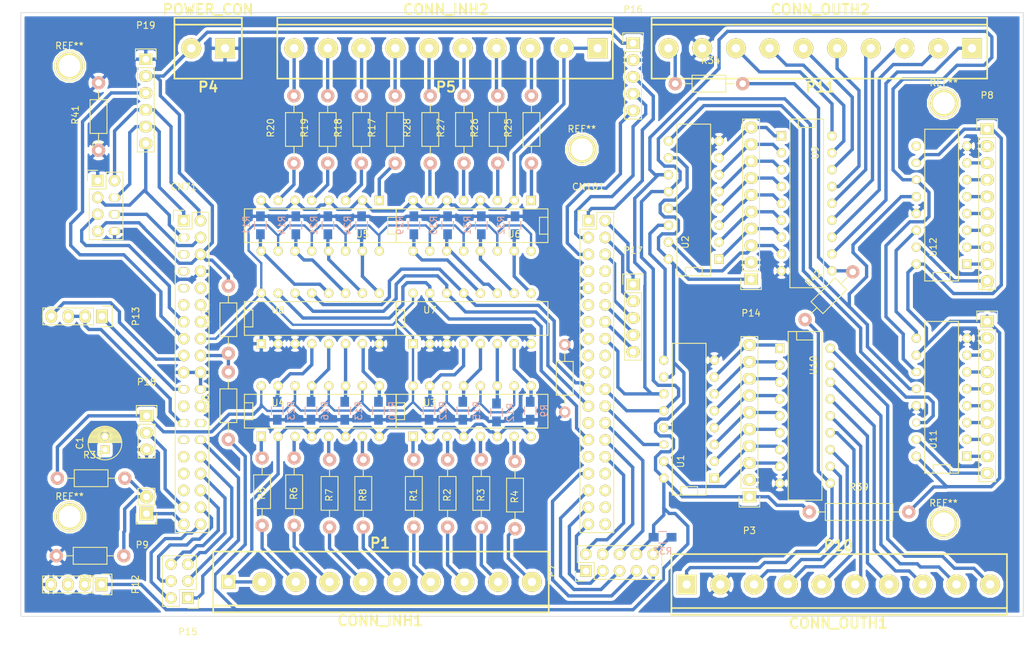
<source format=kicad_pcb>
(kicad_pcb (version 4) (host pcbnew "(2016-05-03 BZR 6770, Git 22c4e4d)-product")
  (layers (0 F.Cu signal) (31 B.Cu signal) (34 B.Paste user) (35 F.Paste user) (36 B.SilkS user) (37 F.SilkS user) (38 B.Mask user) (39 F.Mask user) (44 Edge.Cuts user))
  (net 0 "")
  (net 1 SRCLK)
  (net 2 SRLatch)
  (net 3 GND)
  (net 4 "Net-(U1-Pad9)")
  (net 5 in1)
  (net 6 in2)
  (net 7 in3)
  (net 8 in4)
  (net 9 in7)
  (net 10 in5)
  (net 11 in8)
  (net 12 in6)
  (net 13 SRDATA)
  (net 14 "Net-(R1-Pad1)")
  (net 15 inh1)
  (net 16 "Net-(R2-Pad1)")
  (net 17 inh2)
  (net 18 "Net-(R3-Pad1)")
  (net 19 inh3)
  (net 20 "Net-(R4-Pad1)")
  (net 21 inh4)
  (net 22 "Net-(R5-Pad1)")
  (net 23 inh5)
  (net 24 "Net-(R6-Pad1)")
  (net 25 inh6)
  (net 26 "Net-(R7-Pad1)")
  (net 27 inh7)
  (net 28 "Net-(R8-Pad1)")
  (net 29 inh8)
  (net 30 out2)
  (net 31 out3)
  (net 32 out4)
  (net 33 out5)
  (net 34 out6)
  (net 35 out7)
  (net 36 out1)
  (net 37 out9)
  (net 38 out10)
  (net 39 out11)
  (net 40 out12)
  (net 41 out13)
  (net 42 out14)
  (net 43 out15)
  (net 44 out8)
  (net 45 GND_24V)
  (net 46 out16)
  (net 47 +3V3)
  (net 48 +5V)
  (net 49 in9)
  (net 50 in11)
  (net 51 in10)
  (net 52 in12)
  (net 53 inh12)
  (net 54 inh11)
  (net 55 inh10)
  (net 56 inh9)
  (net 57 "Net-(R17-Pad1)")
  (net 58 "Net-(R18-Pad1)")
  (net 59 "Net-(R19-Pad1)")
  (net 60 "Net-(R20-Pad1)")
  (net 61 inh16)
  (net 62 inh15)
  (net 63 inh14)
  (net 64 inh13)
  (net 65 SPI3_SCK)
  (net 66 SPI3_MISO)
  (net 67 SPI3_MOSI)
  (net 68 IO_INT)
  (net 69 I2C1_SCL)
  (net 70 I2C1_SDA)
  (net 71 SPI1_SCK)
  (net 72 SPI1_MISO)
  (net 73 SPI1_MOSI)
  (net 74 SD_CS)
  (net 75 LCD_CS)
  (net 76 LCD_RST)
  (net 77 LCD_DC)
  (net 78 "Net-(R25-Pad1)")
  (net 79 "Net-(R26-Pad1)")
  (net 80 "Net-(R27-Pad1)")
  (net 81 "Net-(R28-Pad1)")
  (net 82 in16)
  (net 83 in15)
  (net 84 in14)
  (net 85 in13)
  (net 86 "Net-(C1-Pad1)")
  (net 87 SCT_IN)
  (net 88 +24V)
  (net 89 out1h)
  (net 90 out2h)
  (net 91 out3h)
  (net 92 out4h)
  (net 93 out5h)
  (net 94 out6h)
  (net 95 out7h)
  (net 96 out8h)
  (net 97 out9h)
  (net 98 out10h)
  (net 99 out11h)
  (net 100 out12h)
  (net 101 out13h)
  (net 102 out14h)
  (net 103 out15h)
  (net 104 out16h)
  (net 105 RS_RX)
  (net 106 RS_TX)
  (net 107 ETH_CS)
  (net 108 ETH_RST)
  (net 109 RS_DE)
  (net 110 out24)
  (net 111 out23)
  (net 112 out22)
  (net 113 out21)
  (net 114 out20)
  (net 115 out19)
  (net 116 out18)
  (net 117 out17)
  (net 118 "Net-(U11-Pad14)")
  (net 119 "Net-(CN71-Pad28)")
  (net 120 "Net-(CN71-Pad30)")
  (net 121 "Net-(CN71-Pad32)")
  (net 122 "Net-(CN71-Pad34)")
  (net 123 "Net-(CN71-Pad36)")
  (net 124 "Net-(CN71-Pad38)")
  (net 125 "Net-(U11-Pad9)")
  (net 126 "Net-(P7-Pad10)")
  (net 127 out32)
  (net 128 out31)
  (net 129 out30)
  (net 130 out29)
  (net 131 out28)
  (net 132 out27)
  (net 133 out25)
  (net 134 out26)
  (net 135 "Net-(CN101-Pad2)")
  (net 136 "Net-(CN101-Pad4)")
  (net 137 "Net-(CN101-Pad6)")
  (net 138 "Net-(CN101-Pad12)")
  (net 139 "Net-(CN101-Pad14)")
  (net 140 "Net-(R34-Pad2)")
  (net 141 I2C3_SCL)
  (net 142 I2C3_SDA)
  (net 143 1WIRE_IN)
  (net 144 I2C_GPIO)
  (net 145 EXT_SPI_SS)
  (module Connect:1pin (layer F.Cu) (at 179.6415 78.613)
    (fp_text reference REF** (at 0 -3.048) (layer F.SilkS))
    (fp_text value 1pin)
    (pad 1 thru_hole circle (at 0 0) (size 4.064 4.064) (drill 3.3) (layers *.Cu *.Mask F.SilkS))
  )
  (module Connect:1pin (layer F.Cu) (at 234.1626 71.6661)
    (fp_text reference REF** (at 0 -3.048) (layer F.SilkS))
    (fp_text value 1pin)
    (pad 1 thru_hole circle (at 0 0) (size 4.064 4.064) (drill 3.3) (layers *.Cu *.Mask F.SilkS))
  )
  (module Connect:1pin (layer F.Cu) (at 102.4763 133.9596)
    (fp_text reference REF** (at 0 -3.048) (layer F.SilkS))
    (fp_text value 1pin)
    (pad 1 thru_hole circle (at 0 0) (size 4.064 4.064) (drill 3.3) (layers *.Cu *.Mask F.SilkS))
  )
  (module Connect:1pin (layer F.Cu) (at 234.1245 134.9629)
    (fp_text reference REF** (at 0 -3.048) (layer F.SilkS))
    (fp_text value 1pin)
    (pad 1 thru_hole circle (at 0 0) (size 4.064 4.064) (drill 3.3) (layers *.Cu *.Mask F.SilkS))
  )
  (module Pin_Headers:Pin_Header_Straight_2x19 (layer F.Cu) (at 119.6594 89.3699)
    (fp_text reference CN71 (at 0 -5.1) (layer F.SilkS))
    (fp_text value Nucleo-F411RE-CN7)
    (pad 1 thru_hole rect (at 0 0) (size 1.7272 1.7272) (drill 1.016) (layers *.Cu *.Mask F.SilkS) (net 65 SPI3_SCK))
    (pad 2 thru_hole circle (at 2.54 0) (size 1.7272 1.7272) (drill 1.016) (layers *.Cu *.Mask F.SilkS) (net 66 SPI3_MISO))
    (pad 3 thru_hole oval (at 0 2.54) (size 1.7272 1.2) (drill 1.016) (layers *.Cu *.Mask F.SilkS) (net 67 SPI3_MOSI))
    (pad 4 thru_hole circle (at 2.54 2.54) (size 1.7272 1.7272) (drill 1.016) (layers *.Cu *.Mask F.SilkS) (net 108 ETH_RST))
    (pad 5 thru_hole oval (at 0 5.08) (size 1.7272 1.2) (drill 1.016) (layers *.Cu *.Mask F.SilkS) (net 47 +3V3))
    (pad 6 thru_hole circle (at 2.54 5.08) (size 1.7272 1.7272) (drill 1.016) (layers *.Cu *.Mask F.SilkS) (net 48 +5V))
    (pad 7 thru_hole oval (at 0 7.62) (size 1.7272 1.2) (drill 1.016) (layers *.Cu *.Mask F.SilkS))
    (pad 8 thru_hole oval (at 2.54 7.62) (size 1.7272 1.7272) (drill 1.016) (layers *.Cu *.Mask F.SilkS) (net 3 GND))
    (pad 9 thru_hole oval (at 0 10.16) (size 1.7272 1.2) (drill 1.016) (layers *.Cu *.Mask F.SilkS))
    (pad 10 thru_hole oval (at 2.54 10.16) (size 1.7272 1.7272) (drill 1.016) (layers *.Cu *.Mask F.SilkS))
    (pad 11 thru_hole oval (at 0 12.7) (size 1.7272 1.7272) (drill 1.016) (layers *.Cu *.Mask F.SilkS))
    (pad 12 thru_hole oval (at 2.54 12.7) (size 1.7272 1.7272) (drill 1.016) (layers *.Cu *.Mask F.SilkS))
    (pad 13 thru_hole oval (at 0 15.24) (size 1.7272 1.7272) (drill 1.016) (layers *.Cu *.Mask F.SilkS) (net 107 ETH_CS))
    (pad 14 thru_hole oval (at 2.54 15.24) (size 1.7272 1.7272) (drill 1.016) (layers *.Cu *.Mask F.SilkS))
    (pad 15 thru_hole circle (at 0 17.78) (size 1.7272 1.7272) (drill 1.016) (layers *.Cu *.Mask F.SilkS) (net 145 EXT_SPI_SS))
    (pad 16 thru_hole oval (at 2.54 17.78) (size 1.7272 1.7272) (drill 1.016) (layers *.Cu *.Mask F.SilkS) (net 47 +3V3))
    (pad 17 thru_hole circle (at 0 20.32) (size 1.7272 1.7272) (drill 1.016) (layers *.Cu *.Mask F.SilkS) (net 106 RS_TX))
    (pad 18 thru_hole oval (at 2.54 20.32) (size 1.7272 1.7272) (drill 1.016) (layers *.Cu *.Mask F.SilkS) (net 48 +5V))
    (pad 19 thru_hole oval (at 0 22.86) (size 1.7272 1.7272) (drill 1.016) (layers *.Cu *.Mask F.SilkS) (net 3 GND))
    (pad 20 thru_hole oval (at 2.54 22.86) (size 1.7272 1.7272) (drill 1.016) (layers *.Cu *.Mask F.SilkS) (net 3 GND))
    (pad 21 thru_hole oval (at 0 25.4) (size 1.7272 1.2) (drill 1.016) (layers *.Cu *.Mask F.SilkS) (net 105 RS_RX))
    (pad 22 thru_hole oval (at 2.54 25.4) (size 1.7272 1.2) (drill 1.016) (layers *.Cu *.Mask F.SilkS) (net 3 GND))
    (pad 23 thru_hole circle (at 0 27.94) (size 1.7272 1.7272) (drill 1.016) (layers *.Cu *.Mask F.SilkS))
    (pad 24 thru_hole circle (at 2.54 27.94) (size 1.7272 1.7272) (drill 1.016) (layers *.Cu *.Mask F.SilkS))
    (pad 25 thru_hole oval (at 0 30.48) (size 1.7272 1.2) (drill 1.016) (layers *.Cu *.Mask F.SilkS) (net 109 RS_DE))
    (pad 26 thru_hole oval (at 2.54 30.48) (size 1.7272 1.2) (drill 1.016) (layers *.Cu *.Mask F.SilkS))
    (pad 27 thru_hole oval (at 0 33.02) (size 1.7272 1.2) (drill 1.016) (layers *.Cu *.Mask F.SilkS))
    (pad 28 thru_hole oval (at 2.54 33.02) (size 1.7272 1.2) (drill 1.016) (layers *.Cu *.Mask F.SilkS) (net 119 "Net-(CN71-Pad28)"))
    (pad 29 thru_hole oval (at 0 35.56) (size 1.7272 1.7272) (drill 1.016) (layers *.Cu *.Mask F.SilkS))
    (pad 30 thru_hole oval (at 2.54 35.56) (size 1.7272 1.7272) (drill 1.016) (layers *.Cu *.Mask F.SilkS) (net 120 "Net-(CN71-Pad30)"))
    (pad 31 thru_hole oval (at 0 38.1) (size 1.7272 1.7272) (drill 1.016) (layers *.Cu *.Mask F.SilkS))
    (pad 32 thru_hole oval (at 2.54 38.1) (size 1.7272 1.7272) (drill 1.016) (layers *.Cu *.Mask F.SilkS) (net 121 "Net-(CN71-Pad32)"))
    (pad 33 thru_hole oval (at 0 40.64) (size 1.7272 1.7272) (drill 1.016) (layers *.Cu *.Mask F.SilkS))
    (pad 34 thru_hole oval (at 2.54 40.64) (size 1.7272 1.7272) (drill 1.016) (layers *.Cu *.Mask F.SilkS) (net 122 "Net-(CN71-Pad34)"))
    (pad 35 thru_hole oval (at 0 43.18) (size 1.7272 1.7272) (drill 1.016) (layers *.Cu *.Mask F.SilkS) (net 143 1WIRE_IN))
    (pad 36 thru_hole oval (at 2.54 43.18) (size 1.7272 1.7272) (drill 1.016) (layers *.Cu *.Mask F.SilkS) (net 123 "Net-(CN71-Pad36)"))
    (pad 37 thru_hole oval (at 0 45.72) (size 1.7272 1.7272) (drill 1.016) (layers *.Cu *.Mask F.SilkS) (net 87 SCT_IN))
    (pad 38 thru_hole oval (at 2.54 45.72) (size 1.7272 1.7272) (drill 1.016) (layers *.Cu *.Mask F.SilkS) (net 124 "Net-(CN71-Pad38)"))
  )
  (module Pin_Headers:Pin_Header_Straight_1x10 (layer F.Cu) (at 204.8764 130.9624 180)
    (fp_text reference P3 (at 0 -5.1 180) (layer F.SilkS))
    (fp_text value CONN_OUT1)
    (pad 1 thru_hole rect (at 0 0 180) (size 2.032 1.7272) (drill 1.016) (layers *.Cu *.Mask F.SilkS) (net 48 +5V))
    (pad 2 thru_hole oval (at 0 2.54 180) (size 2.032 1.7272) (drill 1.016) (layers *.Cu *.Mask F.SilkS) (net 3 GND))
    (pad 3 thru_hole oval (at 0 5.08 180) (size 2.032 1.7272) (drill 1.016) (layers *.Cu *.Mask F.SilkS) (net 36 out1))
    (pad 4 thru_hole oval (at 0 7.62 180) (size 2.032 1.7272) (drill 1.016) (layers *.Cu *.Mask F.SilkS) (net 30 out2))
    (pad 5 thru_hole oval (at 0 10.16 180) (size 2.032 1.7272) (drill 1.016) (layers *.Cu *.Mask F.SilkS) (net 31 out3))
    (pad 6 thru_hole oval (at 0 12.7 180) (size 2.032 1.7272) (drill 1.016) (layers *.Cu *.Mask F.SilkS) (net 32 out4))
    (pad 7 thru_hole oval (at 0 15.24 180) (size 2.032 1.7272) (drill 1.016) (layers *.Cu *.Mask F.SilkS) (net 33 out5))
    (pad 8 thru_hole oval (at 0 17.78 180) (size 2.032 1.7272) (drill 1.016) (layers *.Cu *.Mask F.SilkS) (net 34 out6))
    (pad 9 thru_hole oval (at 0 20.32 180) (size 2.032 1.7272) (drill 1.016) (layers *.Cu *.Mask F.SilkS) (net 35 out7))
    (pad 10 thru_hole oval (at 0 22.86 180) (size 2.032 1.7272) (drill 1.016) (layers *.Cu *.Mask F.SilkS) (net 44 out8))
  )
  (module Housings_DIP:DIP-16__300 (layer F.Cu) (at 195.7959 119.2784 90)
    (fp_text reference U1 (at -6.35 -1.27 90) (layer F.SilkS))
    (fp_text value 74HC595)
    (pad 1 thru_hole rect (at -8.89 3.81 90) (size 1.397 1.397) (drill 0.8128) (layers *.Cu *.Mask F.SilkS) (net 30 out2))
    (pad 2 thru_hole circle (at -6.35 3.81 90) (size 1.397 1.397) (drill 0.8128) (layers *.Cu *.Mask F.SilkS) (net 31 out3))
    (pad 3 thru_hole circle (at -3.81 3.81 90) (size 1.397 1.397) (drill 0.8128) (layers *.Cu *.Mask F.SilkS) (net 32 out4))
    (pad 4 thru_hole circle (at -1.27 3.81 90) (size 1.397 1.397) (drill 0.8128) (layers *.Cu *.Mask F.SilkS) (net 33 out5))
    (pad 5 thru_hole circle (at 1.27 3.81 90) (size 1.397 1.397) (drill 0.8128) (layers *.Cu *.Mask F.SilkS) (net 34 out6))
    (pad 6 thru_hole circle (at 3.81 3.81 90) (size 1.397 1.397) (drill 0.8128) (layers *.Cu *.Mask F.SilkS) (net 35 out7))
    (pad 7 thru_hole circle (at 6.35 3.81 90) (size 1.397 1.397) (drill 0.8128) (layers *.Cu *.Mask F.SilkS) (net 44 out8))
    (pad 8 thru_hole circle (at 8.89 3.81 90) (size 1.397 1.397) (drill 0.8128) (layers *.Cu *.Mask F.SilkS) (net 3 GND))
    (pad 9 thru_hole circle (at 8.89 -3.81 90) (size 1.397 1.397) (drill 0.8128) (layers *.Cu *.Mask F.SilkS) (net 4 "Net-(U1-Pad9)"))
    (pad 10 thru_hole circle (at 6.35 -3.81 90) (size 1.397 1.397) (drill 0.8128) (layers *.Cu *.Mask F.SilkS) (net 48 +5V))
    (pad 11 thru_hole circle (at 3.81 -3.81 90) (size 1.397 1.397) (drill 0.8128) (layers *.Cu *.Mask F.SilkS) (net 1 SRCLK))
    (pad 12 thru_hole circle (at 1.27 -3.81 90) (size 1.397 1.397) (drill 0.8128) (layers *.Cu *.Mask F.SilkS) (net 2 SRLatch))
    (pad 13 thru_hole circle (at -1.27 -3.81 90) (size 1.397 1.397) (drill 0.8128) (layers *.Cu *.Mask F.SilkS) (net 3 GND))
    (pad 14 thru_hole oval (at -3.81 -3.81 90) (size 1.1 1.397) (drill 0.8128) (layers *.Cu *.Mask F.SilkS) (net 13 SRDATA))
    (pad 15 thru_hole circle (at -6.35 -3.81 90) (size 1.397 1.397) (drill 0.8128) (layers *.Cu *.Mask F.SilkS) (net 36 out1))
    (pad 16 thru_hole circle (at -8.89 -3.81 90) (size 1.397 1.397) (drill 0.8128) (layers *.Cu *.Mask F.SilkS) (net 48 +5V))
  )
  (module w_conn_screw:mors_10p (layer F.Cu) (at 149.2504 143.7894)
    (fp_text reference P1 (at 0 -5.842) (layer F.SilkS) (effects (font (thickness 0.3048))))
    (fp_text value CONN_INH1 (at 0 5.842) (layer F.SilkS) (effects (font (thickness 0.3048))))
    (pad 1 thru_hole rect (at -22.86 0) (size 2.1 2.1) (drill 1.24968) (layers *.Cu *.Mask F.SilkS) (net 45 GND_24V))
    (pad 2 thru_hole circle (at -17.78 0) (size 2.99974 2.99974) (drill 1.24968) (layers *.Cu *.Mask F.SilkS) (net 45 GND_24V))
    (pad 3 thru_hole circle (at -12.7 0) (size 2.99974 2.99974) (drill 1.24968) (layers *.Cu *.Mask F.SilkS) (net 23 inh5))
    (pad 4 thru_hole circle (at -7.62 0) (size 2.99974 2.99974) (drill 1.24968) (layers *.Cu *.Mask F.SilkS) (net 25 inh6))
    (pad 5 thru_hole circle (at -2.54 0) (size 2.99974 2.99974) (drill 1.24968) (layers *.Cu *.Mask F.SilkS) (net 27 inh7))
    (pad 6 thru_hole circle (at 2.54 0) (size 2.99974 2.99974) (drill 1.24968) (layers *.Cu *.Mask F.SilkS) (net 29 inh8))
    (pad 7 thru_hole circle (at 7.62 0) (size 2.99974 2.99974) (drill 1.24968) (layers *.Cu *.Mask F.SilkS) (net 15 inh1))
    (pad 8 thru_hole circle (at 12.7 0) (size 2.99974 2.99974) (drill 1.24968) (layers *.Cu *.Mask F.SilkS) (net 17 inh2))
    (pad 9 thru_hole circle (at 17.78 0) (size 2.99974 2.99974) (drill 1.24968) (layers *.Cu *.Mask F.SilkS) (net 19 inh3))
    (pad 10 thru_hole circle (at 22.86 0) (size 2.99974 2.99974) (drill 1.24968) (layers *.Cu *.Mask F.SilkS) (net 21 inh4))
  )
  (module Resistors_ThroughHole:Resistor_Horizontal_RM10mm (layer F.Cu) (at 169.5704 130.7084 270)
    (fp_text reference R4 (at 0.24892 0.05588 270) (layer F.SilkS))
    (fp_text value R)
    (pad 1 thru_hole circle (at -5.08 0 270) (size 1.99898 1.99898) (drill 1.00076) (layers *.Cu *.SilkS *.Mask) (net 20 "Net-(R4-Pad1)"))
    (pad 2 thru_hole circle (at 5.08 0 270) (size 1.99898 1.99898) (drill 1.00076) (layers *.Cu *.SilkS *.Mask) (net 21 inh4))
  )
  (module Resistors_ThroughHole:Resistor_Horizontal_RM10mm (layer F.Cu) (at 131.4704 130.2004 270)
    (fp_text reference R5 (at 0.24892 0.05588 270) (layer F.SilkS))
    (fp_text value R)
    (pad 1 thru_hole circle (at -5.08 0 270) (size 1.99898 1.99898) (drill 1.00076) (layers *.Cu *.SilkS *.Mask) (net 22 "Net-(R5-Pad1)"))
    (pad 2 thru_hole circle (at 5.08 0 270) (size 1.99898 1.99898) (drill 1.00076) (layers *.Cu *.SilkS *.Mask) (net 23 inh5))
  )
  (module Resistors_ThroughHole:Resistor_Horizontal_RM10mm (layer F.Cu) (at 156.8069 80.715206 90)
    (fp_text reference R28 (at 5.32892 -3.50012 90) (layer F.SilkS))
    (fp_text value R)
    (pad 1 thru_hole circle (at 0 0 90) (size 1.99898 1.99898) (drill 1.00076) (layers *.Cu *.SilkS *.Mask) (net 81 "Net-(R28-Pad1)"))
    (pad 2 thru_hole circle (at 10.16 0 90) (size 1.99898 1.99898) (drill 1.00076) (layers *.Cu *.SilkS *.Mask) (net 64 inh13))
  )
  (module Resistors_ThroughHole:Resistor_Horizontal_RM10mm (layer F.Cu) (at 136.2964 130.2004 270)
    (fp_text reference R6 (at 0.24892 0.05588 270) (layer F.SilkS))
    (fp_text value R)
    (pad 1 thru_hole circle (at -5.08 0 270) (size 1.99898 1.99898) (drill 1.00076) (layers *.Cu *.SilkS *.Mask) (net 24 "Net-(R6-Pad1)"))
    (pad 2 thru_hole circle (at 5.08 0 270) (size 1.99898 1.99898) (drill 1.00076) (layers *.Cu *.SilkS *.Mask) (net 25 inh6))
  )
  (module Resistors_ThroughHole:Resistor_Horizontal_RM10mm (layer F.Cu) (at 146.7104 130.4544 270)
    (fp_text reference R8 (at 0.24892 0.05588 270) (layer F.SilkS))
    (fp_text value R)
    (pad 1 thru_hole circle (at -5.08 0 270) (size 1.99898 1.99898) (drill 1.00076) (layers *.Cu *.SilkS *.Mask) (net 28 "Net-(R8-Pad1)"))
    (pad 2 thru_hole circle (at 5.08 0 270) (size 1.99898 1.99898) (drill 1.00076) (layers *.Cu *.SilkS *.Mask) (net 29 inh8))
  )
  (module Resistors_ThroughHole:Resistor_Horizontal_RM10mm (layer F.Cu) (at 141.6304 130.4544 270)
    (fp_text reference R7 (at 0.24892 0.05588 270) (layer F.SilkS))
    (fp_text value R)
    (pad 1 thru_hole circle (at -5.08 0 270) (size 1.99898 1.99898) (drill 1.00076) (layers *.Cu *.SilkS *.Mask) (net 26 "Net-(R7-Pad1)"))
    (pad 2 thru_hole circle (at 5.08 0 270) (size 1.99898 1.99898) (drill 1.00076) (layers *.Cu *.SilkS *.Mask) (net 27 inh7))
  )
  (module w_conn_screw:mors_2p (layer F.Cu) (at 123.3424 63.3984 180)
    (fp_text reference P4 (at 0 -5.842 180) (layer F.SilkS) (effects (font (thickness 0.3048))))
    (fp_text value POWER_CON (at 0 5.842 180) (layer F.SilkS) (effects (font (thickness 0.3048))))
    (pad 1 thru_hole rect (at -2.54 0 180) (size 2.99974 2.99974) (drill 1.24968) (layers *.Cu *.Mask F.SilkS) (net 3 GND))
    (pad 2 thru_hole circle (at 2.54 0 180) (size 2.99974 2.99974) (drill 1.24968) (layers *.Cu *.Mask F.SilkS) (net 48 +5V))
  )
  (module Housings_DIP:DIP-16__300 (layer F.Cu) (at 140.2334 90.1319 180)
    (fp_text reference U5 (at -6.35 -1.27 180) (layer F.SilkS))
    (fp_text value LTV-847)
    (pad 1 thru_hole rect (at -8.89 3.81 180) (size 1.397 1.397) (drill 0.8128) (layers *.Cu *.Mask F.SilkS) (net 57 "Net-(R17-Pad1)"))
    (pad 2 thru_hole circle (at -6.35 3.81 180) (size 1.397 1.397) (drill 0.8128) (layers *.Cu *.Mask F.SilkS) (net 45 GND_24V))
    (pad 3 thru_hole circle (at -3.81 3.81 180) (size 1.397 1.397) (drill 0.8128) (layers *.Cu *.Mask F.SilkS) (net 58 "Net-(R18-Pad1)"))
    (pad 4 thru_hole circle (at -1.27 3.81 180) (size 1.397 1.397) (drill 0.8128) (layers *.Cu *.Mask F.SilkS) (net 45 GND_24V))
    (pad 5 thru_hole circle (at 1.27 3.81 180) (size 1.397 1.397) (drill 0.8128) (layers *.Cu *.Mask F.SilkS) (net 59 "Net-(R19-Pad1)"))
    (pad 6 thru_hole circle (at 3.81 3.81 180) (size 1.397 1.397) (drill 0.8128) (layers *.Cu *.Mask F.SilkS) (net 45 GND_24V))
    (pad 7 thru_hole circle (at 6.35 3.81 180) (size 1.397 1.397) (drill 0.8128) (layers *.Cu *.Mask F.SilkS) (net 60 "Net-(R20-Pad1)"))
    (pad 8 thru_hole circle (at 8.89 3.81 180) (size 1.397 1.397) (drill 0.8128) (layers *.Cu *.Mask F.SilkS) (net 45 GND_24V))
    (pad 9 thru_hole circle (at 8.89 -3.81 180) (size 1.397 1.397) (drill 0.8128) (layers *.Cu *.Mask F.SilkS) (net 52 in12))
    (pad 10 thru_hole circle (at 6.35 -3.81 180) (size 1.397 1.397) (drill 0.8128) (layers *.Cu *.Mask F.SilkS) (net 47 +3V3))
    (pad 11 thru_hole circle (at 3.81 -3.81 180) (size 1.397 1.397) (drill 0.8128) (layers *.Cu *.Mask F.SilkS) (net 50 in11))
    (pad 12 thru_hole circle (at 1.27 -3.81 180) (size 1.397 1.397) (drill 0.8128) (layers *.Cu *.Mask F.SilkS) (net 47 +3V3))
    (pad 13 thru_hole circle (at -1.27 -3.81 180) (size 1.397 1.397) (drill 0.8128) (layers *.Cu *.Mask F.SilkS) (net 51 in10))
    (pad 14 thru_hole circle (at -3.81 -3.81 180) (size 1.397 1.397) (drill 0.8128) (layers *.Cu *.Mask F.SilkS) (net 47 +3V3))
    (pad 15 thru_hole circle (at -6.35 -3.81 180) (size 1.397 1.397) (drill 0.8128) (layers *.Cu *.Mask F.SilkS) (net 49 in9))
    (pad 16 thru_hole circle (at -8.89 -3.81 180) (size 1.397 1.397) (drill 0.8128) (layers *.Cu *.Mask F.SilkS) (net 47 +3V3))
  )
  (module Housings_DIP:DIP-16__300 (layer F.Cu) (at 140.2334 118.0719)
    (fp_text reference U4 (at -6.35 -1.27) (layer F.SilkS))
    (fp_text value LTV-847)
    (pad 1 thru_hole rect (at -8.89 3.81) (size 1.397 1.397) (drill 0.8128) (layers *.Cu *.Mask F.SilkS) (net 22 "Net-(R5-Pad1)"))
    (pad 2 thru_hole circle (at -6.35 3.81) (size 1.397 1.397) (drill 0.8128) (layers *.Cu *.Mask F.SilkS) (net 45 GND_24V))
    (pad 3 thru_hole circle (at -3.81 3.81) (size 1.397 1.397) (drill 0.8128) (layers *.Cu *.Mask F.SilkS) (net 24 "Net-(R6-Pad1)"))
    (pad 4 thru_hole circle (at -1.27 3.81) (size 1.397 1.397) (drill 0.8128) (layers *.Cu *.Mask F.SilkS) (net 45 GND_24V))
    (pad 5 thru_hole circle (at 1.27 3.81) (size 1.397 1.397) (drill 0.8128) (layers *.Cu *.Mask F.SilkS) (net 26 "Net-(R7-Pad1)"))
    (pad 6 thru_hole circle (at 3.81 3.81) (size 1.397 1.397) (drill 0.8128) (layers *.Cu *.Mask F.SilkS) (net 45 GND_24V))
    (pad 7 thru_hole circle (at 6.35 3.81) (size 1.397 1.397) (drill 0.8128) (layers *.Cu *.Mask F.SilkS) (net 28 "Net-(R8-Pad1)"))
    (pad 8 thru_hole circle (at 8.89 3.81) (size 1.397 1.397) (drill 0.8128) (layers *.Cu *.Mask F.SilkS) (net 45 GND_24V))
    (pad 9 thru_hole circle (at 8.89 -3.81) (size 1.397 1.397) (drill 0.8128) (layers *.Cu *.Mask F.SilkS) (net 11 in8))
    (pad 10 thru_hole circle (at 6.35 -3.81) (size 1.397 1.397) (drill 0.8128) (layers *.Cu *.Mask F.SilkS) (net 47 +3V3))
    (pad 11 thru_hole circle (at 3.81 -3.81) (size 1.397 1.397) (drill 0.8128) (layers *.Cu *.Mask F.SilkS) (net 9 in7))
    (pad 12 thru_hole circle (at 1.27 -3.81) (size 1.397 1.397) (drill 0.8128) (layers *.Cu *.Mask F.SilkS) (net 47 +3V3))
    (pad 13 thru_hole circle (at -1.27 -3.81) (size 1.397 1.397) (drill 0.8128) (layers *.Cu *.Mask F.SilkS) (net 12 in6))
    (pad 14 thru_hole circle (at -3.81 -3.81) (size 1.397 1.397) (drill 0.8128) (layers *.Cu *.Mask F.SilkS) (net 47 +3V3))
    (pad 15 thru_hole circle (at -6.35 -3.81) (size 1.397 1.397) (drill 0.8128) (layers *.Cu *.Mask F.SilkS) (net 10 in5))
    (pad 16 thru_hole circle (at -8.89 -3.81) (size 1.397 1.397) (drill 0.8128) (layers *.Cu *.Mask F.SilkS) (net 47 +3V3))
  )
  (module Housings_DIP:DIP-16__300 (layer F.Cu) (at 163.0934 104.1019)
    (fp_text reference U7 (at -6.35 -1.27) (layer F.SilkS))
    (fp_text value PCF8574A)
    (pad 1 thru_hole rect (at -8.89 3.81) (size 1.397 1.397) (drill 0.8128) (layers *.Cu *.Mask F.SilkS) (net 47 +3V3))
    (pad 2 thru_hole circle (at -6.35 3.81) (size 1.397 1.397) (drill 0.8128) (layers *.Cu *.Mask F.SilkS) (net 3 GND))
    (pad 3 thru_hole circle (at -3.81 3.81) (size 1.397 1.397) (drill 0.8128) (layers *.Cu *.Mask F.SilkS) (net 3 GND))
    (pad 4 thru_hole circle (at -1.27 3.81) (size 1.397 1.397) (drill 0.8128) (layers *.Cu *.Mask F.SilkS) (net 5 in1))
    (pad 5 thru_hole circle (at 1.27 3.81) (size 1.397 1.397) (drill 0.8128) (layers *.Cu *.Mask F.SilkS) (net 6 in2))
    (pad 6 thru_hole circle (at 3.81 3.81) (size 1.397 1.397) (drill 0.8128) (layers *.Cu *.Mask F.SilkS) (net 7 in3))
    (pad 7 thru_hole circle (at 6.35 3.81) (size 1.397 1.397) (drill 0.8128) (layers *.Cu *.Mask F.SilkS) (net 8 in4))
    (pad 8 thru_hole circle (at 8.89 3.81) (size 1.397 1.397) (drill 0.8128) (layers *.Cu *.Mask F.SilkS) (net 3 GND))
    (pad 9 thru_hole circle (at 8.89 -3.81) (size 1.397 1.397) (drill 0.8128) (layers *.Cu *.Mask F.SilkS) (net 85 in13))
    (pad 10 thru_hole circle (at 6.35 -3.81) (size 1.397 1.397) (drill 0.8128) (layers *.Cu *.Mask F.SilkS) (net 84 in14))
    (pad 11 thru_hole circle (at 3.81 -3.81) (size 1.397 1.397) (drill 0.8128) (layers *.Cu *.Mask F.SilkS) (net 83 in15))
    (pad 12 thru_hole circle (at 1.27 -3.81) (size 1.397 1.397) (drill 0.8128) (layers *.Cu *.Mask F.SilkS) (net 82 in16))
    (pad 13 thru_hole circle (at -1.27 -3.81) (size 1.397 1.397) (drill 0.8128) (layers *.Cu *.Mask F.SilkS) (net 68 IO_INT))
    (pad 14 thru_hole circle (at -3.81 -3.81) (size 1.397 1.397) (drill 0.8128) (layers *.Cu *.Mask F.SilkS) (net 141 I2C3_SCL))
    (pad 15 thru_hole circle (at -6.35 -3.81) (size 1.397 1.397) (drill 0.8128) (layers *.Cu *.Mask F.SilkS) (net 142 I2C3_SDA))
    (pad 16 thru_hole circle (at -8.89 -3.81) (size 1.397 1.397) (drill 0.8128) (layers *.Cu *.Mask F.SilkS) (net 47 +3V3))
  )
  (module Resistors_ThroughHole:Resistor_Horizontal_RM10mm (layer F.Cu) (at 159.4104 130.4544 270)
    (fp_text reference R2 (at 0.24892 0.05588 270) (layer F.SilkS))
    (fp_text value R)
    (pad 1 thru_hole circle (at -5.08 0 270) (size 1.99898 1.99898) (drill 1.00076) (layers *.Cu *.SilkS *.Mask) (net 16 "Net-(R2-Pad1)"))
    (pad 2 thru_hole circle (at 5.08 0 270) (size 1.99898 1.99898) (drill 1.00076) (layers *.Cu *.SilkS *.Mask) (net 17 inh2))
  )
  (module Resistors_ThroughHole:Resistor_Horizontal_RM10mm (layer F.Cu) (at 164.4904 130.4544 270)
    (fp_text reference R3 (at 0.24892 0.05588 270) (layer F.SilkS))
    (fp_text value R)
    (pad 1 thru_hole circle (at -5.08 0 270) (size 1.99898 1.99898) (drill 1.00076) (layers *.Cu *.SilkS *.Mask) (net 18 "Net-(R3-Pad1)"))
    (pad 2 thru_hole circle (at 5.08 0 270) (size 1.99898 1.99898) (drill 1.00076) (layers *.Cu *.SilkS *.Mask) (net 19 inh3))
  )
  (module Housings_DIP:DIP-16__300 (layer F.Cu) (at 163.0934 118.0719)
    (fp_text reference U3 (at -6.35 -1.27) (layer F.SilkS))
    (fp_text value LTV-847)
    (pad 1 thru_hole rect (at -8.89 3.81) (size 1.397 1.397) (drill 0.8128) (layers *.Cu *.Mask F.SilkS) (net 14 "Net-(R1-Pad1)"))
    (pad 2 thru_hole circle (at -6.35 3.81) (size 1.397 1.397) (drill 0.8128) (layers *.Cu *.Mask F.SilkS) (net 45 GND_24V))
    (pad 3 thru_hole circle (at -3.81 3.81) (size 1.397 1.397) (drill 0.8128) (layers *.Cu *.Mask F.SilkS) (net 16 "Net-(R2-Pad1)"))
    (pad 4 thru_hole circle (at -1.27 3.81) (size 1.397 1.397) (drill 0.8128) (layers *.Cu *.Mask F.SilkS) (net 45 GND_24V))
    (pad 5 thru_hole circle (at 1.27 3.81) (size 1.397 1.397) (drill 0.8128) (layers *.Cu *.Mask F.SilkS) (net 18 "Net-(R3-Pad1)"))
    (pad 6 thru_hole circle (at 3.81 3.81) (size 1.397 1.397) (drill 0.8128) (layers *.Cu *.Mask F.SilkS) (net 45 GND_24V))
    (pad 7 thru_hole circle (at 6.35 3.81) (size 1.397 1.397) (drill 0.8128) (layers *.Cu *.Mask F.SilkS) (net 20 "Net-(R4-Pad1)"))
    (pad 8 thru_hole circle (at 8.89 3.81) (size 1.397 1.397) (drill 0.8128) (layers *.Cu *.Mask F.SilkS) (net 45 GND_24V))
    (pad 9 thru_hole circle (at 8.89 -3.81) (size 1.397 1.397) (drill 0.8128) (layers *.Cu *.Mask F.SilkS) (net 8 in4))
    (pad 10 thru_hole circle (at 6.35 -3.81) (size 1.397 1.397) (drill 0.8128) (layers *.Cu *.Mask F.SilkS) (net 47 +3V3))
    (pad 11 thru_hole circle (at 3.81 -3.81) (size 1.397 1.397) (drill 0.8128) (layers *.Cu *.Mask F.SilkS) (net 7 in3))
    (pad 12 thru_hole circle (at 1.27 -3.81) (size 1.397 1.397) (drill 0.8128) (layers *.Cu *.Mask F.SilkS) (net 47 +3V3))
    (pad 13 thru_hole circle (at -1.27 -3.81) (size 1.397 1.397) (drill 0.8128) (layers *.Cu *.Mask F.SilkS) (net 6 in2))
    (pad 14 thru_hole circle (at -3.81 -3.81) (size 1.397 1.397) (drill 0.8128) (layers *.Cu *.Mask F.SilkS) (net 47 +3V3))
    (pad 15 thru_hole circle (at -6.35 -3.81) (size 1.397 1.397) (drill 0.8128) (layers *.Cu *.Mask F.SilkS) (net 5 in1))
    (pad 16 thru_hole circle (at -8.89 -3.81) (size 1.397 1.397) (drill 0.8128) (layers *.Cu *.Mask F.SilkS) (net 47 +3V3))
  )
  (module Housings_DIP:DIP-16__300 (layer F.Cu) (at 140.2334 104.1019)
    (fp_text reference U8 (at -6.35 -1.27) (layer F.SilkS))
    (fp_text value PCF8574A)
    (pad 1 thru_hole rect (at -8.89 3.81) (size 1.397 1.397) (drill 0.8128) (layers *.Cu *.Mask F.SilkS) (net 3 GND))
    (pad 2 thru_hole circle (at -6.35 3.81) (size 1.397 1.397) (drill 0.8128) (layers *.Cu *.Mask F.SilkS) (net 3 GND))
    (pad 3 thru_hole circle (at -3.81 3.81) (size 1.397 1.397) (drill 0.8128) (layers *.Cu *.Mask F.SilkS) (net 3 GND))
    (pad 4 thru_hole circle (at -1.27 3.81) (size 1.397 1.397) (drill 0.8128) (layers *.Cu *.Mask F.SilkS) (net 10 in5))
    (pad 5 thru_hole circle (at 1.27 3.81) (size 1.397 1.397) (drill 0.8128) (layers *.Cu *.Mask F.SilkS) (net 12 in6))
    (pad 6 thru_hole circle (at 3.81 3.81) (size 1.397 1.397) (drill 0.8128) (layers *.Cu *.Mask F.SilkS) (net 9 in7))
    (pad 7 thru_hole circle (at 6.35 3.81) (size 1.397 1.397) (drill 0.8128) (layers *.Cu *.Mask F.SilkS) (net 11 in8))
    (pad 8 thru_hole circle (at 8.89 3.81) (size 1.397 1.397) (drill 0.8128) (layers *.Cu *.Mask F.SilkS) (net 3 GND))
    (pad 9 thru_hole circle (at 8.89 -3.81) (size 1.397 1.397) (drill 0.8128) (layers *.Cu *.Mask F.SilkS) (net 49 in9))
    (pad 10 thru_hole circle (at 6.35 -3.81) (size 1.397 1.397) (drill 0.8128) (layers *.Cu *.Mask F.SilkS) (net 51 in10))
    (pad 11 thru_hole circle (at 3.81 -3.81) (size 1.397 1.397) (drill 0.8128) (layers *.Cu *.Mask F.SilkS) (net 50 in11))
    (pad 12 thru_hole circle (at 1.27 -3.81) (size 1.397 1.397) (drill 0.8128) (layers *.Cu *.Mask F.SilkS) (net 52 in12))
    (pad 13 thru_hole circle (at -1.27 -3.81) (size 1.397 1.397) (drill 0.8128) (layers *.Cu *.Mask F.SilkS) (net 68 IO_INT))
    (pad 14 thru_hole circle (at -3.81 -3.81) (size 1.397 1.397) (drill 0.8128) (layers *.Cu *.Mask F.SilkS) (net 141 I2C3_SCL))
    (pad 15 thru_hole circle (at -6.35 -3.81) (size 1.397 1.397) (drill 0.8128) (layers *.Cu *.Mask F.SilkS) (net 142 I2C3_SDA))
    (pad 16 thru_hole circle (at -8.89 -3.81) (size 1.397 1.397) (drill 0.8128) (layers *.Cu *.Mask F.SilkS) (net 47 +3V3))
  )
  (module Resistors_ThroughHole:Resistor_Horizontal_RM10mm (layer F.Cu) (at 154.3304 130.4544 270)
    (fp_text reference R1 (at 0.24892 0.05588 270) (layer F.SilkS))
    (fp_text value R)
    (pad 1 thru_hole circle (at -5.08 0 270) (size 1.99898 1.99898) (drill 1.00076) (layers *.Cu *.SilkS *.Mask) (net 14 "Net-(R1-Pad1)"))
    (pad 2 thru_hole circle (at 5.08 0 270) (size 1.99898 1.99898) (drill 1.00076) (layers *.Cu *.SilkS *.Mask) (net 15 inh1))
  )
  (module Pin_Headers:Pin_Header_Straight_2x19 (layer F.Cu) (at 180.6194 89.3699)
    (fp_text reference CN101 (at 0 -5.1) (layer F.SilkS))
    (fp_text value Nucleo-F411RE-CN10)
    (pad 1 thru_hole rect (at 0 0) (size 1.7272 1.7272) (drill 1.016) (layers *.Cu *.Mask F.SilkS) (net 144 I2C_GPIO))
    (pad 2 thru_hole oval (at 2.54 0) (size 1.7272 1.7272) (drill 1.016) (layers *.Cu *.Mask F.SilkS) (net 135 "Net-(CN101-Pad2)"))
    (pad 3 thru_hole oval (at 0 2.54) (size 1.7272 1.7272) (drill 1.016) (layers *.Cu *.Mask F.SilkS) (net 69 I2C1_SCL))
    (pad 4 thru_hole oval (at 2.54 2.54) (size 1.7272 1.7272) (drill 1.016) (layers *.Cu *.Mask F.SilkS) (net 136 "Net-(CN101-Pad4)"))
    (pad 5 thru_hole oval (at 0 5.08) (size 1.7272 1.7272) (drill 1.016) (layers *.Cu *.Mask F.SilkS) (net 70 I2C1_SDA))
    (pad 6 thru_hole oval (at 2.54 5.08) (size 1.7272 1.7272) (drill 1.016) (layers *.Cu *.Mask F.SilkS) (net 137 "Net-(CN101-Pad6)"))
    (pad 7 thru_hole oval (at 0 7.62) (size 1.7272 1.7272) (drill 1.016) (layers *.Cu *.Mask F.SilkS))
    (pad 8 thru_hole oval (at 2.54 7.62) (size 1.7272 1.7272) (drill 1.016) (layers *.Cu *.Mask F.SilkS))
    (pad 9 thru_hole oval (at 0 10.16) (size 1.7272 1.7272) (drill 1.016) (layers *.Cu *.Mask F.SilkS) (net 3 GND))
    (pad 10 thru_hole oval (at 2.54 10.16) (size 1.7272 1.7272) (drill 1.016) (layers *.Cu *.Mask F.SilkS))
    (pad 11 thru_hole oval (at 0 12.7) (size 1.7272 1.7272) (drill 1.016) (layers *.Cu *.Mask F.SilkS))
    (pad 12 thru_hole oval (at 2.54 12.7) (size 1.7272 1.7272) (drill 1.016) (layers *.Cu *.Mask F.SilkS) (net 138 "Net-(CN101-Pad12)"))
    (pad 13 thru_hole oval (at 0 15.24) (size 1.7272 1.7272) (drill 1.016) (layers *.Cu *.Mask F.SilkS))
    (pad 14 thru_hole oval (at 2.54 15.24) (size 1.7272 1.7272) (drill 1.016) (layers *.Cu *.Mask F.SilkS) (net 139 "Net-(CN101-Pad14)"))
    (pad 15 thru_hole oval (at 0 17.78) (size 1.7272 1.7272) (drill 1.016) (layers *.Cu *.Mask F.SilkS))
    (pad 16 thru_hole oval (at 2.54 17.78) (size 1.7272 1.7272) (drill 1.016) (layers *.Cu *.Mask F.SilkS) (net 1 SRCLK))
    (pad 17 thru_hole oval (at 0 20.32) (size 1.7272 1.7272) (drill 1.016) (layers *.Cu *.Mask F.SilkS))
    (pad 18 thru_hole oval (at 2.54 20.32) (size 1.7272 1.7272) (drill 1.016) (layers *.Cu *.Mask F.SilkS))
    (pad 19 thru_hole oval (at 0 22.86) (size 1.7272 1.7272) (drill 1.016) (layers *.Cu *.Mask F.SilkS))
    (pad 20 thru_hole oval (at 2.54 22.86) (size 1.7272 1.7272) (drill 1.016) (layers *.Cu *.Mask F.SilkS) (net 3 GND))
    (pad 21 thru_hole oval (at 0 25.4) (size 1.7272 1.7272) (drill 1.016) (layers *.Cu *.Mask F.SilkS) (net 68 IO_INT))
    (pad 22 thru_hole oval (at 2.54 25.4) (size 1.7272 1.7272) (drill 1.016) (layers *.Cu *.Mask F.SilkS) (net 2 SRLatch))
    (pad 23 thru_hole oval (at 0 27.94) (size 1.7272 1.7272) (drill 1.016) (layers *.Cu *.Mask F.SilkS) (net 141 I2C3_SCL))
    (pad 24 thru_hole oval (at 2.54 27.94) (size 1.7272 1.7272) (drill 1.016) (layers *.Cu *.Mask F.SilkS) (net 13 SRDATA))
    (pad 25 thru_hole oval (at 0 30.48) (size 1.7272 1.7272) (drill 1.016) (layers *.Cu *.Mask F.SilkS))
    (pad 26 thru_hole oval (at 2.54 30.48) (size 1.7272 1.7272) (drill 1.016) (layers *.Cu *.Mask F.SilkS) (net 73 SPI1_MOSI))
    (pad 27 thru_hole oval (at 0 33.02) (size 1.7272 1.7272) (drill 1.016) (layers *.Cu *.Mask F.SilkS) (net 142 I2C3_SDA))
    (pad 28 thru_hole oval (at 2.54 33.02) (size 1.7272 1.7272) (drill 1.016) (layers *.Cu *.Mask F.SilkS) (net 72 SPI1_MISO))
    (pad 29 thru_hole oval (at 0 35.56) (size 1.7272 1.7272) (drill 1.016) (layers *.Cu *.Mask F.SilkS))
    (pad 30 thru_hole oval (at 2.54 35.56) (size 1.7272 1.7272) (drill 1.016) (layers *.Cu *.Mask F.SilkS) (net 71 SPI1_SCK))
    (pad 31 thru_hole oval (at 0 38.1) (size 1.7272 1.7272) (drill 1.016) (layers *.Cu *.Mask F.SilkS) (net 74 SD_CS))
    (pad 32 thru_hole oval (at 2.54 38.1) (size 1.7272 1.7272) (drill 1.016) (layers *.Cu *.Mask F.SilkS))
    (pad 33 thru_hole oval (at 0 40.64) (size 1.7272 1.7272) (drill 1.016) (layers *.Cu *.Mask F.SilkS) (net 77 LCD_DC))
    (pad 34 thru_hole oval (at 2.54 40.64) (size 1.7272 1.7272) (drill 1.016) (layers *.Cu *.Mask F.SilkS))
    (pad 35 thru_hole oval (at 0 43.18) (size 1.7272 1.7272) (drill 1.016) (layers *.Cu *.Mask F.SilkS) (net 76 LCD_RST))
    (pad 36 thru_hole oval (at 2.54 43.18) (size 1.7272 1.7272) (drill 1.016) (layers *.Cu *.Mask F.SilkS))
    (pad 37 thru_hole oval (at 0 45.72) (size 1.7272 1.7272) (drill 1.016) (layers *.Cu *.Mask F.SilkS) (net 75 LCD_CS))
    (pad 38 thru_hole oval (at 2.54 45.72) (size 1.7272 1.7272) (drill 1.016) (layers *.Cu *.Mask F.SilkS))
  )
  (module w_conn_screw:mors_10p (layer F.Cu) (at 159.1564 63.3984 180)
    (fp_text reference P5 (at 0 -5.842 180) (layer F.SilkS) (effects (font (thickness 0.3048))))
    (fp_text value CONN_INH2 (at 0 5.842 180) (layer F.SilkS) (effects (font (thickness 0.3048))))
    (pad 1 thru_hole rect (at -22.86 0 180) (size 2.99974 2.99974) (drill 1.24968) (layers *.Cu *.Mask F.SilkS) (net 45 GND_24V))
    (pad 2 thru_hole circle (at -17.78 0 180) (size 2.99974 2.99974) (drill 1.24968) (layers *.Cu *.Mask F.SilkS) (net 45 GND_24V))
    (pad 3 thru_hole circle (at -12.7 0 180) (size 2.99974 2.99974) (drill 1.24968) (layers *.Cu *.Mask F.SilkS) (net 61 inh16))
    (pad 4 thru_hole circle (at -7.62 0 180) (size 2.99974 2.99974) (drill 1.24968) (layers *.Cu *.Mask F.SilkS) (net 62 inh15))
    (pad 5 thru_hole circle (at -2.54 0 180) (size 2.99974 2.99974) (drill 1.24968) (layers *.Cu *.Mask F.SilkS) (net 63 inh14))
    (pad 6 thru_hole circle (at 2.54 0 180) (size 2.99974 2.99974) (drill 1.24968) (layers *.Cu *.Mask F.SilkS) (net 64 inh13))
    (pad 7 thru_hole circle (at 7.62 0 180) (size 2.99974 2.99974) (drill 1.24968) (layers *.Cu *.Mask F.SilkS) (net 54 inh11))
    (pad 8 thru_hole circle (at 12.7 0 180) (size 2.99974 2.99974) (drill 1.24968) (layers *.Cu *.Mask F.SilkS) (net 53 inh12))
    (pad 9 thru_hole circle (at 17.78 0 180) (size 2.99974 2.99974) (drill 1.24968) (layers *.Cu *.Mask F.SilkS) (net 55 inh10))
    (pad 10 thru_hole circle (at 22.86 0 180) (size 2.99974 2.99974) (drill 1.24968) (layers *.Cu *.Mask F.SilkS) (net 56 inh9))
  )
  (module Resistors_ThroughHole:Resistor_Horizontal_RM10mm (layer F.Cu) (at 172.0469 80.715206 90)
    (fp_text reference R25 (at 5.32892 -3.50012 90) (layer F.SilkS))
    (fp_text value R)
    (pad 1 thru_hole circle (at 0 0 90) (size 1.99898 1.99898) (drill 1.00076) (layers *.Cu *.SilkS *.Mask) (net 78 "Net-(R25-Pad1)"))
    (pad 2 thru_hole circle (at 10.16 0 90) (size 1.99898 1.99898) (drill 1.00076) (layers *.Cu *.SilkS *.Mask) (net 61 inh16))
  )
  (module Resistors_ThroughHole:Resistor_Horizontal_RM10mm (layer F.Cu) (at 161.8869 80.715206 90)
    (fp_text reference R27 (at 5.32892 -3.50012 90) (layer F.SilkS))
    (fp_text value R)
    (pad 1 thru_hole circle (at 0 0 90) (size 1.99898 1.99898) (drill 1.00076) (layers *.Cu *.SilkS *.Mask) (net 80 "Net-(R27-Pad1)"))
    (pad 2 thru_hole circle (at 10.16 0 90) (size 1.99898 1.99898) (drill 1.00076) (layers *.Cu *.SilkS *.Mask) (net 63 inh14))
  )
  (module Resistors_ThroughHole:Resistor_Horizontal_RM10mm (layer F.Cu) (at 166.9669 80.715206 90)
    (fp_text reference R26 (at 5.32892 -3.50012 90) (layer F.SilkS))
    (fp_text value R)
    (pad 1 thru_hole circle (at 0 0 90) (size 1.99898 1.99898) (drill 1.00076) (layers *.Cu *.SilkS *.Mask) (net 79 "Net-(R26-Pad1)"))
    (pad 2 thru_hole circle (at 10.16 0 90) (size 1.99898 1.99898) (drill 1.00076) (layers *.Cu *.SilkS *.Mask) (net 62 inh15))
  )
  (module Housings_DIP:DIP-16__300 (layer F.Cu) (at 163.0934 90.1319 180)
    (fp_text reference U6 (at -6.35 -1.27 180) (layer F.SilkS))
    (fp_text value LTV-847)
    (pad 1 thru_hole rect (at -8.89 3.81 180) (size 1.397 1.397) (drill 0.8128) (layers *.Cu *.Mask F.SilkS) (net 78 "Net-(R25-Pad1)"))
    (pad 2 thru_hole circle (at -6.35 3.81 180) (size 1.397 1.397) (drill 0.8128) (layers *.Cu *.Mask F.SilkS) (net 45 GND_24V))
    (pad 3 thru_hole circle (at -3.81 3.81 180) (size 1.397 1.397) (drill 0.8128) (layers *.Cu *.Mask F.SilkS) (net 79 "Net-(R26-Pad1)"))
    (pad 4 thru_hole circle (at -1.27 3.81 180) (size 1.397 1.397) (drill 0.8128) (layers *.Cu *.Mask F.SilkS) (net 45 GND_24V))
    (pad 5 thru_hole circle (at 1.27 3.81 180) (size 1.397 1.397) (drill 0.8128) (layers *.Cu *.Mask F.SilkS) (net 80 "Net-(R27-Pad1)"))
    (pad 6 thru_hole circle (at 3.81 3.81 180) (size 1.397 1.397) (drill 0.8128) (layers *.Cu *.Mask F.SilkS) (net 45 GND_24V))
    (pad 7 thru_hole circle (at 6.35 3.81 180) (size 1.397 1.397) (drill 0.8128) (layers *.Cu *.Mask F.SilkS) (net 81 "Net-(R28-Pad1)"))
    (pad 8 thru_hole circle (at 8.89 3.81 180) (size 1.397 1.397) (drill 0.8128) (layers *.Cu *.Mask F.SilkS) (net 45 GND_24V))
    (pad 9 thru_hole circle (at 8.89 -3.81 180) (size 1.397 1.397) (drill 0.8128) (layers *.Cu *.Mask F.SilkS) (net 82 in16))
    (pad 10 thru_hole circle (at 6.35 -3.81 180) (size 1.397 1.397) (drill 0.8128) (layers *.Cu *.Mask F.SilkS) (net 47 +3V3))
    (pad 11 thru_hole circle (at 3.81 -3.81 180) (size 1.397 1.397) (drill 0.8128) (layers *.Cu *.Mask F.SilkS) (net 83 in15))
    (pad 12 thru_hole circle (at 1.27 -3.81 180) (size 1.397 1.397) (drill 0.8128) (layers *.Cu *.Mask F.SilkS) (net 47 +3V3))
    (pad 13 thru_hole circle (at -1.27 -3.81 180) (size 1.397 1.397) (drill 0.8128) (layers *.Cu *.Mask F.SilkS) (net 84 in14))
    (pad 14 thru_hole circle (at -3.81 -3.81 180) (size 1.397 1.397) (drill 0.8128) (layers *.Cu *.Mask F.SilkS) (net 47 +3V3))
    (pad 15 thru_hole circle (at -6.35 -3.81 180) (size 1.397 1.397) (drill 0.8128) (layers *.Cu *.Mask F.SilkS) (net 85 in13))
    (pad 16 thru_hole circle (at -8.89 -3.81 180) (size 1.397 1.397) (drill 0.8128) (layers *.Cu *.Mask F.SilkS) (net 47 +3V3))
  )
  (module Resistors_SMD:R_0805_HandSoldering (layer B.Cu) (at 138.8364 118.0084 90)
    (fp_text reference R16 (at 0 2.1 90) (layer B.SilkS) (effects (justify mirror)))
    (fp_text value R)
    (pad 1 smd rect (at -1.35 0 90) (size 1.5 1.3) (layers B.Cu B.Paste B.Mask) (net 3 GND))
    (pad 2 smd rect (at 1.35 0 90) (size 1.5 1.3) (layers B.Cu B.Paste B.Mask) (net 12 in6))
  )
  (module Resistors_SMD:R_0805_HandSoldering (layer B.Cu) (at 171.8564 118.0084 90)
    (fp_text reference R9 (at 0 2.1 90) (layer B.SilkS) (effects (justify mirror)))
    (fp_text value R)
    (pad 1 smd rect (at -1.35 0 90) (size 1.5 1.3) (layers B.Cu B.Paste B.Mask) (net 3 GND))
    (pad 2 smd rect (at 1.35 0 90) (size 1.5 1.3) (layers B.Cu B.Paste B.Mask) (net 8 in4))
  )
  (module Resistors_SMD:R_0805_HandSoldering (layer B.Cu) (at 161.6964 118.0084 90)
    (fp_text reference R15 (at 0 2.1 90) (layer B.SilkS) (effects (justify mirror)))
    (fp_text value R)
    (pad 1 smd rect (at -1.35 0 90) (size 1.5 1.3) (layers B.Cu B.Paste B.Mask) (net 3 GND))
    (pad 2 smd rect (at 1.35 0 90) (size 1.5 1.3) (layers B.Cu B.Paste B.Mask) (net 6 in2))
  )
  (module Resistors_SMD:R_0805_HandSoldering (layer B.Cu) (at 166.7764 118.2624 90)
    (fp_text reference R12 (at 0 2.1 90) (layer B.SilkS) (effects (justify mirror)))
    (fp_text value R)
    (pad 1 smd rect (at -1.35 0 90) (size 1.5 1.3) (layers B.Cu B.Paste B.Mask) (net 3 GND))
    (pad 2 smd rect (at 1.35 0 90) (size 1.5 1.3) (layers B.Cu B.Paste B.Mask) (net 7 in3))
  )
  (module Resistors_SMD:R_0805_HandSoldering (layer B.Cu) (at 143.9164 118.0084 90)
    (fp_text reference R13 (at 0 2.1 90) (layer B.SilkS) (effects (justify mirror)))
    (fp_text value R)
    (pad 1 smd rect (at -1.35 0 90) (size 1.5 1.3) (layers B.Cu B.Paste B.Mask) (net 3 GND))
    (pad 2 smd rect (at 1.35 0 90) (size 1.5 1.3) (layers B.Cu B.Paste B.Mask) (net 9 in7))
  )
  (module Resistors_SMD:R_0805_HandSoldering (layer B.Cu) (at 148.9964 118.0084 90)
    (fp_text reference R10 (at 0 2.1 90) (layer B.SilkS) (effects (justify mirror)))
    (fp_text value R)
    (pad 1 smd rect (at -1.35 0 90) (size 1.5 1.3) (layers B.Cu B.Paste B.Mask) (net 3 GND))
    (pad 2 smd rect (at 1.35 0 90) (size 1.5 1.3) (layers B.Cu B.Paste B.Mask) (net 11 in8))
  )
  (module Resistors_SMD:R_0805_HandSoldering (layer B.Cu) (at 156.6164 118.0084 90)
    (fp_text reference R22 (at 0 2.1 90) (layer B.SilkS) (effects (justify mirror)))
    (fp_text value R)
    (pad 1 smd rect (at -1.35 0 90) (size 1.5 1.3) (layers B.Cu B.Paste B.Mask) (net 3 GND))
    (pad 2 smd rect (at 1.35 0 90) (size 1.5 1.3) (layers B.Cu B.Paste B.Mask) (net 5 in1))
  )
  (module Resistors_SMD:R_0805_HandSoldering (layer B.Cu) (at 133.7564 118.0084 90)
    (fp_text reference R23 (at 0 2.1 90) (layer B.SilkS) (effects (justify mirror)))
    (fp_text value R)
    (pad 1 smd rect (at -1.35 0 90) (size 1.5 1.3) (layers B.Cu B.Paste B.Mask) (net 3 GND))
    (pad 2 smd rect (at 1.35 0 90) (size 1.5 1.3) (layers B.Cu B.Paste B.Mask) (net 10 in5))
  )
  (module Resistors_SMD:R_0805_HandSoldering (layer B.Cu) (at 164.4904 90.0684 270)
    (fp_text reference R31 (at 0 2.1 270) (layer B.SilkS) (effects (justify mirror)))
    (fp_text value R)
    (pad 1 smd rect (at -1.35 0 270) (size 1.5 1.3) (layers B.Cu B.Paste B.Mask) (net 3 GND))
    (pad 2 smd rect (at 1.35 0 270) (size 1.5 1.3) (layers B.Cu B.Paste B.Mask) (net 84 in14))
  )
  (module Resistors_SMD:R_0805_HandSoldering (layer B.Cu) (at 136.5504 90.0684 270)
    (fp_text reference R14 (at 0 2.1 270) (layer B.SilkS) (effects (justify mirror)))
    (fp_text value R)
    (pad 1 smd rect (at -1.35 0 270) (size 1.5 1.3) (layers B.Cu B.Paste B.Mask) (net 3 GND))
    (pad 2 smd rect (at 1.35 0 270) (size 1.5 1.3) (layers B.Cu B.Paste B.Mask) (net 50 in11))
  )
  (module Resistors_SMD:R_0805_HandSoldering (layer B.Cu) (at 141.3764 90.0684 270)
    (fp_text reference R21 (at 0 2.1 270) (layer B.SilkS) (effects (justify mirror)))
    (fp_text value R)
    (pad 1 smd rect (at -1.35 0 270) (size 1.5 1.3) (layers B.Cu B.Paste B.Mask) (net 3 GND))
    (pad 2 smd rect (at 1.35 0 270) (size 1.5 1.3) (layers B.Cu B.Paste B.Mask) (net 51 in10))
  )
  (module Resistors_SMD:R_0805_HandSoldering (layer B.Cu) (at 146.4564 90.0684 270)
    (fp_text reference R24 (at 0 2.1 270) (layer B.SilkS) (effects (justify mirror)))
    (fp_text value R)
    (pad 1 smd rect (at -1.35 0 270) (size 1.5 1.3) (layers B.Cu B.Paste B.Mask) (net 3 GND))
    (pad 2 smd rect (at 1.35 0 270) (size 1.5 1.3) (layers B.Cu B.Paste B.Mask) (net 49 in9))
  )
  (module Resistors_SMD:R_0805_HandSoldering (layer B.Cu) (at 159.4104 90.0684 270)
    (fp_text reference R30 (at 0 2.1 270) (layer B.SilkS) (effects (justify mirror)))
    (fp_text value R)
    (pad 1 smd rect (at -1.35 0 270) (size 1.5 1.3) (layers B.Cu B.Paste B.Mask) (net 3 GND))
    (pad 2 smd rect (at 1.35 0 270) (size 1.5 1.3) (layers B.Cu B.Paste B.Mask) (net 83 in15))
  )
  (module Resistors_SMD:R_0805_HandSoldering (layer B.Cu) (at 154.3304 90.0684 270)
    (fp_text reference R29 (at 0 2.1 270) (layer B.SilkS) (effects (justify mirror)))
    (fp_text value R)
    (pad 1 smd rect (at -1.35 0 270) (size 1.5 1.3) (layers B.Cu B.Paste B.Mask) (net 3 GND))
    (pad 2 smd rect (at 1.35 0 270) (size 1.5 1.3) (layers B.Cu B.Paste B.Mask) (net 82 in16))
  )
  (module Resistors_SMD:R_0805_HandSoldering (layer B.Cu) (at 131.2164 90.0684 270)
    (fp_text reference R11 (at 0 2.1 270) (layer B.SilkS) (effects (justify mirror)))
    (fp_text value R)
    (pad 1 smd rect (at -1.35 0 270) (size 1.5 1.3) (layers B.Cu B.Paste B.Mask) (net 3 GND))
    (pad 2 smd rect (at 1.35 0 270) (size 1.5 1.3) (layers B.Cu B.Paste B.Mask) (net 52 in12))
  )
  (module Resistors_SMD:R_0805_HandSoldering (layer B.Cu) (at 169.5704 90.0684 270)
    (fp_text reference R32 (at 0 2.1 270) (layer B.SilkS) (effects (justify mirror)))
    (fp_text value R)
    (pad 1 smd rect (at -1.35 0 270) (size 1.5 1.3) (layers B.Cu B.Paste B.Mask) (net 3 GND))
    (pad 2 smd rect (at 1.35 0 270) (size 1.5 1.3) (layers B.Cu B.Paste B.Mask) (net 85 in13))
  )
  (module Housings_DIP:DIP-16__300 (layer F.Cu) (at 196.4944 86.2584 90)
    (fp_text reference U2 (at -6.35 -1.27 90) (layer F.SilkS))
    (fp_text value 74HC595)
    (pad 1 thru_hole rect (at -8.89 3.81 90) (size 1.397 1.397) (drill 0.8128) (layers *.Cu *.Mask F.SilkS) (net 38 out10))
    (pad 2 thru_hole circle (at -6.35 3.81 90) (size 1.397 1.397) (drill 0.8128) (layers *.Cu *.Mask F.SilkS) (net 39 out11))
    (pad 3 thru_hole circle (at -3.81 3.81 90) (size 1.397 1.397) (drill 0.8128) (layers *.Cu *.Mask F.SilkS) (net 40 out12))
    (pad 4 thru_hole circle (at -1.27 3.81 90) (size 1.397 1.397) (drill 0.8128) (layers *.Cu *.Mask F.SilkS) (net 41 out13))
    (pad 5 thru_hole circle (at 1.27 3.81 90) (size 1.397 1.397) (drill 0.8128) (layers *.Cu *.Mask F.SilkS) (net 42 out14))
    (pad 6 thru_hole circle (at 3.81 3.81 90) (size 1.397 1.397) (drill 0.8128) (layers *.Cu *.Mask F.SilkS) (net 43 out15))
    (pad 7 thru_hole circle (at 6.35 3.81 90) (size 1.397 1.397) (drill 0.8128) (layers *.Cu *.Mask F.SilkS) (net 46 out16))
    (pad 8 thru_hole circle (at 8.89 3.81 90) (size 1.397 1.397) (drill 0.8128) (layers *.Cu *.Mask F.SilkS) (net 3 GND))
    (pad 9 thru_hole circle (at 8.89 -3.81 90) (size 1.397 1.397) (drill 0.8128) (layers *.Cu *.Mask F.SilkS) (net 118 "Net-(U11-Pad14)"))
    (pad 10 thru_hole circle (at 6.35 -3.81 90) (size 1.397 1.397) (drill 0.8128) (layers *.Cu *.Mask F.SilkS) (net 48 +5V))
    (pad 11 thru_hole circle (at 3.81 -3.81 90) (size 1.397 1.397) (drill 0.8128) (layers *.Cu *.Mask F.SilkS) (net 1 SRCLK))
    (pad 12 thru_hole circle (at 1.27 -3.81 90) (size 1.397 1.397) (drill 0.8128) (layers *.Cu *.Mask F.SilkS) (net 2 SRLatch))
    (pad 13 thru_hole oval (at -1.27 -3.81 90) (size 1.397 1.397) (drill 0.8128) (layers *.Cu *.Mask F.SilkS) (net 3 GND))
    (pad 14 thru_hole circle (at -3.81 -3.81 90) (size 1.397 1.397) (drill 0.8128) (layers *.Cu *.Mask F.SilkS) (net 4 "Net-(U1-Pad9)"))
    (pad 15 thru_hole circle (at -6.35 -3.81 90) (size 1.397 1.397) (drill 0.8128) (layers *.Cu *.Mask F.SilkS) (net 37 out9))
    (pad 16 thru_hole circle (at -8.89 -3.81 90) (size 1.397 1.397) (drill 0.8128) (layers *.Cu *.Mask F.SilkS) (net 48 +5V))
  )
  (module Pin_Headers:Pin_Header_Straight_2x04 (layer F.Cu) (at 106.7054 83.3374)
    (fp_text reference P6 (at 0 -5.1) (layer F.SilkS))
    (fp_text value ETH_CONN)
    (pad 1 thru_hole rect (at 0 0) (size 1.7272 1.7272) (drill 1.016) (layers *.Cu *.Mask F.SilkS) (net 3 GND))
    (pad 2 thru_hole oval (at 2.54 0) (size 1.7272 1.7272) (drill 1.016) (layers *.Cu *.Mask F.SilkS) (net 66 SPI3_MISO))
    (pad 3 thru_hole oval (at 0 2.54) (size 1.7272 1.7272) (drill 1.016) (layers *.Cu *.Mask F.SilkS) (net 67 SPI3_MOSI))
    (pad 4 thru_hole oval (at 2.54 2.54) (size 1.7272 1.2) (drill 1.016) (layers *.Cu *.Mask F.SilkS) (net 65 SPI3_SCK))
    (pad 5 thru_hole oval (at 0 5.08) (size 1.7272 1.7272) (drill 1.016) (layers *.Cu *.Mask F.SilkS) (net 107 ETH_CS))
    (pad 6 thru_hole oval (at 2.54 5.08) (size 1.7272 1.2) (drill 1.016) (layers *.Cu *.Mask F.SilkS) (net 108 ETH_RST))
    (pad 7 thru_hole oval (at 0 7.62) (size 1.7272 1.7272) (drill 1.016) (layers *.Cu *.Mask F.SilkS) (net 48 +5V))
    (pad 8 thru_hole oval (at 2.54 7.62) (size 1.7272 1.2) (drill 1.016) (layers *.Cu *.Mask F.SilkS) (net 3 GND))
  )
  (module Capacitors_ThroughHole:C_Radial_D5_L11_P2 (layer F.Cu) (at 107.7976 123.8692 90)
    (fp_text reference C1 (at 1 -3.8 90) (layer F.SilkS))
    (fp_text value CP)
    (pad 1 thru_hole rect (at 0 0 90) (size 1.3 1.3) (drill 0.8) (layers *.Cu *.Mask F.SilkS) (net 86 "Net-(C1-Pad1)"))
    (pad 2 thru_hole circle (at 2 0 90) (size 1.3 1.3) (drill 0.8) (layers *.Cu *.Mask F.SilkS) (net 3 GND))
  )
  (module Pin_Headers:Pin_Header_Straight_1x02 (layer F.Cu) (at 114.046 133.5024 180)
    (fp_text reference P9 (at 0.635 -4.699 180) (layer F.SilkS))
    (fp_text value CONN_SCT)
    (pad 1 thru_hole rect (at 0 0 180) (size 2.032 2.032) (drill 1.016) (layers *.Cu *.Mask F.SilkS) (net 87 SCT_IN))
    (pad 2 thru_hole oval (at 0 2.54 180) (size 2.032 2.032) (drill 1.016) (layers *.Cu *.Mask F.SilkS) (net 86 "Net-(C1-Pad1)"))
  )
  (module w_conn_screw:mors_10p (layer F.Cu) (at 218.2749 144.1704)
    (fp_text reference P10 (at 0 -5.842) (layer F.SilkS) (effects (font (thickness 0.3048))))
    (fp_text value CONN_OUTH1 (at 0 5.842) (layer F.SilkS) (effects (font (thickness 0.3048))))
    (pad 1 thru_hole rect (at -22.86 0) (size 2.99974 2.99974) (drill 1.24968) (layers *.Cu *.Mask F.SilkS) (net 88 +24V))
    (pad 2 thru_hole circle (at -17.78 0) (size 2.99974 2.99974) (drill 1.24968) (layers *.Cu *.Mask F.SilkS) (net 3 GND))
    (pad 3 thru_hole circle (at -12.7 0) (size 2.99974 2.99974) (drill 1.24968) (layers *.Cu *.Mask F.SilkS) (net 89 out1h))
    (pad 4 thru_hole circle (at -7.62 0) (size 2.99974 2.99974) (drill 1.24968) (layers *.Cu *.Mask F.SilkS) (net 90 out2h))
    (pad 5 thru_hole circle (at -2.54 0) (size 2.99974 2.99974) (drill 1.24968) (layers *.Cu *.Mask F.SilkS) (net 91 out3h))
    (pad 6 thru_hole circle (at 2.54 0) (size 2.99974 2.99974) (drill 1.24968) (layers *.Cu *.Mask F.SilkS) (net 92 out4h))
    (pad 7 thru_hole circle (at 7.62 0) (size 2.99974 2.99974) (drill 1.24968) (layers *.Cu *.Mask F.SilkS) (net 93 out5h))
    (pad 8 thru_hole circle (at 12.7 0) (size 2.99974 2.99974) (drill 1.24968) (layers *.Cu *.Mask F.SilkS) (net 94 out6h))
    (pad 9 thru_hole circle (at 17.78 0) (size 2.99974 2.99974) (drill 1.24968) (layers *.Cu *.Mask F.SilkS) (net 95 out7h))
    (pad 10 thru_hole circle (at 22.86 0) (size 2.99974 2.99974) (drill 1.24968) (layers *.Cu *.Mask F.SilkS) (net 96 out8h))
  )
  (module w_conn_screw:mors_10p (layer F.Cu) (at 215.5444 63.3984 180)
    (fp_text reference P11 (at 0 -5.842 180) (layer F.SilkS) (effects (font (thickness 0.3048))))
    (fp_text value CONN_OUTH2 (at 0 5.842 180) (layer F.SilkS) (effects (font (thickness 0.3048))))
    (pad 1 thru_hole rect (at -22.86 0 180) (size 2.99974 2.99974) (drill 1.24968) (layers *.Cu *.Mask F.SilkS) (net 97 out9h))
    (pad 2 thru_hole circle (at -17.78 0 180) (size 2.99974 2.99974) (drill 1.24968) (layers *.Cu *.Mask F.SilkS) (net 98 out10h))
    (pad 3 thru_hole circle (at -12.7 0 180) (size 2.99974 2.99974) (drill 1.24968) (layers *.Cu *.Mask F.SilkS) (net 99 out11h))
    (pad 4 thru_hole circle (at -7.62 0 180) (size 2.99974 2.99974) (drill 1.24968) (layers *.Cu *.Mask F.SilkS) (net 100 out12h))
    (pad 5 thru_hole circle (at -2.54 0 180) (size 2.99974 2.99974) (drill 1.24968) (layers *.Cu *.Mask F.SilkS) (net 101 out13h))
    (pad 6 thru_hole circle (at 2.54 0 180) (size 2.99974 2.99974) (drill 1.24968) (layers *.Cu *.Mask F.SilkS) (net 102 out14h))
    (pad 7 thru_hole circle (at 7.62 0 180) (size 2.99974 2.99974) (drill 1.24968) (layers *.Cu *.Mask F.SilkS) (net 103 out15h))
    (pad 8 thru_hole circle (at 12.7 0 180) (size 2.99974 2.99974) (drill 1.24968) (layers *.Cu *.Mask F.SilkS) (net 104 out16h))
    (pad 9 thru_hole circle (at 17.78 0 180) (size 2.99974 2.99974) (drill 1.24968) (layers *.Cu *.Mask F.SilkS) (net 3 GND))
    (pad 10 thru_hole circle (at 22.86 0 180) (size 2.99974 2.99974) (drill 1.24968) (layers *.Cu *.Mask F.SilkS) (net 88 +24V))
  )
  (module Housings_DIP:DIP-18__300 (layer F.Cu) (at 213.5124 86.7664 270)
    (fp_text reference U9 (at -7.62 -1.27 270) (layer F.SilkS))
    (fp_text value ULN2803)
    (pad 1 thru_hole rect (at -10.16 3.81 270) (size 1.397 1.397) (drill 0.8128) (layers *.Cu *.Mask F.SilkS) (net 46 out16))
    (pad 2 thru_hole circle (at -7.62 3.81 270) (size 1.397 1.397) (drill 0.8128) (layers *.Cu *.Mask F.SilkS) (net 43 out15))
    (pad 3 thru_hole circle (at -5.08 3.81 270) (size 1.397 1.397) (drill 0.8128) (layers *.Cu *.Mask F.SilkS) (net 42 out14))
    (pad 4 thru_hole circle (at -2.54 3.81 270) (size 1.397 1.397) (drill 0.8128) (layers *.Cu *.Mask F.SilkS) (net 41 out13))
    (pad 5 thru_hole circle (at 0 3.81 270) (size 1.397 1.397) (drill 0.8128) (layers *.Cu *.Mask F.SilkS) (net 40 out12))
    (pad 6 thru_hole circle (at 2.54 3.81 270) (size 1.397 1.397) (drill 0.8128) (layers *.Cu *.Mask F.SilkS) (net 39 out11))
    (pad 7 thru_hole circle (at 5.08 3.81 270) (size 1.397 1.397) (drill 0.8128) (layers *.Cu *.Mask F.SilkS) (net 38 out10))
    (pad 8 thru_hole circle (at 7.62 3.81 270) (size 1.397 1.397) (drill 0.8128) (layers *.Cu *.Mask F.SilkS) (net 37 out9))
    (pad 9 thru_hole circle (at 10.16 3.81 270) (size 1.397 1.397) (drill 0.8128) (layers *.Cu *.Mask F.SilkS) (net 3 GND))
    (pad 10 thru_hole circle (at 10.16 -3.81 270) (size 1.397 1.397) (drill 0.8128) (layers *.Cu *.Mask F.SilkS) (net 140 "Net-(R34-Pad2)"))
    (pad 11 thru_hole circle (at 7.62 -3.81 270) (size 1.397 1.397) (drill 0.8128) (layers *.Cu *.Mask F.SilkS) (net 97 out9h))
    (pad 12 thru_hole circle (at 5.08 -3.81 270) (size 1.397 1.397) (drill 0.8128) (layers *.Cu *.Mask F.SilkS) (net 98 out10h))
    (pad 13 thru_hole circle (at 2.54 -3.81 270) (size 1.397 1.397) (drill 0.8128) (layers *.Cu *.Mask F.SilkS) (net 99 out11h))
    (pad 14 thru_hole circle (at 0 -3.81 270) (size 1.397 1.397) (drill 0.8128) (layers *.Cu *.Mask F.SilkS) (net 100 out12h))
    (pad 15 thru_hole circle (at -2.54 -3.81 270) (size 1.397 1.397) (drill 0.8128) (layers *.Cu *.Mask F.SilkS) (net 101 out13h))
    (pad 16 thru_hole circle (at -5.08 -3.81 270) (size 1.397 1.397) (drill 0.8128) (layers *.Cu *.Mask F.SilkS) (net 102 out14h))
    (pad 17 thru_hole circle (at -7.62 -3.81 270) (size 1.397 1.397) (drill 0.8128) (layers *.Cu *.Mask F.SilkS) (net 103 out15h))
    (pad 18 thru_hole circle (at -10.16 -3.81 270) (size 1.397 1.397) (drill 0.8128) (layers *.Cu *.Mask F.SilkS) (net 104 out16h))
  )
  (module Housings_DIP:DIP-18__300 (layer F.Cu) (at 213.2584 118.7704 270)
    (fp_text reference U10 (at -7.62 -1.27 270) (layer F.SilkS))
    (fp_text value ULN2803)
    (pad 1 thru_hole rect (at -10.16 3.81 270) (size 1.397 1.397) (drill 0.8128) (layers *.Cu *.Mask F.SilkS) (net 44 out8))
    (pad 2 thru_hole circle (at -7.62 3.81 270) (size 1.397 1.397) (drill 0.8128) (layers *.Cu *.Mask F.SilkS) (net 35 out7))
    (pad 3 thru_hole circle (at -5.08 3.81 270) (size 1.397 1.397) (drill 0.8128) (layers *.Cu *.Mask F.SilkS) (net 34 out6))
    (pad 4 thru_hole circle (at -2.54 3.81 270) (size 1.397 1.397) (drill 0.8128) (layers *.Cu *.Mask F.SilkS) (net 33 out5))
    (pad 5 thru_hole circle (at 0 3.81 270) (size 1.397 1.397) (drill 0.8128) (layers *.Cu *.Mask F.SilkS) (net 32 out4))
    (pad 6 thru_hole circle (at 2.54 3.81 270) (size 1.397 1.397) (drill 0.8128) (layers *.Cu *.Mask F.SilkS) (net 31 out3))
    (pad 7 thru_hole circle (at 5.08 3.81 270) (size 1.397 1.397) (drill 0.8128) (layers *.Cu *.Mask F.SilkS) (net 30 out2))
    (pad 8 thru_hole circle (at 7.62 3.81 270) (size 1.397 1.397) (drill 0.8128) (layers *.Cu *.Mask F.SilkS) (net 36 out1))
    (pad 9 thru_hole circle (at 10.16 3.81 270) (size 1.397 1.397) (drill 0.8128) (layers *.Cu *.Mask F.SilkS) (net 3 GND))
    (pad 10 thru_hole circle (at 10.16 -3.81 270) (size 1.397 1.397) (drill 0.8128) (layers *.Cu *.Mask F.SilkS) (net 88 +24V))
    (pad 11 thru_hole circle (at 7.62 -3.81 270) (size 1.397 1.397) (drill 0.8128) (layers *.Cu *.Mask F.SilkS) (net 89 out1h))
    (pad 12 thru_hole circle (at 5.08 -3.81 270) (size 1.397 1.397) (drill 0.8128) (layers *.Cu *.Mask F.SilkS) (net 90 out2h))
    (pad 13 thru_hole circle (at 2.54 -3.81 270) (size 1.397 1.397) (drill 0.8128) (layers *.Cu *.Mask F.SilkS) (net 91 out3h))
    (pad 14 thru_hole circle (at 0 -3.81 270) (size 1.397 1.397) (drill 0.8128) (layers *.Cu *.Mask F.SilkS) (net 92 out4h))
    (pad 15 thru_hole circle (at -2.54 -3.81 270) (size 1.397 1.397) (drill 0.8128) (layers *.Cu *.Mask F.SilkS) (net 93 out5h))
    (pad 16 thru_hole circle (at -5.08 -3.81 270) (size 1.397 1.397) (drill 0.8128) (layers *.Cu *.Mask F.SilkS) (net 94 out6h))
    (pad 17 thru_hole circle (at -7.62 -3.81 270) (size 1.397 1.397) (drill 0.8128) (layers *.Cu *.Mask F.SilkS) (net 95 out7h))
    (pad 18 thru_hole circle (at -10.16 -3.81 270) (size 1.397 1.397) (drill 0.8128) (layers *.Cu *.Mask F.SilkS) (net 96 out8h))
  )
  (module Pin_Headers:Pin_Header_Straight_1x04 (layer F.Cu) (at 107.2896 144.1704 270)
    (fp_text reference P12 (at 0 -5.1 270) (layer F.SilkS))
    (fp_text value CONN_RS485_OUT)
    (pad 1 thru_hole rect (at 0 0 270) (size 2.032 1.7272) (drill 1.016) (layers *.Cu *.Mask F.SilkS) (net 48 +5V))
    (pad 2 thru_hole oval (at 0 2.54 270) (size 2.032 1.7272) (drill 1.016) (layers *.Cu *.Mask F.SilkS))
    (pad 3 thru_hole oval (at 0 5.08 270) (size 2.032 1.7272) (drill 1.016) (layers *.Cu *.Mask F.SilkS))
    (pad 4 thru_hole oval (at 0 7.62 270) (size 2.032 1.7272) (drill 1.016) (layers *.Cu *.Mask F.SilkS) (net 3 GND))
  )
  (module Pin_Headers:Pin_Header_Straight_1x04 (layer F.Cu) (at 107.3404 103.7844 270)
    (fp_text reference P13 (at 0 -5.1 270) (layer F.SilkS))
    (fp_text value CONN_RS485_IN)
    (pad 1 thru_hole rect (at 0 0 270) (size 2.032 1.7272) (drill 1.016) (layers *.Cu *.Mask F.SilkS) (net 105 RS_RX))
    (pad 2 thru_hole oval (at 0 2.54 270) (size 2.032 1.7272) (drill 1.016) (layers *.Cu *.Mask F.SilkS) (net 109 RS_DE))
    (pad 3 thru_hole oval (at 0 5.08 270) (size 2.032 1.7272) (drill 1.016) (layers *.Cu *.Mask F.SilkS) (net 109 RS_DE))
    (pad 4 thru_hole oval (at 0 7.62 270) (size 2.032 1.7272) (drill 1.016) (layers *.Cu *.Mask F.SilkS) (net 106 RS_TX))
  )
  (module Resistors_SMD:R_0805_HandSoldering (layer B.Cu) (at 191.7954 137.0584)
    (fp_text reference R33 (at 0 2.1) (layer B.SilkS) (effects (justify mirror)))
    (fp_text value R_LCD_LED)
    (pad 1 smd rect (at -1.35 0) (size 1.5 1.3) (layers B.Cu B.Paste B.Mask) (net 48 +5V))
    (pad 2 smd rect (at 1.35 0) (size 1.5 1.3) (layers B.Cu B.Paste B.Mask) (net 126 "Net-(P7-Pad10)"))
  )
  (module Resistors_ThroughHole:Resistor_Horizontal_RM10mm (layer F.Cu) (at 151.509002 75.635206 90)
    (fp_text reference R17 (at 0.24892 -3.50012 90) (layer F.SilkS))
    (fp_text value R)
    (pad 1 thru_hole circle (at -5.08 0 90) (size 1.99898 1.99898) (drill 1.00076) (layers *.Cu *.SilkS *.Mask) (net 57 "Net-(R17-Pad1)"))
    (pad 2 thru_hole circle (at 5.08 0 90) (size 1.99898 1.99898) (drill 1.00076) (layers *.Cu *.SilkS *.Mask) (net 54 inh11))
  )
  (module Resistors_ThroughHole:Resistor_Horizontal_RM10mm (layer F.Cu) (at 146.429002 75.635206 90)
    (fp_text reference R18 (at 0.24892 -3.50012 90) (layer F.SilkS))
    (fp_text value R)
    (pad 1 thru_hole circle (at -5.08 0 90) (size 1.99898 1.99898) (drill 1.00076) (layers *.Cu *.SilkS *.Mask) (net 58 "Net-(R18-Pad1)"))
    (pad 2 thru_hole circle (at 5.08 0 90) (size 1.99898 1.99898) (drill 1.00076) (layers *.Cu *.SilkS *.Mask) (net 53 inh12))
  )
  (module Resistors_ThroughHole:Resistor_Horizontal_RM10mm (layer F.Cu) (at 141.349002 75.635206 90)
    (fp_text reference R19 (at 0.24892 -3.50012 90) (layer F.SilkS))
    (fp_text value R)
    (pad 1 thru_hole circle (at -5.08 0 90) (size 1.99898 1.99898) (drill 1.00076) (layers *.Cu *.SilkS *.Mask) (net 59 "Net-(R19-Pad1)"))
    (pad 2 thru_hole circle (at 5.08 0 90) (size 1.99898 1.99898) (drill 1.00076) (layers *.Cu *.SilkS *.Mask) (net 55 inh10))
  )
  (module Resistors_ThroughHole:Resistor_Horizontal_RM10mm (layer F.Cu) (at 136.269002 75.635206 90)
    (fp_text reference R20 (at 0.24892 -3.50012 90) (layer F.SilkS))
    (fp_text value R)
    (pad 1 thru_hole circle (at -5.08 0 90) (size 1.99898 1.99898) (drill 1.00076) (layers *.Cu *.SilkS *.Mask) (net 60 "Net-(R20-Pad1)"))
    (pad 2 thru_hole circle (at 5.08 0 90) (size 1.99898 1.99898) (drill 1.00076) (layers *.Cu *.SilkS *.Mask) (net 56 inh9))
  )
  (module Pin_Headers:Pin_Header_Straight_1x10 (layer F.Cu) (at 240.6904 104.5464)
    (fp_text reference P2 (at 0 -5.1) (layer F.SilkS))
    (fp_text value CONN_OUT3)
    (pad 1 thru_hole rect (at 0 0) (size 2.032 1.7272) (drill 1.016) (layers *.Cu *.Mask F.SilkS) (net 48 +5V))
    (pad 2 thru_hole oval (at 0 2.54) (size 2.032 1.7272) (drill 1.016) (layers *.Cu *.Mask F.SilkS) (net 3 GND))
    (pad 3 thru_hole oval (at 0 5.08) (size 2.032 1.7272) (drill 1.016) (layers *.Cu *.Mask F.SilkS) (net 110 out24))
    (pad 4 thru_hole oval (at 0 7.62) (size 2.032 1.7272) (drill 1.016) (layers *.Cu *.Mask F.SilkS) (net 111 out23))
    (pad 5 thru_hole oval (at 0 10.16) (size 2.032 1.7272) (drill 1.016) (layers *.Cu *.Mask F.SilkS) (net 112 out22))
    (pad 6 thru_hole oval (at 0 12.7) (size 2.032 1.7272) (drill 1.016) (layers *.Cu *.Mask F.SilkS) (net 113 out21))
    (pad 7 thru_hole oval (at 0 15.24) (size 2.032 1.7272) (drill 1.016) (layers *.Cu *.Mask F.SilkS) (net 114 out20))
    (pad 8 thru_hole oval (at 0 17.78) (size 2.032 1.7272) (drill 1.016) (layers *.Cu *.Mask F.SilkS) (net 115 out19))
    (pad 9 thru_hole oval (at 0 20.32) (size 2.032 1.7272) (drill 1.016) (layers *.Cu *.Mask F.SilkS) (net 116 out18))
    (pad 10 thru_hole oval (at 0 22.86) (size 2.032 1.7272) (drill 1.016) (layers *.Cu *.Mask F.SilkS) (net 117 out17))
  )
  (module Pin_Headers:Pin_Header_Straight_1x10 (layer F.Cu) (at 205.1304 98.1964 180)
    (fp_text reference P14 (at 0 -5.1 180) (layer F.SilkS))
    (fp_text value CONN_OUT2)
    (pad 1 thru_hole rect (at 0 0 180) (size 2.032 1.7272) (drill 1.016) (layers *.Cu *.Mask F.SilkS) (net 48 +5V))
    (pad 2 thru_hole oval (at 0 2.54 180) (size 2.032 1.7272) (drill 1.016) (layers *.Cu *.Mask F.SilkS) (net 3 GND))
    (pad 3 thru_hole oval (at 0 5.08 180) (size 2.032 1.7272) (drill 1.016) (layers *.Cu *.Mask F.SilkS) (net 37 out9))
    (pad 4 thru_hole oval (at 0 7.62 180) (size 2.032 1.7272) (drill 1.016) (layers *.Cu *.Mask F.SilkS) (net 38 out10))
    (pad 5 thru_hole oval (at 0 10.16 180) (size 2.032 1.7272) (drill 1.016) (layers *.Cu *.Mask F.SilkS) (net 39 out11))
    (pad 6 thru_hole oval (at 0 12.7 180) (size 2.032 1.7272) (drill 1.016) (layers *.Cu *.Mask F.SilkS) (net 40 out12))
    (pad 7 thru_hole oval (at 0 15.24 180) (size 2.032 1.7272) (drill 1.016) (layers *.Cu *.Mask F.SilkS) (net 41 out13))
    (pad 8 thru_hole oval (at 0 17.78 180) (size 2.032 1.7272) (drill 1.016) (layers *.Cu *.Mask F.SilkS) (net 42 out14))
    (pad 9 thru_hole oval (at 0 20.32 180) (size 2.032 1.7272) (drill 1.016) (layers *.Cu *.Mask F.SilkS) (net 43 out15))
    (pad 10 thru_hole oval (at 0 22.86 180) (size 2.032 1.7272) (drill 1.016) (layers *.Cu *.Mask F.SilkS) (net 46 out16))
  )
  (module Housings_DIP:DIP-16__300 (layer F.Cu) (at 233.8324 115.9764 90)
    (fp_text reference U11 (at -6.35 -1.27 90) (layer F.SilkS))
    (fp_text value 74HC595)
    (pad 1 thru_hole rect (at -8.89 3.81 90) (size 1.397 1.397) (drill 0.8128) (layers *.Cu *.Mask F.SilkS) (net 116 out18))
    (pad 2 thru_hole circle (at -6.35 3.81 90) (size 1.397 1.397) (drill 0.8128) (layers *.Cu *.Mask F.SilkS) (net 115 out19))
    (pad 3 thru_hole circle (at -3.81 3.81 90) (size 1.397 1.397) (drill 0.8128) (layers *.Cu *.Mask F.SilkS) (net 114 out20))
    (pad 4 thru_hole circle (at -1.27 3.81 90) (size 1.397 1.397) (drill 0.8128) (layers *.Cu *.Mask F.SilkS) (net 113 out21))
    (pad 5 thru_hole circle (at 1.27 3.81 90) (size 1.397 1.397) (drill 0.8128) (layers *.Cu *.Mask F.SilkS) (net 112 out22))
    (pad 6 thru_hole circle (at 3.81 3.81 90) (size 1.397 1.397) (drill 0.8128) (layers *.Cu *.Mask F.SilkS) (net 111 out23))
    (pad 7 thru_hole circle (at 6.35 3.81 90) (size 1.397 1.397) (drill 0.8128) (layers *.Cu *.Mask F.SilkS) (net 110 out24))
    (pad 8 thru_hole circle (at 8.89 3.81 90) (size 1.397 1.397) (drill 0.8128) (layers *.Cu *.Mask F.SilkS) (net 3 GND))
    (pad 9 thru_hole circle (at 8.89 -3.81 90) (size 1.397 1.397) (drill 0.8128) (layers *.Cu *.Mask F.SilkS) (net 125 "Net-(U11-Pad9)"))
    (pad 10 thru_hole circle (at 6.35 -3.81 90) (size 1.397 1.397) (drill 0.8128) (layers *.Cu *.Mask F.SilkS) (net 48 +5V))
    (pad 11 thru_hole oval (at 3.81 -3.81 90) (size 1.2 1.397) (drill 0.8128) (layers *.Cu *.Mask F.SilkS) (net 1 SRCLK))
    (pad 12 thru_hole oval (at 1.27 -3.81 90) (size 1.2 1.397) (drill 0.8128) (layers *.Cu *.Mask F.SilkS) (net 2 SRLatch))
    (pad 13 thru_hole circle (at -1.27 -3.81 90) (size 1.397 1.397) (drill 0.8128) (layers *.Cu *.Mask F.SilkS) (net 3 GND))
    (pad 14 thru_hole circle (at -3.81 -3.81 90) (size 1.2 1.2) (drill 0.8128) (layers *.Cu *.Mask F.SilkS) (net 118 "Net-(U11-Pad14)"))
    (pad 15 thru_hole oval (at -6.35 -3.81 90) (size 1.2 1.397) (drill 0.8128) (layers *.Cu *.Mask F.SilkS) (net 117 out17))
    (pad 16 thru_hole circle (at -8.89 -3.81 90) (size 1.397 1.397) (drill 0.8128) (layers *.Cu *.Mask F.SilkS) (net 48 +5V))
  )
  (module Pin_Headers:Pin_Header_Straight_2x05 (layer F.Cu) (at 180.2384 142.1384 90)
    (fp_text reference P7 (at 0 -5.1 90) (layer F.SilkS))
    (fp_text value CONN_LCD_SD)
    (pad 1 thru_hole rect (at 0 0 90) (size 1.7272 1.7272) (drill 1.016) (layers *.Cu *.Mask F.SilkS) (net 75 LCD_CS))
    (pad 2 thru_hole oval (at 2.54 0 90) (size 1.7272 1.7272) (drill 1.016) (layers *.Cu *.Mask F.SilkS) (net 71 SPI1_SCK))
    (pad 3 thru_hole oval (at 0 2.54 90) (size 1.7272 1.7272) (drill 1.016) (layers *.Cu *.Mask F.SilkS) (net 76 LCD_RST))
    (pad 4 thru_hole oval (at 2.54 2.54 90) (size 1.7272 1.7272) (drill 1.016) (layers *.Cu *.Mask F.SilkS) (net 72 SPI1_MISO))
    (pad 5 thru_hole oval (at 0 5.08 90) (size 1.7272 1.7272) (drill 1.016) (layers *.Cu *.Mask F.SilkS) (net 77 LCD_DC))
    (pad 6 thru_hole oval (at 2.54 5.08 90) (size 1.7272 1.7272) (drill 1.016) (layers *.Cu *.Mask F.SilkS) (net 73 SPI1_MOSI))
    (pad 7 thru_hole oval (at 0 7.62 90) (size 1.7272 1.7272) (drill 1.016) (layers *.Cu *.Mask F.SilkS) (net 74 SD_CS))
    (pad 8 thru_hole oval (at 2.54 7.62 90) (size 1.7272 1.7272) (drill 1.016) (layers *.Cu *.Mask F.SilkS) (net 48 +5V))
    (pad 9 thru_hole oval (at 0 10.16 90) (size 1.7272 1.7272) (drill 1.016) (layers *.Cu *.Mask F.SilkS) (net 3 GND))
    (pad 10 thru_hole oval (at 2.54 10.16 90) (size 1.7272 1.7272) (drill 1.016) (layers *.Cu *.Mask F.SilkS) (net 126 "Net-(P7-Pad10)"))
  )
  (module Pin_Headers:Pin_Header_Straight_1x10 (layer F.Cu) (at 240.6904 75.5904)
    (fp_text reference P8 (at 0 -5.1) (layer F.SilkS))
    (fp_text value CONN_OUT4)
    (pad 1 thru_hole rect (at 0 0) (size 2.032 1.7272) (drill 1.016) (layers *.Cu *.Mask F.SilkS) (net 48 +5V))
    (pad 2 thru_hole oval (at 0 2.54) (size 2.032 1.7272) (drill 1.016) (layers *.Cu *.Mask F.SilkS) (net 3 GND))
    (pad 3 thru_hole oval (at 0 5.08) (size 2.032 1.7272) (drill 1.016) (layers *.Cu *.Mask F.SilkS) (net 127 out32))
    (pad 4 thru_hole oval (at 0 7.62) (size 2.032 1.7272) (drill 1.016) (layers *.Cu *.Mask F.SilkS) (net 128 out31))
    (pad 5 thru_hole oval (at 0 10.16) (size 2.032 1.7272) (drill 1.016) (layers *.Cu *.Mask F.SilkS) (net 129 out30))
    (pad 6 thru_hole oval (at 0 12.7) (size 2.032 1.7272) (drill 1.016) (layers *.Cu *.Mask F.SilkS) (net 130 out29))
    (pad 7 thru_hole oval (at 0 15.24) (size 2.032 1.7272) (drill 1.016) (layers *.Cu *.Mask F.SilkS) (net 131 out28))
    (pad 8 thru_hole oval (at 0 17.78) (size 2.032 1.7272) (drill 1.016) (layers *.Cu *.Mask F.SilkS) (net 132 out27))
    (pad 9 thru_hole oval (at 0 20.32) (size 2.032 1.7272) (drill 1.016) (layers *.Cu *.Mask F.SilkS) (net 134 out26))
    (pad 10 thru_hole oval (at 0 22.86) (size 2.032 1.7272) (drill 1.016) (layers *.Cu *.Mask F.SilkS) (net 133 out25))
  )
  (module Housings_DIP:DIP-16__300 (layer F.Cu) (at 233.8324 87.0204 90)
    (fp_text reference U12 (at -6.35 -1.27 90) (layer F.SilkS))
    (fp_text value 74HC595)
    (pad 1 thru_hole rect (at -8.89 3.81 90) (size 1.397 1.397) (drill 0.8128) (layers *.Cu *.Mask F.SilkS) (net 134 out26))
    (pad 2 thru_hole circle (at -6.35 3.81 90) (size 1.397 1.397) (drill 0.8128) (layers *.Cu *.Mask F.SilkS) (net 132 out27))
    (pad 3 thru_hole circle (at -3.81 3.81 90) (size 1.397 1.397) (drill 0.8128) (layers *.Cu *.Mask F.SilkS) (net 131 out28))
    (pad 4 thru_hole circle (at -1.27 3.81 90) (size 1.397 1.397) (drill 0.8128) (layers *.Cu *.Mask F.SilkS) (net 130 out29))
    (pad 5 thru_hole circle (at 1.27 3.81 90) (size 1.397 1.397) (drill 0.8128) (layers *.Cu *.Mask F.SilkS) (net 129 out30))
    (pad 6 thru_hole circle (at 3.81 3.81 90) (size 1.397 1.397) (drill 0.8128) (layers *.Cu *.Mask F.SilkS) (net 128 out31))
    (pad 7 thru_hole circle (at 6.35 3.81 90) (size 1.397 1.397) (drill 0.8128) (layers *.Cu *.Mask F.SilkS) (net 127 out32))
    (pad 8 thru_hole circle (at 8.89 3.81 90) (size 1.397 1.397) (drill 0.8128) (layers *.Cu *.Mask F.SilkS) (net 3 GND))
    (pad 9 thru_hole circle (at 8.89 -3.81 90) (size 1.397 1.397) (drill 0.8128) (layers *.Cu *.Mask F.SilkS))
    (pad 10 thru_hole oval (at 6.35 -3.81 90) (size 1.2 1.397) (drill 0.8128) (layers *.Cu *.Mask F.SilkS) (net 48 +5V))
    (pad 11 thru_hole oval (at 3.81 -3.81 90) (size 1.2 1.397) (drill 0.8128) (layers *.Cu *.Mask F.SilkS) (net 1 SRCLK))
    (pad 12 thru_hole circle (at 1.27 -3.81 90) (size 1.397 1.397) (drill 0.8128) (layers *.Cu *.Mask F.SilkS) (net 2 SRLatch))
    (pad 13 thru_hole circle (at -1.27 -3.81 90) (size 1.397 1.397) (drill 0.8128) (layers *.Cu *.Mask F.SilkS) (net 3 GND))
    (pad 14 thru_hole circle (at -3.81 -3.81 90) (size 1.397 1.397) (drill 0.8128) (layers *.Cu *.Mask F.SilkS) (net 125 "Net-(U11-Pad9)"))
    (pad 15 thru_hole circle (at -6.35 -3.81 90) (size 1.397 1.397) (drill 0.8128) (layers *.Cu *.Mask F.SilkS) (net 133 out25))
    (pad 16 thru_hole circle (at -8.89 -3.81 90) (size 1.397 1.397) (drill 0.8128) (layers *.Cu *.Mask F.SilkS) (net 48 +5V))
  )
  (module Resistors_ThroughHole:Resistor_Horizontal_RM10mm (layer F.Cu) (at 198.7804 68.7324)
    (fp_text reference R34 (at 0.24892 -3.50012) (layer F.SilkS))
    (fp_text value R)
    (pad 1 thru_hole circle (at -5.08 0) (size 1.99898 1.99898) (drill 1.00076) (layers *.Cu *.SilkS *.Mask) (net 88 +24V))
    (pad 2 thru_hole circle (at 5.08 0) (size 1.99898 1.99898) (drill 1.00076) (layers *.Cu *.SilkS *.Mask) (net 140 "Net-(R34-Pad2)"))
  )
  (module Resistors_ThroughHole:Resistor_Horizontal_RM10mm (layer F.Cu) (at 126.3904 104.2924 90)
    (fp_text reference R37 (at 0.24892 -3.50012 90) (layer F.SilkS))
    (fp_text value R)
    (pad 1 thru_hole circle (at -5.08 0 90) (size 1.99898 1.99898) (drill 1.00076) (layers *.Cu *.SilkS *.Mask) (net 48 +5V))
    (pad 2 thru_hole circle (at 5.08 0 90) (size 1.99898 1.99898) (drill 1.00076) (layers *.Cu *.SilkS *.Mask) (net 48 +5V))
  )
  (module Resistors_ThroughHole:Resistor_Horizontal_RM10mm (layer F.Cu) (at 126.3904 117.2464 90)
    (fp_text reference R38 (at 0.24892 -3.50012 90) (layer F.SilkS))
    (fp_text value R)
    (pad 1 thru_hole circle (at -5.08 0 90) (size 1.99898 1.99898) (drill 1.00076) (layers *.Cu *.SilkS *.Mask) (net 48 +5V))
    (pad 2 thru_hole circle (at 5.08 0 90) (size 1.99898 1.99898) (drill 1.00076) (layers *.Cu *.SilkS *.Mask) (net 48 +5V))
  )
  (module Pin_Headers:Pin_Header_Straight_1x05 (layer F.Cu) (at 187.3504 98.9584)
    (fp_text reference P17 (at 0 -5.1) (layer F.SilkS))
    (fp_text value CONN_EXT)
    (pad 1 thru_hole rect (at 0 0) (size 2.032 1.7272) (drill 1.016) (layers *.Cu *.Mask F.SilkS) (net 135 "Net-(CN101-Pad2)"))
    (pad 2 thru_hole oval (at 0 2.54) (size 2.032 1.7272) (drill 1.016) (layers *.Cu *.Mask F.SilkS) (net 136 "Net-(CN101-Pad4)"))
    (pad 3 thru_hole oval (at 0 5.08) (size 2.032 1.7272) (drill 1.016) (layers *.Cu *.Mask F.SilkS) (net 137 "Net-(CN101-Pad6)"))
    (pad 4 thru_hole oval (at 0 7.62) (size 2.032 1.7272) (drill 1.016) (layers *.Cu *.Mask F.SilkS) (net 138 "Net-(CN101-Pad12)"))
    (pad 5 thru_hole oval (at 0 10.16) (size 2.032 1.7272) (drill 1.016) (layers *.Cu *.Mask F.SilkS) (net 139 "Net-(CN101-Pad14)"))
  )
  (module Resistors_ThroughHole:Resistor_Horizontal_RM10mm (layer F.Cu) (at 177.0634 108.0389 270)
    (fp_text reference R40 (at 5.32892 -3.50012 270) (layer F.SilkS))
    (fp_text value R)
    (pad 1 thru_hole circle (at 0 0 270) (size 1.7 1.7) (drill 1.00076) (layers *.Cu *.SilkS *.Mask) (net 3 GND))
    (pad 2 thru_hole circle (at 10.16 0 270) (size 1.7 1.7) (drill 1.00076) (layers *.Cu *.SilkS *.Mask) (net 3 GND))
  )
  (module Pin_Headers:Pin_Header_Straight_1x03 (layer F.Cu) (at 114.0714 118.7704)
    (fp_text reference P18 (at 0 -5.1) (layer F.SilkS))
    (fp_text value CONN_1WIRE)
    (pad 1 thru_hole rect (at 0 0) (size 2.032 1.7272) (drill 1.016) (layers *.Cu *.Mask F.SilkS) (net 47 +3V3))
    (pad 2 thru_hole oval (at 0 2.54) (size 2.032 1.7272) (drill 1.016) (layers *.Cu *.Mask F.SilkS) (net 143 1WIRE_IN))
    (pad 3 thru_hole oval (at 0 5.08) (size 2.032 1.7272) (drill 1.016) (layers *.Cu *.Mask F.SilkS) (net 3 GND))
  )
  (module Resistors_ThroughHole:Resistor_Horizontal_RM10mm (layer F.Cu) (at 100.6348 128.1684)
    (fp_text reference R35 (at 5.32892 -3.50012) (layer F.SilkS))
    (fp_text value R)
    (pad 1 thru_hole circle (at 0 0) (size 1.99898 1.99898) (drill 1.00076) (layers *.Cu *.SilkS *.Mask) (net 47 +3V3))
    (pad 2 thru_hole circle (at 10.16 0) (size 1.99898 1.99898) (drill 1.00076) (layers *.Cu *.SilkS *.Mask) (net 86 "Net-(C1-Pad1)"))
  )
  (module Resistors_ThroughHole:Resistor_Horizontal_RM10mm (layer F.Cu) (at 110.6424 139.8524 180)
    (fp_text reference R36 (at 5.32892 -3.50012 180) (layer F.SilkS))
    (fp_text value R)
    (pad 1 thru_hole circle (at 0 0 180) (size 1.99898 1.99898) (drill 1.00076) (layers *.Cu *.SilkS *.Mask) (net 86 "Net-(C1-Pad1)"))
    (pad 2 thru_hole circle (at 10.16 0 180) (size 1.99898 1.99898) (drill 1.00076) (layers *.Cu *.SilkS *.Mask) (net 3 GND))
  )
  (module Pin_Headers:Pin_Header_Straight_2x03 (layer F.Cu) (at 120.2944 146.2024 180)
    (fp_text reference P15 (at 0 -5.1 180) (layer F.SilkS))
    (fp_text value CONN_EXT2)
    (pad 1 thru_hole rect (at 0 0 180) (size 1.7272 1.7272) (drill 1.016) (layers *.Cu *.Mask F.SilkS) (net 119 "Net-(CN71-Pad28)"))
    (pad 2 thru_hole oval (at 2.54 0 180) (size 1.7272 1.7272) (drill 1.016) (layers *.Cu *.Mask F.SilkS) (net 124 "Net-(CN71-Pad38)"))
    (pad 3 thru_hole oval (at 0 2.54 180) (size 1.7272 1.7272) (drill 1.016) (layers *.Cu *.Mask F.SilkS) (net 120 "Net-(CN71-Pad30)"))
    (pad 4 thru_hole oval (at 2.54 2.54 180) (size 1.7272 1.7272) (drill 1.016) (layers *.Cu *.Mask F.SilkS) (net 123 "Net-(CN71-Pad36)"))
    (pad 5 thru_hole oval (at 0 5.08 180) (size 1.7272 1.7272) (drill 1.016) (layers *.Cu *.Mask F.SilkS) (net 121 "Net-(CN71-Pad32)"))
    (pad 6 thru_hole oval (at 2.54 5.08 180) (size 1.7272 1.7272) (drill 1.016) (layers *.Cu *.Mask F.SilkS) (net 122 "Net-(CN71-Pad34)"))
  )
  (module Resistors_ThroughHole:Resistor_Horizontal_RM15mm (layer F.Cu) (at 221.3864 133.2484)
    (fp_text reference R39 (at 0 -3.74904) (layer F.SilkS))
    (fp_text value R)
    (pad 1 thru_hole circle (at -7.5 0) (size 1.99898 1.99898) (drill 1.00076) (layers *.Cu *.SilkS *.Mask) (net 48 +5V))
    (pad 2 thru_hole circle (at 7.5 0) (size 1.99898 1.99898) (drill 1.00076) (layers *.Cu *.SilkS *.Mask) (net 48 +5V))
  )
  (module Pin_Headers:Pin_Header_Straight_1x05 (layer F.Cu) (at 187.3504 62.6364)
    (fp_text reference P16 (at 0 -5.1) (layer F.SilkS))
    (fp_text value CONN_EXTI2C)
    (pad 1 thru_hole rect (at 0 0) (size 2.032 1.7272) (drill 1.016) (layers *.Cu *.Mask F.SilkS) (net 48 +5V))
    (pad 2 thru_hole oval (at 0 2.54) (size 2.032 1.7272) (drill 1.016) (layers *.Cu *.Mask F.SilkS) (net 3 GND))
    (pad 3 thru_hole oval (at 0 5.08) (size 2.032 1.7272) (drill 1.016) (layers *.Cu *.Mask F.SilkS) (net 144 I2C_GPIO))
    (pad 4 thru_hole oval (at 0 7.62) (size 2.032 1.7272) (drill 1.016) (layers *.Cu *.Mask F.SilkS) (net 69 I2C1_SCL))
    (pad 5 thru_hole oval (at 0 10.16) (size 2.032 1.7272) (drill 1.016) (layers *.Cu *.Mask F.SilkS) (net 70 I2C1_SDA))
  )
  (module Pin_Headers:Pin_Header_Straight_1x06 (layer F.Cu) (at 113.9444 65.0494)
    (fp_text reference P19 (at 0 -5.1) (layer F.SilkS))
    (fp_text value CONN_EXT_SPI)
    (pad 1 thru_hole rect (at 0 0) (size 2.032 1.7272) (drill 1.016) (layers *.Cu *.Mask F.SilkS) (net 3 GND))
    (pad 2 thru_hole oval (at 0 2.54) (size 2.032 1.7272) (drill 1.016) (layers *.Cu *.Mask F.SilkS) (net 48 +5V))
    (pad 3 thru_hole oval (at 0 5.08) (size 2.032 1.7272) (drill 1.016) (layers *.Cu *.Mask F.SilkS) (net 145 EXT_SPI_SS))
    (pad 4 thru_hole oval (at 0 7.62) (size 2.032 1.7272) (drill 1.016) (layers *.Cu *.Mask F.SilkS) (net 66 SPI3_MISO))
    (pad 5 thru_hole oval (at 0 10.16) (size 2.032 1.7272) (drill 1.016) (layers *.Cu *.Mask F.SilkS) (net 65 SPI3_SCK))
    (pad 6 thru_hole oval (at 0 12.7) (size 2.032 1.7272) (drill 1.016) (layers *.Cu *.Mask F.SilkS) (net 67 SPI3_MOSI))
  )
  (module Resistors_ThroughHole:Resistor_Horizontal_RM10mm (layer F.Cu) (at 106.8324 73.6854 90)
    (fp_text reference R41 (at 0.24892 -3.50012 90) (layer F.SilkS))
    (fp_text value R)
    (pad 1 thru_hole circle (at -5.08 0 90) (size 1.99898 1.99898) (drill 1.00076) (layers *.Cu *.SilkS *.Mask) (net 3 GND))
    (pad 2 thru_hole circle (at 5.08 0 90) (size 1.99898 1.99898) (drill 1.00076) (layers *.Cu *.SilkS *.Mask) (net 3 GND))
  )
  (module Connect:1pin (layer F.Cu) (at 102.4509 66.0781)
    (fp_text reference REF** (at 0 -3.048) (layer F.SilkS))
    (fp_text value 1pin)
    (pad 1 thru_hole circle (at 0 0) (size 4.064 4.064) (drill 3.3) (layers *.Cu *.Mask F.SilkS))
  )
  (module Resistors_ThroughHole:Resistor_Horizontal_RM10mm (layer F.Cu) (at 213.2584 104.267 45)
    (fp_text reference R42 (at 5.32892 -3.50012 45) (layer F.SilkS))
    (fp_text value R)
    (pad 1 thru_hole circle (at 0 0 45) (size 1.99898 1.99898) (drill 1.00076) (layers *.Cu *.SilkS *.Mask) (net 88 +24V))
    (pad 2 thru_hole circle (at 10.16 0 45) (size 1.99898 1.99898) (drill 1.00076) (layers *.Cu *.SilkS *.Mask) (net 140 "Net-(R34-Pad2)"))
  )
  (gr_line (start 246.126 58.039) (end 246.126 148.971) (angle 90) (layer Edge.Cuts) (width 0.1))
  (gr_line (start 95.123 58.039) (end 246.126 58.039) (angle 90) (layer Edge.Cuts) (width 0.1))
  (gr_line (start 95.123 148.971) (end 95.123 58.039) (angle 90) (layer Edge.Cuts) (width 0.1))
  (gr_line (start 246.126 148.971) (end 95.123 148.971) (angle 90) (layer Edge.Cuts) (width 0.1))
  (segment (start 230.0224 112.1664) (end 228.0539 110.1979) (width 0.5) (layer B.Cu) (net 1))
  (segment (start 228.0539 110.1979) (end 228.0539 106.4514) (width 0.5) (layer B.Cu) (net 1))
  (segment (start 231.9274 85.1154) (end 230.720899 83.908899) (width 0.5) (layer B.Cu) (net 1))
  (segment (start 230.720899 83.908899) (end 230.0224 83.2104) (width 0.5) (layer B.Cu) (net 1))
  (segment (start 228.0539 106.4514) (end 225.4504 103.8479) (width 0.5) (layer B.Cu) (net 1))
  (segment (start 225.4504 103.8479) (end 225.4504 93.1418) (width 0.5) (layer B.Cu) (net 1))
  (segment (start 225.4504 93.1418) (end 229.053299 89.538901) (width 0.5) (layer B.Cu) (net 1))
  (segment (start 229.053299 89.538901) (end 231.136099 89.538901) (width 0.5) (layer B.Cu) (net 1))
  (segment (start 231.136099 89.538901) (end 231.9274 88.7476) (width 0.5) (layer B.Cu) (net 1))
  (segment (start 231.9274 88.7476) (end 231.9274 85.1154) (width 0.5) (layer B.Cu) (net 1))
  (segment (start 192.6844 82.4484) (end 190.6524 82.4484) (width 0.5) (layer B.Cu) (net 1))
  (segment (start 201.5744 60.8584) (end 240.5634 60.8584) (width 0.5) (layer B.Cu) (net 1))
  (segment (start 190.6524 82.4484) (end 189.8904 81.6864) (width 0.5) (layer B.Cu) (net 1))
  (segment (start 226.5172 81.7372) (end 227.9904 83.2104) (width 0.5) (layer B.Cu) (net 1))
  (segment (start 189.8904 81.6864) (end 189.8904 76.8604) (width 0.5) (layer B.Cu) (net 1))
  (segment (start 189.8904 76.8604) (end 200.3044 66.4464) (width 0.5) (layer B.Cu) (net 1))
  (segment (start 240.5634 60.8584) (end 241.4016 61.6966) (width 0.5) (layer B.Cu) (net 1))
  (segment (start 200.3044 66.4464) (end 200.3044 62.1284) (width 0.5) (layer B.Cu) (net 1))
  (segment (start 200.3044 62.1284) (end 201.5744 60.8584) (width 0.5) (layer B.Cu) (net 1))
  (segment (start 241.4016 61.6966) (end 241.4016 64.7827) (width 0.5) (layer B.Cu) (net 1))
  (segment (start 226.5172 69.5325) (end 226.5172 81.7372) (width 0.5) (layer B.Cu) (net 1))
  (segment (start 227.9904 83.2104) (end 230.0224 83.2104) (width 0.5) (layer B.Cu) (net 1))
  (segment (start 241.4016 64.7827) (end 240.2205 65.9638) (width 0.5) (layer B.Cu) (net 1))
  (segment (start 236.1438 65.9638) (end 234.0737 68.0339) (width 0.5) (layer B.Cu) (net 1))
  (segment (start 240.2205 65.9638) (end 236.1438 65.9638) (width 0.5) (layer B.Cu) (net 1))
  (segment (start 234.0737 68.0339) (end 228.0158 68.0339) (width 0.5) (layer B.Cu) (net 1))
  (segment (start 228.0158 68.0339) (end 226.5172 69.5325) (width 0.5) (layer B.Cu) (net 1))
  (segment (start 185.0644 114.4524) (end 186.0804 115.4684) (width 0.5) (layer B.Cu) (net 1))
  (segment (start 186.0804 115.4684) (end 191.9859 115.4684) (width 0.5) (layer B.Cu) (net 1))
  (segment (start 185.0644 109.0549) (end 185.0644 114.4524) (width 0.5) (layer B.Cu) (net 1))
  (segment (start 183.1594 107.1499) (end 185.0644 109.0549) (width 0.5) (layer B.Cu) (net 1))
  (segment (start 187.6044 86.0044) (end 191.1604 82.4484) (width 0.5) (layer B.Cu) (net 1))
  (segment (start 187.6044 95.6564) (end 187.6044 86.0044) (width 0.5) (layer B.Cu) (net 1))
  (segment (start 191.1604 82.4484) (end 192.6844 82.4484) (width 0.5) (layer B.Cu) (net 1))
  (segment (start 189.1284 97.1804) (end 187.6044 95.6564) (width 0.5) (layer B.Cu) (net 1))
  (segment (start 189.1284 114.4524) (end 189.1284 97.1804) (width 0.5) (layer B.Cu) (net 1))
  (segment (start 190.1444 115.4684) (end 189.1284 114.4524) (width 0.5) (layer B.Cu) (net 1))
  (segment (start 191.9859 115.4684) (end 190.1444 115.4684) (width 0.5) (layer B.Cu) (net 1))
  (segment (start 230.0224 85.7504) (end 227.7364 85.7504) (width 0.5) (layer B.Cu) (net 2))
  (segment (start 222.5294 96.2025) (end 222.5294 97.8154) (width 0.5) (layer B.Cu) (net 2))
  (segment (start 227.7364 85.7504) (end 220.4847 93.0021) (width 0.5) (layer B.Cu) (net 2))
  (segment (start 220.4847 93.0021) (end 220.4847 94.1578) (width 0.5) (layer B.Cu) (net 2))
  (segment (start 220.4847 94.1578) (end 222.5294 96.2025) (width 0.5) (layer B.Cu) (net 2))
  (segment (start 222.5294 97.8154) (end 219.9259 100.4189) (width 0.5) (layer B.Cu) (net 2))
  (segment (start 219.9259 100.4189) (end 219.9259 102.3239) (width 0.5) (layer B.Cu) (net 2))
  (segment (start 219.9259 102.3239) (end 219.559576 101.957576) (width 0.5) (layer B.Cu) (net 2))
  (segment (start 183.1594 114.7699) (end 186.3979 118.0084) (width 0.5) (layer B.Cu) (net 2))
  (segment (start 186.3979 118.0084) (end 191.9859 118.0084) (width 0.5) (layer B.Cu) (net 2))
  (segment (start 190.1444 84.9884) (end 192.6844 84.9884) (width 0.5) (layer B.Cu) (net 2))
  (segment (start 188.6204 86.5124) (end 190.1444 84.9884) (width 0.5) (layer B.Cu) (net 2))
  (segment (start 188.6204 94.8944) (end 188.6204 86.5124) (width 0.5) (layer B.Cu) (net 2))
  (segment (start 190.3984 96.6724) (end 188.6204 94.8944) (width 0.5) (layer B.Cu) (net 2))
  (segment (start 190.3984 113.4364) (end 190.3984 96.6724) (width 0.5) (layer B.Cu) (net 2))
  (segment (start 191.138901 114.176901) (end 190.3984 113.4364) (width 0.5) (layer B.Cu) (net 2))
  (segment (start 193.678901 114.176901) (end 191.138901 114.176901) (width 0.5) (layer B.Cu) (net 2))
  (segment (start 194.2084 114.7064) (end 193.678901 114.176901) (width 0.5) (layer B.Cu) (net 2))
  (segment (start 194.2084 115.7859) (end 194.2084 114.7064) (width 0.5) (layer B.Cu) (net 2))
  (segment (start 191.9859 118.0084) (end 194.2084 115.7859) (width 0.5) (layer B.Cu) (net 2))
  (segment (start 229.0064 114.7064) (end 230.0224 114.7064) (width 0.5) (layer B.Cu) (net 2))
  (segment (start 222.6564 108.3564) (end 229.0064 114.7064) (width 0.5) (layer B.Cu) (net 2))
  (segment (start 222.6564 105.0544) (end 222.6564 108.3564) (width 0.5) (layer B.Cu) (net 2))
  (segment (start 219.559576 101.957576) (end 222.6564 105.0544) (width 0.5) (layer B.Cu) (net 2))
  (segment (start 214.05841 96.45641) (end 219.559576 101.957576) (width 0.5) (layer B.Cu) (net 2))
  (segment (start 214.05841 74.86641) (end 214.05841 96.45641) (width 0.5) (layer B.Cu) (net 2))
  (segment (start 210.2104 71.0184) (end 214.05841 74.86641) (width 0.5) (layer B.Cu) (net 2))
  (segment (start 191.1604 77.044618) (end 197.186618 71.0184) (width 0.5) (layer B.Cu) (net 2))
  (segment (start 191.1604 80.232182) (end 191.1604 77.044618) (width 0.5) (layer B.Cu) (net 2))
  (segment (start 193.590001 81.156901) (end 192.085119 81.156901) (width 0.5) (layer B.Cu) (net 2))
  (segment (start 194.437 82.0039) (end 193.590001 81.156901) (width 0.5) (layer B.Cu) (net 2))
  (segment (start 192.085119 81.156901) (end 191.1604 80.232182) (width 0.5) (layer B.Cu) (net 2))
  (segment (start 194.437 83.2358) (end 194.437 82.0039) (width 0.5) (layer B.Cu) (net 2))
  (segment (start 197.186618 71.0184) (end 210.2104 71.0184) (width 0.5) (layer B.Cu) (net 2))
  (segment (start 192.6844 84.9884) (end 194.437 83.2358) (width 0.5) (layer B.Cu) (net 2))
  (segment (start 192.973728 120.5484) (end 193.1924 120.5484) (width 0.5) (layer B.Cu) (net 3))
  (segment (start 197.0024 112.9919) (end 199.6059 110.3884) (width 0.5) (layer B.Cu) (net 3))
  (segment (start 197.0024 116.7384) (end 197.0024 112.9919) (width 0.5) (layer B.Cu) (net 3))
  (segment (start 193.1924 120.5484) (end 197.0024 116.7384) (width 0.5) (layer B.Cu) (net 3))
  (segment (start 191.9859 120.5484) (end 193.1924 120.5484) (width 0.5) (layer B.Cu) (net 3))
  (segment (start 118.84874 98.18991) (end 111.61623 90.9574) (width 0.5) (layer B.Cu) (net 3))
  (segment (start 111.61623 90.9574) (end 109.2454 90.9574) (width 0.5) (layer B.Cu) (net 3))
  (segment (start 120.99939 98.18991) (end 118.84874 98.18991) (width 0.5) (layer B.Cu) (net 3))
  (segment (start 122.1994 96.9899) (end 120.99939 98.18991) (width 0.5) (layer B.Cu) (net 3))
  (segment (start 189.8904 91.3384) (end 191.1604 90.0684) (width 0.5) (layer B.Cu) (net 4))
  (segment (start 192.1764 96.6724) (end 189.8904 94.3864) (width 0.5) (layer B.Cu) (net 4))
  (segment (start 191.1604 90.0684) (end 192.6844 90.0684) (width 0.5) (layer B.Cu) (net 4))
  (segment (start 192.1764 110.1979) (end 192.1764 96.6724) (width 0.5) (layer B.Cu) (net 4))
  (segment (start 189.8904 94.3864) (end 189.8904 91.3384) (width 0.5) (layer B.Cu) (net 4))
  (segment (start 191.9859 110.3884) (end 192.1764 110.1979) (width 0.5) (layer B.Cu) (net 4))
  (segment (start 161.8234 107.9119) (end 161.8234 111.2393) (width 0.5) (layer B.Cu) (net 5))
  (segment (start 161.8234 111.2393) (end 160.4645 112.5982) (width 0.5) (layer B.Cu) (net 5))
  (segment (start 160.4645 112.5982) (end 158.4071 112.5982) (width 0.5) (layer B.Cu) (net 5))
  (segment (start 158.4071 112.5982) (end 156.7434 114.2619) (width 0.5) (layer B.Cu) (net 5))
  (segment (start 156.7434 116.5314) (end 156.6164 116.6584) (width 0.5) (layer B.Cu) (net 5))
  (segment (start 156.7434 114.2619) (end 156.7434 116.5314) (width 0.5) (layer B.Cu) (net 5))
  (segment (start 164.3634 111.7219) (end 161.8234 114.2619) (width 0.5) (layer B.Cu) (net 6))
  (segment (start 164.3634 107.9119) (end 164.3634 111.7219) (width 0.5) (layer B.Cu) (net 6))
  (segment (start 161.8234 116.5314) (end 161.6964 116.6584) (width 0.5) (layer B.Cu) (net 6))
  (segment (start 161.8234 114.2619) (end 161.8234 116.5314) (width 0.5) (layer B.Cu) (net 6))
  (segment (start 166.9034 107.9119) (end 166.9034 114.2619) (width 0.5) (layer B.Cu) (net 7))
  (segment (start 166.9034 116.7854) (end 166.7764 116.9124) (width 0.5) (layer B.Cu) (net 7))
  (segment (start 166.9034 114.2619) (end 166.9034 116.7854) (width 0.5) (layer B.Cu) (net 7))
  (segment (start 169.4434 111.7219) (end 171.9834 114.2619) (width 0.5) (layer B.Cu) (net 8))
  (segment (start 169.4434 107.9119) (end 169.4434 111.7219) (width 0.5) (layer B.Cu) (net 8))
  (segment (start 171.9834 116.5314) (end 171.8564 116.6584) (width 0.5) (layer B.Cu) (net 8))
  (segment (start 171.9834 114.2619) (end 171.9834 116.5314) (width 0.5) (layer B.Cu) (net 8))
  (segment (start 144.0434 114.2619) (end 144.0434 107.9119) (width 0.5) (layer B.Cu) (net 9))
  (segment (start 144.0434 116.5314) (end 143.9164 116.6584) (width 0.5) (layer B.Cu) (net 9))
  (segment (start 144.0434 114.2619) (end 144.0434 116.5314) (width 0.5) (layer B.Cu) (net 9))
  (segment (start 138.9634 107.9119) (end 138.9634 111.0615) (width 0.5) (layer B.Cu) (net 10))
  (segment (start 138.9634 111.0615) (end 137.5918 112.4331) (width 0.5) (layer B.Cu) (net 10))
  (segment (start 137.5918 112.4331) (end 135.7122 112.4331) (width 0.5) (layer B.Cu) (net 10))
  (segment (start 135.7122 112.4331) (end 133.8834 114.2619) (width 0.5) (layer B.Cu) (net 10))
  (segment (start 133.8834 114.2619) (end 133.8834 115.5954) (width 0.5) (layer B.Cu) (net 10))
  (segment (start 133.7564 115.7224) (end 133.7564 116.6584) (width 0.5) (layer B.Cu) (net 10))
  (segment (start 133.8834 115.5954) (end 133.7564 115.7224) (width 0.5) (layer B.Cu) (net 10))
  (segment (start 146.5834 107.9119) (end 146.6977 108.0262) (width 0.5) (layer B.Cu) (net 11))
  (segment (start 146.6977 108.0262) (end 146.6977 112.0648) (width 0.5) (layer B.Cu) (net 11))
  (segment (start 146.6977 112.0648) (end 148.8948 114.2619) (width 0.5) (layer B.Cu) (net 11))
  (segment (start 148.8948 114.2619) (end 149.1234 114.2619) (width 0.5) (layer B.Cu) (net 11))
  (segment (start 149.1234 116.5314) (end 148.9964 116.6584) (width 0.5) (layer B.Cu) (net 11))
  (segment (start 149.1234 114.2619) (end 149.1234 116.5314) (width 0.5) (layer B.Cu) (net 11))
  (segment (start 141.5034 111.7219) (end 138.9634 114.2619) (width 0.5) (layer B.Cu) (net 12))
  (segment (start 141.5034 107.9119) (end 141.5034 111.7219) (width 0.5) (layer B.Cu) (net 12))
  (segment (start 138.9634 116.5314) (end 138.8364 116.6584) (width 0.5) (layer B.Cu) (net 12))
  (segment (start 138.9634 114.2619) (end 138.9634 116.5314) (width 0.5) (layer B.Cu) (net 12))
  (segment (start 183.1594 117.3099) (end 188.9379 123.0884) (width 0.5) (layer B.Cu) (net 13))
  (segment (start 188.9379 123.0884) (end 191.9859 123.0884) (width 0.5) (layer B.Cu) (net 13))
  (segment (start 191.9859 123.0884) (end 191.8374 123.0884) (width 0.5) (layer B.Cu) (net 13))
  (segment (start 154.2034 125.2474) (end 154.3304 125.3744) (width 0.5) (layer B.Cu) (net 14))
  (segment (start 154.2034 121.8819) (end 154.2034 125.2474) (width 0.5) (layer B.Cu) (net 14))
  (segment (start 154.3304 141.2494) (end 156.8704 143.7894) (width 0.5) (layer B.Cu) (net 15))
  (segment (start 154.3304 135.5344) (end 154.3304 141.2494) (width 0.5) (layer B.Cu) (net 15))
  (segment (start 159.4104 122.0089) (end 159.2834 121.8819) (width 0.5) (layer B.Cu) (net 16))
  (segment (start 159.4104 125.3744) (end 159.4104 122.0089) (width 0.5) (layer B.Cu) (net 16))
  (segment (start 159.4104 141.2494) (end 161.9504 143.7894) (width 0.5) (layer B.Cu) (net 17))
  (segment (start 159.4104 135.5344) (end 159.4104 141.2494) (width 0.5) (layer B.Cu) (net 17))
  (segment (start 164.3634 125.2474) (end 164.4904 125.3744) (width 0.5) (layer B.Cu) (net 18))
  (segment (start 164.3634 121.8819) (end 164.3634 125.2474) (width 0.5) (layer B.Cu) (net 18))
  (segment (start 164.4904 141.2494) (end 167.0304 143.7894) (width 0.5) (layer B.Cu) (net 19))
  (segment (start 164.4904 135.5344) (end 164.4904 141.2494) (width 0.5) (layer B.Cu) (net 19))
  (segment (start 169.4434 125.5014) (end 169.5704 125.6284) (width 0.5) (layer B.Cu) (net 20))
  (segment (start 169.4434 121.8819) (end 169.4434 125.5014) (width 0.5) (layer B.Cu) (net 20))
  (segment (start 170.610531 142.289531) (end 172.1104 143.7894) (width 0.5) (layer B.Cu) (net 21))
  (segment (start 168.570911 140.249911) (end 170.610531 142.289531) (width 0.5) (layer B.Cu) (net 21))
  (segment (start 168.570911 136.787889) (end 168.570911 140.249911) (width 0.5) (layer B.Cu) (net 21))
  (segment (start 169.5704 135.7884) (end 168.570911 136.787889) (width 0.5) (layer B.Cu) (net 21))
  (segment (start 131.3434 124.9934) (end 131.4704 125.1204) (width 0.5) (layer B.Cu) (net 22))
  (segment (start 131.3434 121.8819) (end 131.3434 124.9934) (width 0.5) (layer B.Cu) (net 22))
  (segment (start 131.4704 138.7094) (end 136.5504 143.7894) (width 0.5) (layer B.Cu) (net 23))
  (segment (start 131.4704 135.2804) (end 131.4704 138.7094) (width 0.5) (layer B.Cu) (net 23))
  (segment (start 136.2964 122.0089) (end 136.4234 121.8819) (width 0.5) (layer B.Cu) (net 24))
  (segment (start 136.2964 125.1204) (end 136.2964 122.0089) (width 0.5) (layer B.Cu) (net 24))
  (segment (start 136.2964 138.4554) (end 141.6304 143.7894) (width 0.5) (layer B.Cu) (net 25))
  (segment (start 136.2964 135.2804) (end 136.2964 138.4554) (width 0.5) (layer B.Cu) (net 25))
  (segment (start 141.5034 125.2474) (end 141.6304 125.3744) (width 0.5) (layer B.Cu) (net 26))
  (segment (start 141.5034 121.8819) (end 141.5034 125.2474) (width 0.5) (layer B.Cu) (net 26))
  (segment (start 141.6304 138.7094) (end 146.7104 143.7894) (width 0.5) (layer B.Cu) (net 27))
  (segment (start 141.6304 135.5344) (end 141.6304 138.7094) (width 0.5) (layer B.Cu) (net 27))
  (segment (start 146.5834 125.2474) (end 146.7104 125.3744) (width 0.5) (layer B.Cu) (net 28))
  (segment (start 146.5834 121.8819) (end 146.5834 125.2474) (width 0.5) (layer B.Cu) (net 28))
  (segment (start 146.7104 138.7094) (end 151.7904 143.7894) (width 0.5) (layer B.Cu) (net 29))
  (segment (start 146.7104 135.5344) (end 146.7104 138.7094) (width 0.5) (layer B.Cu) (net 29))
  (segment (start 204.8764 123.3424) (end 208.9404 123.3424) (width 0.5) (layer B.Cu) (net 30))
  (segment (start 208.9404 123.3424) (end 209.4484 123.8504) (width 0.5) (layer B.Cu) (net 30))
  (segment (start 199.6059 128.1684) (end 199.898 128.1684) (width 0.5) (layer B.Cu) (net 30))
  (segment (start 199.898 128.1684) (end 204.724 123.3424) (width 0.5) (layer B.Cu) (net 30))
  (segment (start 204.724 123.3424) (end 204.8764 123.3424) (width 0.5) (layer B.Cu) (net 30))
  (segment (start 204.8764 120.8024) (end 208.9404 120.8024) (width 0.5) (layer B.Cu) (net 31))
  (segment (start 208.9404 120.8024) (end 209.4484 121.3104) (width 0.5) (layer B.Cu) (net 31))
  (segment (start 199.6059 125.6284) (end 204.4319 120.8024) (width 0.5) (layer B.Cu) (net 31))
  (segment (start 204.4319 120.8024) (end 204.8764 120.8024) (width 0.5) (layer B.Cu) (net 31))
  (segment (start 204.8764 118.2624) (end 208.9404 118.2624) (width 0.5) (layer B.Cu) (net 32))
  (segment (start 208.9404 118.2624) (end 209.4484 118.7704) (width 0.5) (layer B.Cu) (net 32))
  (segment (start 199.6059 123.0884) (end 204.4319 118.2624) (width 0.5) (layer B.Cu) (net 32))
  (segment (start 204.4319 118.2624) (end 204.8764 118.2624) (width 0.5) (layer B.Cu) (net 32))
  (segment (start 204.8764 115.7224) (end 208.9404 115.7224) (width 0.5) (layer B.Cu) (net 33))
  (segment (start 208.9404 115.7224) (end 209.4484 116.2304) (width 0.5) (layer B.Cu) (net 33))
  (segment (start 199.6059 120.5484) (end 204.4319 115.7224) (width 0.5) (layer B.Cu) (net 33))
  (segment (start 204.4319 115.7224) (end 204.8764 115.7224) (width 0.5) (layer B.Cu) (net 33))
  (segment (start 204.8764 113.1824) (end 208.9404 113.1824) (width 0.5) (layer B.Cu) (net 34))
  (segment (start 208.9404 113.1824) (end 209.4484 113.6904) (width 0.5) (layer B.Cu) (net 34))
  (segment (start 199.6059 118.0084) (end 204.4319 113.1824) (width 0.5) (layer B.Cu) (net 34))
  (segment (start 204.4319 113.1824) (end 204.8764 113.1824) (width 0.5) (layer B.Cu) (net 34))
  (segment (start 204.8764 110.6424) (end 208.9404 110.6424) (width 0.5) (layer B.Cu) (net 35))
  (segment (start 208.9404 110.6424) (end 209.4484 111.1504) (width 0.5) (layer B.Cu) (net 35))
  (segment (start 199.6059 115.4684) (end 204.4319 110.6424) (width 0.5) (layer B.Cu) (net 35))
  (segment (start 204.4319 110.6424) (end 204.8764 110.6424) (width 0.5) (layer B.Cu) (net 35))
  (segment (start 204.8764 125.8824) (end 208.9404 125.8824) (width 0.5) (layer B.Cu) (net 36))
  (segment (start 208.9404 125.8824) (end 209.4484 126.3904) (width 0.5) (layer B.Cu) (net 36))
  (segment (start 204.724 125.8824) (end 204.8764 125.8824) (width 0.5) (layer B.Cu) (net 36))
  (segment (start 201.189499 129.416901) (end 204.724 125.8824) (width 0.5) (layer B.Cu) (net 36))
  (segment (start 195.774401 129.416901) (end 201.189499 129.416901) (width 0.5) (layer B.Cu) (net 36))
  (segment (start 191.9859 125.6284) (end 195.774401 129.416901) (width 0.5) (layer B.Cu) (net 36))
  (segment (start 192.6844 92.6084) (end 192.913 92.6084) (width 0.5) (layer B.Cu) (net 37))
  (segment (start 197.231 96.9264) (end 200.8124 96.9264) (width 0.5) (layer B.Cu) (net 37))
  (segment (start 203.49601 94.24279) (end 204.51201 94.24279) (width 0.5) (layer B.Cu) (net 37))
  (segment (start 192.913 92.6084) (end 197.231 96.9264) (width 0.5) (layer B.Cu) (net 37))
  (segment (start 200.8124 96.9264) (end 203.49601 94.24279) (width 0.5) (layer B.Cu) (net 37))
  (segment (start 204.51201 94.24279) (end 205.1304 93.6244) (width 0.5) (layer B.Cu) (net 37))
  (segment (start 205.1304 93.6244) (end 205.1304 93.1164) (width 0.5) (layer B.Cu) (net 37))
  (segment (start 205.1304 93.1164) (end 208.4324 93.1164) (width 0.5) (layer B.Cu) (net 37))
  (segment (start 208.4324 93.1164) (end 209.7024 94.3864) (width 0.5) (layer B.Cu) (net 37))
  (segment (start 200.3044 95.1484) (end 200.406 95.1484) (width 0.5) (layer B.Cu) (net 38))
  (segment (start 200.406 95.1484) (end 204.978 90.5764) (width 0.5) (layer B.Cu) (net 38))
  (segment (start 204.978 90.5764) (end 205.1304 90.5764) (width 0.5) (layer B.Cu) (net 38))
  (segment (start 205.1304 90.5764) (end 208.4324 90.5764) (width 0.5) (layer B.Cu) (net 38))
  (segment (start 208.4324 90.5764) (end 209.7024 91.8464) (width 0.5) (layer B.Cu) (net 38))
  (segment (start 200.3044 92.6084) (end 203.75001 89.16279) (width 0.5) (layer B.Cu) (net 39))
  (segment (start 203.75001 89.16279) (end 204.00401 89.16279) (width 0.5) (layer B.Cu) (net 39))
  (segment (start 204.00401 89.16279) (end 205.1304 88.0364) (width 0.5) (layer B.Cu) (net 39))
  (segment (start 205.1304 88.0364) (end 208.4324 88.0364) (width 0.5) (layer B.Cu) (net 39))
  (segment (start 208.4324 88.0364) (end 209.7024 89.3064) (width 0.5) (layer B.Cu) (net 39))
  (segment (start 204.8764 88.0364) (end 205.1304 88.0364) (width 0.5) (layer B.Cu) (net 39))
  (segment (start 200.3044 90.0684) (end 203.75001 86.62279) (width 0.5) (layer B.Cu) (net 40))
  (segment (start 203.75001 86.62279) (end 204.00401 86.62279) (width 0.5) (layer B.Cu) (net 40))
  (segment (start 204.00401 86.62279) (end 205.1304 85.4964) (width 0.5) (layer B.Cu) (net 40))
  (segment (start 205.1304 85.4964) (end 208.4324 85.4964) (width 0.5) (layer B.Cu) (net 40))
  (segment (start 208.4324 85.4964) (end 209.7024 86.7664) (width 0.5) (layer B.Cu) (net 40))
  (segment (start 204.8764 85.4964) (end 205.1304 85.4964) (width 0.5) (layer B.Cu) (net 40))
  (segment (start 200.3044 87.5284) (end 204.8764 82.9564) (width 0.5) (layer B.Cu) (net 41))
  (segment (start 204.8764 82.9564) (end 205.1304 82.9564) (width 0.5) (layer B.Cu) (net 41))
  (segment (start 205.1304 82.9564) (end 208.4324 82.9564) (width 0.5) (layer B.Cu) (net 41))
  (segment (start 208.4324 82.9564) (end 209.7024 84.2264) (width 0.5) (layer B.Cu) (net 41))
  (segment (start 200.3044 84.9884) (end 204.8764 80.4164) (width 0.5) (layer B.Cu) (net 42))
  (segment (start 204.8764 80.4164) (end 205.1304 80.4164) (width 0.5) (layer B.Cu) (net 42))
  (segment (start 205.1304 80.4164) (end 208.4324 80.4164) (width 0.5) (layer B.Cu) (net 42))
  (segment (start 208.4324 80.4164) (end 209.7024 81.6864) (width 0.5) (layer B.Cu) (net 42))
  (segment (start 200.3044 82.4484) (end 204.8764 77.8764) (width 0.5) (layer B.Cu) (net 43))
  (segment (start 204.8764 77.8764) (end 205.1304 77.8764) (width 0.5) (layer B.Cu) (net 43))
  (segment (start 205.1304 77.8764) (end 208.4324 77.8764) (width 0.5) (layer B.Cu) (net 43))
  (segment (start 208.4324 77.8764) (end 209.7024 79.1464) (width 0.5) (layer B.Cu) (net 43))
  (segment (start 204.8764 108.1024) (end 208.9404 108.1024) (width 0.5) (layer B.Cu) (net 44))
  (segment (start 208.9404 108.1024) (end 209.4484 108.6104) (width 0.5) (layer B.Cu) (net 44))
  (segment (start 199.6059 112.9284) (end 204.4319 108.1024) (width 0.5) (layer B.Cu) (net 44))
  (segment (start 204.4319 108.1024) (end 204.8764 108.1024) (width 0.5) (layer B.Cu) (net 44))
  (segment (start 154.2034 86.3219) (end 152.60828 87.91702) (width 0.5) (layer B.Cu) (net 45))
  (segment (start 152.60828 87.91702) (end 148.17852 87.91702) (width 0.5) (layer B.Cu) (net 45))
  (segment (start 148.17852 87.91702) (end 147.281899 87.020399) (width 0.5) (layer B.Cu) (net 45))
  (segment (start 147.281899 87.020399) (end 146.5834 86.3219) (width 0.5) (layer B.Cu) (net 45))
  (segment (start 169.4434 86.3219) (end 169.4434 79.27086) (width 0.5) (layer B.Cu) (net 45))
  (segment (start 176.9364 65.519536) (end 176.9364 63.3984) (width 0.5) (layer B.Cu) (net 45))
  (segment (start 169.4434 79.27086) (end 176.9364 71.77786) (width 0.5) (layer B.Cu) (net 45))
  (segment (start 176.9364 71.77786) (end 176.9364 65.519536) (width 0.5) (layer B.Cu) (net 45))
  (segment (start 126.3904 143.7894) (end 126.3904 142.62862) (width 0.5) (layer B.Cu) (net 45))
  (segment (start 126.3904 142.62862) (end 129.920909 139.098111) (width 0.5) (layer B.Cu) (net 45))
  (segment (start 129.920909 139.098111) (end 129.920909 131.495891) (width 0.5) (layer B.Cu) (net 45))
  (segment (start 129.920909 131.495891) (end 133.8834 127.5334) (width 0.5) (layer B.Cu) (net 45))
  (segment (start 133.8834 127.5334) (end 133.8834 121.8819) (width 0.5) (layer B.Cu) (net 45))
  (segment (start 165.061899 87.020399) (end 164.3634 86.3219) (width 0.5) (layer B.Cu) (net 45))
  (segment (start 165.140399 87.020399) (end 165.061899 87.020399) (width 0.5) (layer B.Cu) (net 45))
  (segment (start 165.790401 87.670401) (end 165.140399 87.020399) (width 0.5) (layer B.Cu) (net 45))
  (segment (start 168.094899 87.670401) (end 165.790401 87.670401) (width 0.5) (layer B.Cu) (net 45))
  (segment (start 169.4434 86.3219) (end 168.094899 87.670401) (width 0.5) (layer B.Cu) (net 45))
  (segment (start 159.981899 87.020399) (end 159.2834 86.3219) (width 0.5) (layer B.Cu) (net 45))
  (segment (start 160.526117 87.020399) (end 159.981899 87.020399) (width 0.5) (layer B.Cu) (net 45))
  (segment (start 161.176119 87.670401) (end 160.526117 87.020399) (width 0.5) (layer B.Cu) (net 45))
  (segment (start 163.014899 87.670401) (end 161.176119 87.670401) (width 0.5) (layer B.Cu) (net 45))
  (segment (start 164.3634 86.3219) (end 163.014899 87.670401) (width 0.5) (layer B.Cu) (net 45))
  (segment (start 154.901899 87.020399) (end 154.2034 86.3219) (width 0.5) (layer B.Cu) (net 45))
  (segment (start 157.934899 87.670401) (end 155.630401 87.670401) (width 0.5) (layer B.Cu) (net 45))
  (segment (start 154.980399 87.020399) (end 154.901899 87.020399) (width 0.5) (layer B.Cu) (net 45))
  (segment (start 155.630401 87.670401) (end 154.980399 87.020399) (width 0.5) (layer B.Cu) (net 45))
  (segment (start 159.2834 86.3219) (end 157.934899 87.670401) (width 0.5) (layer B.Cu) (net 45))
  (segment (start 142.201899 87.020399) (end 141.5034 86.3219) (width 0.5) (layer B.Cu) (net 45))
  (segment (start 142.851901 87.670401) (end 142.201899 87.020399) (width 0.5) (layer B.Cu) (net 45))
  (segment (start 144.690681 87.670401) (end 142.851901 87.670401) (width 0.5) (layer B.Cu) (net 45))
  (segment (start 146.039182 86.3219) (end 144.690681 87.670401) (width 0.5) (layer B.Cu) (net 45))
  (segment (start 146.5834 86.3219) (end 146.039182 86.3219) (width 0.5) (layer B.Cu) (net 45))
  (segment (start 137.121899 87.020399) (end 136.4234 86.3219) (width 0.5) (layer B.Cu) (net 45))
  (segment (start 137.200399 87.020399) (end 137.121899 87.020399) (width 0.5) (layer B.Cu) (net 45))
  (segment (start 137.850401 87.670401) (end 137.200399 87.020399) (width 0.5) (layer B.Cu) (net 45))
  (segment (start 139.610681 87.670401) (end 137.850401 87.670401) (width 0.5) (layer B.Cu) (net 45))
  (segment (start 140.260683 87.020399) (end 139.610681 87.670401) (width 0.5) (layer B.Cu) (net 45))
  (segment (start 140.804901 87.020399) (end 140.260683 87.020399) (width 0.5) (layer B.Cu) (net 45))
  (segment (start 141.5034 86.3219) (end 140.804901 87.020399) (width 0.5) (layer B.Cu) (net 45))
  (segment (start 132.041899 87.020399) (end 131.3434 86.3219) (width 0.5) (layer B.Cu) (net 45))
  (segment (start 132.691901 87.670401) (end 132.041899 87.020399) (width 0.5) (layer B.Cu) (net 45))
  (segment (start 135.074899 87.670401) (end 132.691901 87.670401) (width 0.5) (layer B.Cu) (net 45))
  (segment (start 136.4234 86.3219) (end 135.074899 87.670401) (width 0.5) (layer B.Cu) (net 45))
  (segment (start 161.124901 121.183401) (end 161.8234 121.8819) (width 0.5) (layer B.Cu) (net 45))
  (segment (start 160.474899 120.533399) (end 161.124901 121.183401) (width 0.5) (layer B.Cu) (net 45))
  (segment (start 158.091901 120.533399) (end 160.474899 120.533399) (width 0.5) (layer B.Cu) (net 45))
  (segment (start 156.7434 121.8819) (end 158.091901 120.533399) (width 0.5) (layer B.Cu) (net 45))
  (segment (start 166.204901 121.183401) (end 166.9034 121.8819) (width 0.5) (layer B.Cu) (net 45))
  (segment (start 165.777399 121.183401) (end 166.204901 121.183401) (width 0.5) (layer B.Cu) (net 45))
  (segment (start 164.634398 120.0404) (end 165.777399 121.183401) (width 0.5) (layer B.Cu) (net 45))
  (segment (start 163.6649 120.0404) (end 164.634398 120.0404) (width 0.5) (layer B.Cu) (net 45))
  (segment (start 161.8234 121.8819) (end 163.6649 120.0404) (width 0.5) (layer B.Cu) (net 45))
  (segment (start 171.284901 121.183401) (end 171.9834 121.8819) (width 0.5) (layer B.Cu) (net 45))
  (segment (start 170.634899 120.533399) (end 171.284901 121.183401) (width 0.5) (layer B.Cu) (net 45))
  (segment (start 168.251901 120.533399) (end 170.634899 120.533399) (width 0.5) (layer B.Cu) (net 45))
  (segment (start 166.9034 121.8819) (end 168.251901 120.533399) (width 0.5) (layer B.Cu) (net 45))
  (segment (start 149.821899 121.183401) (end 149.1234 121.8819) (width 0.5) (layer B.Cu) (net 45))
  (segment (start 150.471901 120.533399) (end 149.821899 121.183401) (width 0.5) (layer B.Cu) (net 45))
  (segment (start 155.394899 120.533399) (end 150.471901 120.533399) (width 0.5) (layer B.Cu) (net 45))
  (segment (start 156.7434 121.8819) (end 155.394899 120.533399) (width 0.5) (layer B.Cu) (net 45))
  (segment (start 147.774899 120.533399) (end 145.391901 120.533399) (width 0.5) (layer B.Cu) (net 45))
  (segment (start 145.391901 120.533399) (end 144.0434 121.8819) (width 0.5) (layer B.Cu) (net 45))
  (segment (start 149.1234 121.8819) (end 147.774899 120.533399) (width 0.5) (layer B.Cu) (net 45))
  (segment (start 139.661899 121.183401) (end 138.9634 121.8819) (width 0.5) (layer B.Cu) (net 45))
  (segment (start 140.311901 120.533399) (end 139.661899 121.183401) (width 0.5) (layer B.Cu) (net 45))
  (segment (start 142.694899 120.533399) (end 140.311901 120.533399) (width 0.5) (layer B.Cu) (net 45))
  (segment (start 144.0434 121.8819) (end 142.694899 120.533399) (width 0.5) (layer B.Cu) (net 45))
  (segment (start 134.581899 121.183401) (end 133.8834 121.8819) (width 0.5) (layer B.Cu) (net 45))
  (segment (start 135.231901 120.533399) (end 134.581899 121.183401) (width 0.5) (layer B.Cu) (net 45))
  (segment (start 137.614899 120.533399) (end 135.231901 120.533399) (width 0.5) (layer B.Cu) (net 45))
  (segment (start 138.9634 121.8819) (end 137.614899 120.533399) (width 0.5) (layer B.Cu) (net 45))
  (segment (start 180.01653 63.3984) (end 176.9364 63.3984) (width 0.5) (layer B.Cu) (net 45))
  (segment (start 182.0164 63.3984) (end 180.01653 63.3984) (width 0.5) (layer B.Cu) (net 45))
  (segment (start 126.3904 143.7894) (end 131.4704 143.7894) (width 0.5) (layer B.Cu) (net 45))
  (segment (start 200.3044 79.9084) (end 204.8764 75.3364) (width 0.5) (layer B.Cu) (net 46))
  (segment (start 204.8764 75.3364) (end 205.1304 75.3364) (width 0.5) (layer B.Cu) (net 46))
  (segment (start 208.6864 76.6064) (end 209.7024 76.6064) (width 0.5) (layer B.Cu) (net 46))
  (segment (start 207.4164 75.3364) (end 208.6864 76.6064) (width 0.5) (layer B.Cu) (net 46))
  (segment (start 205.1304 75.3364) (end 207.4164 75.3364) (width 0.5) (layer B.Cu) (net 46))
  (segment (start 114.0714 118.7704) (end 105.3338 118.7704) (width 0.5) (layer B.Cu) (net 47))
  (segment (start 105.3338 118.7704) (end 100.6348 123.4694) (width 0.5) (layer B.Cu) (net 47))
  (segment (start 100.6348 123.4694) (end 100.6348 128.1684) (width 0.5) (layer B.Cu) (net 47))
  (segment (start 151.6634 104.5464) (end 151.6634 104.2924) (width 0.35) (layer B.Cu) (net 47))
  (segment (start 151.6634 104.2924) (end 154.2034 101.7524) (width 0.35) (layer B.Cu) (net 47))
  (segment (start 154.2034 101.7524) (end 154.2034 100.2919) (width 0.35) (layer B.Cu) (net 47))
  (segment (start 131.3434 100.2919) (end 136.1059 105.0544) (width 0.35) (layer B.Cu) (net 47))
  (segment (start 136.1059 105.0544) (end 151.1554 105.0544) (width 0.35) (layer B.Cu) (net 47))
  (segment (start 151.1554 105.0544) (end 151.6634 104.5464) (width 0.35) (layer B.Cu) (net 47))
  (segment (start 154.2034 107.9119) (end 154.2034 106.8634) (width 0.35) (layer B.Cu) (net 47))
  (segment (start 154.2034 106.8634) (end 151.8864 104.5464) (width 0.35) (layer B.Cu) (net 47))
  (segment (start 151.8864 104.5464) (end 151.6634 104.5464) (width 0.35) (layer B.Cu) (net 47))
  (segment (start 160.520401 90.093399) (end 161.8234 91.396398) (width 0.35) (layer B.Cu) (net 47))
  (segment (start 158.046399 90.093399) (end 160.520401 90.093399) (width 0.35) (layer B.Cu) (net 47))
  (segment (start 156.7434 91.396398) (end 158.046399 90.093399) (width 0.35) (layer B.Cu) (net 47))
  (segment (start 156.7434 93.9419) (end 156.7434 91.396398) (width 0.35) (layer B.Cu) (net 47))
  (segment (start 161.8234 93.9419) (end 161.8234 91.396398) (width 0.35) (layer B.Cu) (net 47))
  (segment (start 161.8234 93.9419) (end 161.8234 91.2114) (width 0.35) (layer B.Cu) (net 47))
  (segment (start 166.9034 92.954072) (end 166.9034 93.9419) (width 0.35) (layer B.Cu) (net 47))
  (segment (start 166.9034 91.396398) (end 166.9034 92.954072) (width 0.35) (layer B.Cu) (net 47))
  (segment (start 165.600401 90.093399) (end 166.9034 91.396398) (width 0.35) (layer B.Cu) (net 47))
  (segment (start 162.941401 90.093399) (end 165.600401 90.093399) (width 0.35) (layer B.Cu) (net 47))
  (segment (start 161.8234 91.2114) (end 162.941401 90.093399) (width 0.35) (layer B.Cu) (net 47))
  (segment (start 166.9034 93.9419) (end 166.9034 91.2114) (width 0.35) (layer B.Cu) (net 47))
  (segment (start 171.9834 92.954072) (end 171.9834 93.9419) (width 0.35) (layer B.Cu) (net 47))
  (segment (start 170.680401 90.093399) (end 171.9834 91.396398) (width 0.35) (layer B.Cu) (net 47))
  (segment (start 168.021401 90.093399) (end 170.680401 90.093399) (width 0.35) (layer B.Cu) (net 47))
  (segment (start 171.9834 91.396398) (end 171.9834 92.954072) (width 0.35) (layer B.Cu) (net 47))
  (segment (start 166.9034 91.2114) (end 168.021401 90.093399) (width 0.35) (layer B.Cu) (net 47))
  (segment (start 149.1234 92.954072) (end 149.1234 93.9419) (width 0.35) (layer B.Cu) (net 47))
  (segment (start 147.566401 90.093399) (end 149.1234 91.650398) (width 0.35) (layer B.Cu) (net 47))
  (segment (start 145.346399 90.093399) (end 147.566401 90.093399) (width 0.35) (layer B.Cu) (net 47))
  (segment (start 144.0434 91.396398) (end 145.346399 90.093399) (width 0.35) (layer B.Cu) (net 47))
  (segment (start 149.1234 91.650398) (end 149.1234 92.954072) (width 0.35) (layer B.Cu) (net 47))
  (segment (start 144.0434 93.9419) (end 144.0434 91.396398) (width 0.35) (layer B.Cu) (net 47))
  (segment (start 144.0434 93.9419) (end 144.0434 91.4654) (width 0.35) (layer B.Cu) (net 47))
  (segment (start 138.9634 92.954072) (end 138.9634 93.9419) (width 0.35) (layer B.Cu) (net 47))
  (segment (start 138.9634 91.396398) (end 138.9634 92.954072) (width 0.35) (layer B.Cu) (net 47))
  (segment (start 140.266399 90.093399) (end 138.9634 91.396398) (width 0.35) (layer B.Cu) (net 47))
  (segment (start 142.671399 90.093399) (end 140.266399 90.093399) (width 0.35) (layer B.Cu) (net 47))
  (segment (start 144.0434 91.4654) (end 142.671399 90.093399) (width 0.35) (layer B.Cu) (net 47))
  (segment (start 138.9634 93.9419) (end 138.9634 91.2114) (width 0.35) (layer B.Cu) (net 47))
  (segment (start 133.8834 92.954072) (end 133.8834 93.9419) (width 0.35) (layer B.Cu) (net 47))
  (segment (start 135.440399 90.093399) (end 133.8834 91.650398) (width 0.35) (layer B.Cu) (net 47))
  (segment (start 133.8834 91.650398) (end 133.8834 92.954072) (width 0.35) (layer B.Cu) (net 47))
  (segment (start 137.845399 90.093399) (end 135.440399 90.093399) (width 0.35) (layer B.Cu) (net 47))
  (segment (start 138.9634 91.2114) (end 137.845399 90.093399) (width 0.35) (layer B.Cu) (net 47))
  (segment (start 131.3434 114.2619) (end 131.3434 117.1194) (width 0.35) (layer B.Cu) (net 47))
  (segment (start 136.4234 115.249728) (end 136.4234 114.2619) (width 0.35) (layer B.Cu) (net 47))
  (segment (start 136.4234 116.426402) (end 136.4234 115.249728) (width 0.35) (layer B.Cu) (net 47))
  (segment (start 132.257399 118.033399) (end 134.816403 118.033399) (width 0.35) (layer B.Cu) (net 47))
  (segment (start 134.816403 118.033399) (end 136.4234 116.426402) (width 0.35) (layer B.Cu) (net 47))
  (segment (start 131.3434 117.1194) (end 132.257399 118.033399) (width 0.35) (layer B.Cu) (net 47))
  (segment (start 136.4234 114.2619) (end 136.4234 117.1194) (width 0.35) (layer B.Cu) (net 47))
  (segment (start 141.5034 115.249728) (end 141.5034 114.2619) (width 0.35) (layer B.Cu) (net 47))
  (segment (start 141.5034 116.426402) (end 141.5034 115.249728) (width 0.35) (layer B.Cu) (net 47))
  (segment (start 139.946401 117.983401) (end 141.5034 116.426402) (width 0.35) (layer B.Cu) (net 47))
  (segment (start 137.287401 117.983401) (end 139.946401 117.983401) (width 0.35) (layer B.Cu) (net 47))
  (segment (start 136.4234 117.1194) (end 137.287401 117.983401) (width 0.35) (layer B.Cu) (net 47))
  (segment (start 169.4434 114.2619) (end 169.4434 117.1194) (width 0.35) (layer B.Cu) (net 47))
  (segment (start 164.3634 116.934402) (end 164.3634 115.249728) (width 0.35) (layer B.Cu) (net 47))
  (segment (start 164.3634 115.249728) (end 164.3634 114.2619) (width 0.35) (layer B.Cu) (net 47))
  (segment (start 165.666399 118.237401) (end 164.3634 116.934402) (width 0.35) (layer B.Cu) (net 47))
  (segment (start 169.4434 117.1194) (end 168.325399 118.237401) (width 0.35) (layer B.Cu) (net 47))
  (segment (start 164.3634 114.2619) (end 164.3634 116.6114) (width 0.35) (layer B.Cu) (net 47))
  (segment (start 159.2834 115.249728) (end 159.2834 114.2619) (width 0.35) (layer B.Cu) (net 47))
  (segment (start 160.586399 117.983401) (end 159.2834 116.680402) (width 0.35) (layer B.Cu) (net 47))
  (segment (start 162.991399 117.983401) (end 160.586399 117.983401) (width 0.35) (layer B.Cu) (net 47))
  (segment (start 159.2834 116.680402) (end 159.2834 115.249728) (width 0.35) (layer B.Cu) (net 47))
  (segment (start 164.3634 116.6114) (end 162.991399 117.983401) (width 0.35) (layer B.Cu) (net 47))
  (segment (start 159.2834 114.2619) (end 159.2834 116.6114) (width 0.35) (layer B.Cu) (net 47))
  (segment (start 154.2034 115.249728) (end 154.2034 114.2619) (width 0.35) (layer B.Cu) (net 47))
  (segment (start 154.2034 116.680402) (end 154.2034 115.249728) (width 0.35) (layer B.Cu) (net 47))
  (segment (start 155.506399 117.983401) (end 154.2034 116.680402) (width 0.35) (layer B.Cu) (net 47))
  (segment (start 157.911399 117.983401) (end 155.506399 117.983401) (width 0.35) (layer B.Cu) (net 47))
  (segment (start 159.2834 116.6114) (end 157.911399 117.983401) (width 0.35) (layer B.Cu) (net 47))
  (segment (start 154.2034 114.2619) (end 154.2034 107.9119) (width 0.35) (layer B.Cu) (net 47))
  (segment (start 156.7434 93.9419) (end 156.7434 90.7034) (width 0.35) (layer B.Cu) (net 47))
  (segment (start 156.7434 90.7034) (end 156.133399 90.093399) (width 0.35) (layer B.Cu) (net 47))
  (segment (start 129.4384 90.761398) (end 130.131398 90.0684) (width 0.35) (layer B.Cu) (net 47))
  (segment (start 129.4384 93.8784) (end 129.4384 90.761398) (width 0.35) (layer B.Cu) (net 47))
  (segment (start 131.3434 95.7834) (end 129.4384 93.8784) (width 0.35) (layer B.Cu) (net 47))
  (segment (start 130.131398 90.0684) (end 132.301402 90.0684) (width 0.35) (layer B.Cu) (net 47))
  (segment (start 131.3434 100.2919) (end 131.3434 95.7834) (width 0.35) (layer B.Cu) (net 47))
  (segment (start 133.8834 91.650398) (end 133.326322 91.09332) (width 0.35) (layer B.Cu) (net 47))
  (segment (start 132.301402 90.0684) (end 133.326322 91.09332) (width 0.35) (layer B.Cu) (net 47))
  (segment (start 149.1234 93.9419) (end 149.1234 91.4654) (width 0.35) (layer B.Cu) (net 47))
  (segment (start 150.495401 90.093399) (end 153.091692 90.093399) (width 0.35) (layer B.Cu) (net 47))
  (segment (start 149.1234 91.4654) (end 150.495401 90.093399) (width 0.35) (layer B.Cu) (net 47))
  (segment (start 156.133399 90.093399) (end 153.091692 90.093399) (width 0.35) (layer B.Cu) (net 47))
  (segment (start 141.5034 117.1194) (end 141.5034 114.2619) (width 0.35) (layer B.Cu) (net 47))
  (segment (start 142.367401 117.983401) (end 141.5034 117.1194) (width 0.35) (layer B.Cu) (net 47))
  (segment (start 145.026401 117.983401) (end 142.367401 117.983401) (width 0.35) (layer B.Cu) (net 47))
  (segment (start 146.5834 116.426402) (end 145.026401 117.983401) (width 0.35) (layer B.Cu) (net 47))
  (segment (start 146.5834 114.2619) (end 146.5834 116.426402) (width 0.35) (layer B.Cu) (net 47))
  (segment (start 146.5834 114.2619) (end 146.5834 116.8654) (width 0.35) (layer B.Cu) (net 47))
  (segment (start 152.900401 117.983401) (end 154.2034 116.680402) (width 0.35) (layer B.Cu) (net 47))
  (segment (start 147.701401 117.983401) (end 152.900401 117.983401) (width 0.35) (layer B.Cu) (net 47))
  (segment (start 146.5834 116.8654) (end 147.701401 117.983401) (width 0.35) (layer B.Cu) (net 47))
  (segment (start 168.082944 118.237401) (end 165.666399 118.237401) (width 0.35) (layer B.Cu) (net 47))
  (segment (start 168.325399 118.237401) (end 168.082944 118.237401) (width 0.35) (layer B.Cu) (net 47))
  (segment (start 124.4854 107.1499) (end 131.3434 100.2919) (width 0.35) (layer B.Cu) (net 47))
  (segment (start 122.1994 107.1499) (end 124.4854 107.1499) (width 0.35) (layer B.Cu) (net 47))
  (segment (start 114.2238 118.7704) (end 114.0714 118.7704) (width 0.5) (layer B.Cu) (net 47))
  (segment (start 123.8504 121.1834) (end 116.6368 121.1834) (width 0.5) (layer B.Cu) (net 47))
  (segment (start 130.2004 118.5164) (end 126.5174 118.5164) (width 0.5) (layer B.Cu) (net 47))
  (segment (start 131.3434 117.3734) (end 130.2004 118.5164) (width 0.5) (layer B.Cu) (net 47))
  (segment (start 116.6368 121.1834) (end 114.2238 118.7704) (width 0.5) (layer B.Cu) (net 47))
  (segment (start 126.5174 118.5164) (end 123.8504 121.1834) (width 0.5) (layer B.Cu) (net 47))
  (segment (start 131.3434 117.1194) (end 131.3434 117.3734) (width 0.5) (layer B.Cu) (net 47))
  (segment (start 230.0224 95.9104) (end 231.19334 95.9104) (width 0.5) (layer B.Cu) (net 48))
  (segment (start 231.19334 95.9104) (end 235.630886 100.347946) (width 0.5) (layer B.Cu) (net 48))
  (segment (start 235.630886 100.347946) (end 241.536054 100.347946) (width 0.5) (layer B.Cu) (net 48))
  (segment (start 242.824 76.962) (end 241.4524 75.5904) (width 0.5) (layer B.Cu) (net 48))
  (segment (start 241.536054 100.347946) (end 242.824 99.06) (width 0.5) (layer B.Cu) (net 48))
  (segment (start 242.824 99.06) (end 242.824 76.962) (width 0.5) (layer B.Cu) (net 48))
  (segment (start 241.4524 75.5904) (end 240.6904 75.5904) (width 0.5) (layer B.Cu) (net 48))
  (segment (start 232.6456 129.4892) (end 234.5436 129.4892) (width 0.5) (layer B.Cu) (net 48))
  (segment (start 234.5436 129.4892) (end 234.5944 129.4384) (width 0.5) (layer B.Cu) (net 48))
  (segment (start 228.8864 133.2484) (end 232.6456 129.4892) (width 0.5) (layer B.Cu) (net 48))
  (segment (start 230.0224 124.8664) (end 234.5944 129.4384) (width 0.5) (layer B.Cu) (net 48))
  (segment (start 234.5944 129.4384) (end 241.3 129.4384) (width 0.5) (layer B.Cu) (net 48))
  (segment (start 242.57 106.2736) (end 240.8428 104.5464) (width 0.5) (layer B.Cu) (net 48))
  (segment (start 241.3 129.4384) (end 242.57 128.1684) (width 0.5) (layer B.Cu) (net 48))
  (segment (start 242.57 128.1684) (end 242.57 106.2736) (width 0.5) (layer B.Cu) (net 48))
  (segment (start 240.8428 104.5464) (end 240.6904 104.5464) (width 0.5) (layer B.Cu) (net 48))
  (segment (start 113.9444 67.5894) (end 115.4604 67.5894) (width 0.5) (layer B.Cu) (net 48))
  (segment (start 115.4604 67.5894) (end 116.1415 68.2705) (width 0.5) (layer B.Cu) (net 48))
  (segment (start 116.1415 68.2705) (end 116.1415 70.5485) (width 0.5) (layer B.Cu) (net 48))
  (segment (start 116.1415 70.5485) (end 119.0244 73.4314) (width 0.5) (layer B.Cu) (net 48))
  (segment (start 119.0244 82.1944) (end 123.9774 87.1474) (width 0.5) (layer B.Cu) (net 48))
  (segment (start 119.0244 73.4314) (end 119.0244 82.1944) (width 0.5) (layer B.Cu) (net 48))
  (segment (start 123.9774 87.1474) (end 123.9774 92.6719) (width 0.5) (layer B.Cu) (net 48))
  (segment (start 123.9774 92.6719) (end 123.062999 93.586301) (width 0.5) (layer B.Cu) (net 48))
  (segment (start 123.062999 93.586301) (end 122.1994 94.4499) (width 0.5) (layer B.Cu) (net 48))
  (segment (start 230.0224 80.6704) (end 231.270901 79.421899) (width 0.5) (layer B.Cu) (net 48))
  (segment (start 231.270901 79.421899) (end 233.404501 79.421899) (width 0.5) (layer B.Cu) (net 48))
  (segment (start 233.404501 79.421899) (end 237.236 75.5904) (width 0.5) (layer B.Cu) (net 48))
  (segment (start 237.236 75.5904) (end 240.6904 75.5904) (width 0.5) (layer B.Cu) (net 48))
  (segment (start 127.9144 147.9804) (end 117.0432 147.9804) (width 0.5) (layer B.Cu) (net 48))
  (segment (start 117.0432 147.9804) (end 113.2332 144.1704) (width 0.5) (layer B.Cu) (net 48))
  (segment (start 113.2332 144.1704) (end 107.2896 144.1704) (width 0.5) (layer B.Cu) (net 48))
  (segment (start 213.8864 133.2484) (end 212.886911 132.248911) (width 0.5) (layer B.Cu) (net 48))
  (segment (start 212.886911 132.248911) (end 209.020411 132.248911) (width 0.5) (layer B.Cu) (net 48))
  (segment (start 209.020411 132.248911) (end 207.7339 130.9624) (width 0.5) (layer B.Cu) (net 48))
  (segment (start 191.9859 128.1684) (end 194.7799 130.9624) (width 0.5) (layer B.Cu) (net 48))
  (segment (start 194.7799 130.9624) (end 204.8764 130.9624) (width 0.5) (layer B.Cu) (net 48))
  (segment (start 235.1024 104.5464) (end 240.6904 104.5464) (width 0.5) (layer B.Cu) (net 48))
  (segment (start 230.0224 109.6264) (end 235.1024 104.5464) (width 0.5) (layer B.Cu) (net 48))
  (segment (start 240.538 103.886) (end 240.6904 103.7336) (width 0.5) (layer B.Cu) (net 48))
  (segment (start 240.538 104.5464) (end 240.538 103.886) (width 0.5) (layer B.Cu) (net 48))
  (segment (start 240.6904 104.5464) (end 240.538 104.5464) (width 0.5) (layer B.Cu) (net 48))
  (segment (start 195.7324 98.1964) (end 192.6844 95.1484) (width 0.5) (layer B.Cu) (net 48))
  (segment (start 205.1304 98.1964) (end 195.7324 98.1964) (width 0.5) (layer B.Cu) (net 48))
  (segment (start 191.9859 132.672183) (end 191.9859 133.7129) (width 0.5) (layer B.Cu) (net 48))
  (segment (start 191.9859 128.1684) (end 191.9859 132.672183) (width 0.5) (layer B.Cu) (net 48))
  (segment (start 231.5464 108.1024) (end 231.5464 105.5624) (width 0.5) (layer B.Cu) (net 48))
  (segment (start 230.0224 109.6264) (end 231.5464 108.1024) (width 0.5) (layer B.Cu) (net 48))
  (segment (start 231.5464 105.5624) (end 228.7524 102.7684) (width 0.5) (layer B.Cu) (net 48))
  (segment (start 229.0064 96.9264) (end 230.0224 95.9104) (width 0.5) (layer B.Cu) (net 48))
  (segment (start 228.7524 97.1804) (end 229.0064 96.9264) (width 0.5) (layer B.Cu) (net 48))
  (segment (start 228.7524 102.7684) (end 228.7524 97.1804) (width 0.5) (layer B.Cu) (net 48))
  (segment (start 191.985901 94.449901) (end 192.6844 95.1484) (width 0.5) (layer B.Cu) (net 48))
  (segment (start 191.1858 93.6498) (end 191.985901 94.449901) (width 0.5) (layer B.Cu) (net 48))
  (segment (start 191.1858 91.9099) (end 191.1858 93.6498) (width 0.5) (layer B.Cu) (net 48))
  (segment (start 194.183 90.8177) (end 193.640801 91.359899) (width 0.5) (layer B.Cu) (net 48))
  (segment (start 194.183 89.3572) (end 194.183 90.8177) (width 0.5) (layer B.Cu) (net 48))
  (segment (start 192.085119 88.819899) (end 193.645699 88.819899) (width 0.5) (layer B.Cu) (net 48))
  (segment (start 191.735801 91.359899) (end 191.1858 91.9099) (width 0.5) (layer B.Cu) (net 48))
  (segment (start 193.645699 88.819899) (end 194.183 89.3572) (width 0.5) (layer B.Cu) (net 48))
  (segment (start 191.435899 88.170679) (end 192.085119 88.819899) (width 0.5) (layer B.Cu) (net 48))
  (segment (start 191.435899 86.929119) (end 191.435899 88.170679) (width 0.5) (layer B.Cu) (net 48))
  (segment (start 192.085119 86.279899) (end 191.435899 86.929119) (width 0.5) (layer B.Cu) (net 48))
  (segment (start 193.640801 86.279899) (end 192.085119 86.279899) (width 0.5) (layer B.Cu) (net 48))
  (segment (start 195.4911 84.4296) (end 193.640801 86.279899) (width 0.5) (layer B.Cu) (net 48))
  (segment (start 193.640801 91.359899) (end 191.735801 91.359899) (width 0.5) (layer B.Cu) (net 48))
  (segment (start 195.4911 81.3689) (end 195.4911 84.4296) (width 0.5) (layer B.Cu) (net 48))
  (segment (start 194.0306 79.9084) (end 195.4911 81.3689) (width 0.5) (layer B.Cu) (net 48))
  (segment (start 192.6844 79.9084) (end 194.0306 79.9084) (width 0.5) (layer B.Cu) (net 48))
  (segment (start 195.00841 112.26725) (end 193.7004 110.95924) (width 0.5) (layer B.Cu) (net 48))
  (segment (start 192.585181 119.256901) (end 195.00841 116.833672) (width 0.5) (layer B.Cu) (net 48))
  (segment (start 190.737399 119.949119) (end 191.429617 119.256901) (width 0.5) (layer B.Cu) (net 48))
  (segment (start 191.386619 121.796901) (end 190.737399 121.147681) (width 0.5) (layer B.Cu) (net 48))
  (segment (start 190.737399 121.147681) (end 190.737399 119.949119) (width 0.5) (layer B.Cu) (net 48))
  (segment (start 192.916901 121.796901) (end 191.386619 121.796901) (width 0.5) (layer B.Cu) (net 48))
  (segment (start 193.4464 122.3264) (end 192.916901 121.796901) (width 0.5) (layer B.Cu) (net 48))
  (segment (start 193.4464 123.5964) (end 193.4464 122.3264) (width 0.5) (layer B.Cu) (net 48))
  (segment (start 192.85439 124.18841) (end 193.4464 123.5964) (width 0.5) (layer B.Cu) (net 48))
  (segment (start 191.429617 119.256901) (end 192.585181 119.256901) (width 0.5) (layer B.Cu) (net 48))
  (segment (start 191.578108 124.18841) (end 192.85439 124.18841) (width 0.5) (layer B.Cu) (net 48))
  (segment (start 195.00841 116.833672) (end 195.00841 112.26725) (width 0.5) (layer B.Cu) (net 48))
  (segment (start 190.737399 126.919899) (end 190.737399 125.029119) (width 0.5) (layer B.Cu) (net 48))
  (segment (start 190.737399 125.029119) (end 191.578108 124.18841) (width 0.5) (layer B.Cu) (net 48))
  (segment (start 191.9859 128.1684) (end 190.737399 126.919899) (width 0.5) (layer B.Cu) (net 48))
  (segment (start 193.7004 110.95924) (end 193.4464 110.70524) (width 0.5) (layer B.Cu) (net 48))
  (segment (start 193.4464 110.70524) (end 193.4464 95.9104) (width 0.5) (layer B.Cu) (net 48))
  (segment (start 193.4464 95.9104) (end 192.6844 95.1484) (width 0.5) (layer B.Cu) (net 48))
  (segment (start 191.9859 112.9284) (end 192.9384 112.9284) (width 0.5) (layer B.Cu) (net 48))
  (segment (start 192.9384 112.9284) (end 193.4464 112.4204) (width 0.5) (layer B.Cu) (net 48))
  (segment (start 193.4464 112.4204) (end 193.4464 111.21324) (width 0.5) (layer B.Cu) (net 48))
  (segment (start 193.4464 111.21324) (end 193.7004 110.95924) (width 0.5) (layer B.Cu) (net 48))
  (segment (start 126.3904 97.798908) (end 126.3904 99.2124) (width 0.5) (layer B.Cu) (net 48))
  (segment (start 123.904991 95.313499) (end 126.3904 97.798908) (width 0.5) (layer B.Cu) (net 48))
  (segment (start 123.062999 95.313499) (end 123.904991 95.313499) (width 0.5) (layer B.Cu) (net 48))
  (segment (start 122.1994 94.4499) (end 123.062999 95.313499) (width 0.5) (layer B.Cu) (net 48))
  (segment (start 126.0729 109.6899) (end 126.3904 109.3724) (width 0.5) (layer B.Cu) (net 48))
  (segment (start 122.1994 109.6899) (end 126.0729 109.6899) (width 0.5) (layer B.Cu) (net 48))
  (segment (start 126.3904 109.3724) (end 126.3904 112.1664) (width 0.5) (layer B.Cu) (net 48))
  (segment (start 204.8764 130.9624) (end 207.7339 130.9624) (width 0.5) (layer B.Cu) (net 48))
  (segment (start 190.4454 135.2534) (end 190.4454 137.0584) (width 0.5) (layer B.Cu) (net 48))
  (segment (start 191.9859 133.7129) (end 190.4454 135.2534) (width 0.5) (layer B.Cu) (net 48))
  (segment (start 190.3984 137.0584) (end 187.8584 139.5984) (width 0.5) (layer B.Cu) (net 48))
  (segment (start 190.4454 137.0584) (end 190.3984 137.0584) (width 0.5) (layer B.Cu) (net 48))
  (segment (start 192.794401 133.480684) (end 191.9859 132.672183) (width 0.5) (layer B.Cu) (net 48))
  (segment (start 195.6054 135.4074) (end 193.678684 133.480684) (width 0.5) (layer B.Cu) (net 48))
  (segment (start 195.6054 138.0744) (end 195.6054 135.4074) (width 0.5) (layer B.Cu) (net 48))
  (segment (start 191.9224 141.7574) (end 195.6054 138.0744) (width 0.5) (layer B.Cu) (net 48))
  (segment (start 191.9224 143.4084) (end 191.9224 141.7574) (width 0.5) (layer B.Cu) (net 48))
  (segment (start 187.3504 147.9804) (end 191.9224 143.4084) (width 0.5) (layer B.Cu) (net 48))
  (segment (start 193.678684 133.480684) (end 192.794401 133.480684) (width 0.5) (layer B.Cu) (net 48))
  (segment (start 120.85941 95.78989) (end 122.1994 94.4499) (width 0.5) (layer B.Cu) (net 48))
  (segment (start 118.98872 95.78989) (end 120.85941 95.78989) (width 0.5) (layer B.Cu) (net 48))
  (segment (start 113.64823 90.4494) (end 118.98872 95.78989) (width 0.5) (layer B.Cu) (net 48))
  (segment (start 124.3584 142.731398) (end 124.3584 144.847402) (width 0.5) (layer B.Cu) (net 48))
  (segment (start 128.9304 138.159398) (end 124.3584 142.731398) (width 0.5) (layer B.Cu) (net 48))
  (segment (start 127.491398 147.9804) (end 127.9144 147.9804) (width 0.5) (layer B.Cu) (net 48))
  (segment (start 128.9304 124.8664) (end 128.9304 138.159398) (width 0.5) (layer B.Cu) (net 48))
  (segment (start 124.3584 144.847402) (end 127.491398 147.9804) (width 0.5) (layer B.Cu) (net 48))
  (segment (start 126.3904 122.3264) (end 128.9304 124.8664) (width 0.5) (layer B.Cu) (net 48))
  (segment (start 127.9144 147.9804) (end 187.3504 147.9804) (width 0.5) (layer B.Cu) (net 48))
  (segment (start 113.64823 90.4494) (end 113.64823 90.40723) (width 0.5) (layer B.Cu) (net 48))
  (segment (start 113.64823 90.40723) (end 112.9284 89.6874) (width 0.5) (layer B.Cu) (net 48))
  (segment (start 107.9754 89.6874) (end 106.7054 90.9574) (width 0.5) (layer B.Cu) (net 48))
  (segment (start 112.9284 89.6874) (end 107.9754 89.6874) (width 0.5) (layer B.Cu) (net 48))
  (segment (start 185.6994 62.6364) (end 187.3504 62.6364) (width 0.5) (layer B.Cu) (net 48))
  (segment (start 184.0484 60.9854) (end 185.6994 62.6364) (width 0.5) (layer B.Cu) (net 48))
  (segment (start 123.2154 60.9854) (end 184.0484 60.9854) (width 0.5) (layer B.Cu) (net 48))
  (segment (start 120.8024 63.3984) (end 123.2154 60.9854) (width 0.5) (layer B.Cu) (net 48))
  (segment (start 116.6114 67.5894) (end 113.9444 67.5894) (width 0.5) (layer B.Cu) (net 48))
  (segment (start 120.8024 63.3984) (end 116.6114 67.5894) (width 0.5) (layer B.Cu) (net 48))
  (segment (start 120.8024 63.3984) (end 117.5004 66.7004) (width 0.5) (layer B.Cu) (net 48))
  (segment (start 146.4564 93.8149) (end 146.5834 93.9419) (width 0.5) (layer B.Cu) (net 49))
  (segment (start 146.4564 91.4184) (end 146.4564 93.8149) (width 0.5) (layer B.Cu) (net 49))
  (segment (start 146.5834 97.7519) (end 149.1234 100.2919) (width 0.5) (layer B.Cu) (net 49))
  (segment (start 146.5834 93.9419) (end 146.5834 97.7519) (width 0.5) (layer B.Cu) (net 49))
  (segment (start 136.5504 93.8149) (end 136.4234 93.9419) (width 0.5) (layer B.Cu) (net 50))
  (segment (start 136.5504 91.4184) (end 136.5504 93.8149) (width 0.5) (layer B.Cu) (net 50))
  (segment (start 139.041901 95.290401) (end 143.344901 99.593401) (width 0.5) (layer B.Cu) (net 50))
  (segment (start 143.344901 99.593401) (end 144.0434 100.2919) (width 0.5) (layer B.Cu) (net 50))
  (segment (start 137.771901 95.290401) (end 139.041901 95.290401) (width 0.5) (layer B.Cu) (net 50))
  (segment (start 136.4234 93.9419) (end 137.771901 95.290401) (width 0.5) (layer B.Cu) (net 50))
  (segment (start 141.3764 93.8149) (end 141.5034 93.9419) (width 0.5) (layer B.Cu) (net 51))
  (segment (start 141.3764 91.4184) (end 141.3764 93.8149) (width 0.5) (layer B.Cu) (net 51))
  (segment (start 141.5034 95.2119) (end 146.5834 100.2919) (width 0.5) (layer B.Cu) (net 51))
  (segment (start 141.5034 93.9419) (end 141.5034 95.2119) (width 0.5) (layer B.Cu) (net 51))
  (segment (start 131.2164 93.8149) (end 131.3434 93.9419) (width 0.5) (layer B.Cu) (net 52))
  (segment (start 131.2164 91.4184) (end 131.2164 93.8149) (width 0.5) (layer B.Cu) (net 52))
  (segment (start 140.804901 99.593401) (end 141.5034 100.2919) (width 0.5) (layer B.Cu) (net 52))
  (segment (start 140.154899 98.943399) (end 140.804901 99.593401) (width 0.5) (layer B.Cu) (net 52))
  (segment (start 136.344899 98.943399) (end 140.154899 98.943399) (width 0.5) (layer B.Cu) (net 52))
  (segment (start 131.3434 93.9419) (end 136.344899 98.943399) (width 0.5) (layer B.Cu) (net 52))
  (segment (start 146.4564 70.527808) (end 146.429002 70.555206) (width 0.5) (layer B.Cu) (net 53))
  (segment (start 146.4564 63.3984) (end 146.4564 70.527808) (width 0.5) (layer B.Cu) (net 53))
  (segment (start 151.509002 63.425798) (end 151.5364 63.3984) (width 0.5) (layer B.Cu) (net 54))
  (segment (start 151.509002 70.555206) (end 151.509002 63.425798) (width 0.5) (layer B.Cu) (net 54))
  (segment (start 141.349002 63.425798) (end 141.3764 63.3984) (width 0.5) (layer B.Cu) (net 55))
  (segment (start 141.349002 70.555206) (end 141.349002 63.425798) (width 0.5) (layer B.Cu) (net 55))
  (segment (start 136.2964 70.527808) (end 136.269002 70.555206) (width 0.5) (layer B.Cu) (net 56))
  (segment (start 136.2964 63.3984) (end 136.2964 70.527808) (width 0.5) (layer B.Cu) (net 56))
  (segment (start 149.1234 83.100808) (end 151.509002 80.715206) (width 0.5) (layer B.Cu) (net 57))
  (segment (start 149.1234 86.3219) (end 149.1234 83.100808) (width 0.5) (layer B.Cu) (net 57))
  (segment (start 146.429002 83.936298) (end 146.429002 80.715206) (width 0.5) (layer B.Cu) (net 58))
  (segment (start 144.0434 86.3219) (end 146.429002 83.936298) (width 0.5) (layer B.Cu) (net 58))
  (segment (start 141.349002 83.936298) (end 141.349002 80.715206) (width 0.5) (layer B.Cu) (net 59))
  (segment (start 138.9634 86.3219) (end 141.349002 83.936298) (width 0.5) (layer B.Cu) (net 59))
  (segment (start 136.269002 83.936298) (end 136.269002 80.715206) (width 0.5) (layer B.Cu) (net 60))
  (segment (start 133.8834 86.3219) (end 136.269002 83.936298) (width 0.5) (layer B.Cu) (net 60))
  (segment (start 172.0469 63.5889) (end 171.8564 63.3984) (width 0.5) (layer B.Cu) (net 61))
  (segment (start 172.0469 70.555206) (end 172.0469 63.5889) (width 0.5) (layer B.Cu) (net 61))
  (segment (start 166.7764 70.364706) (end 166.9669 70.555206) (width 0.5) (layer B.Cu) (net 62))
  (segment (start 166.7764 63.3984) (end 166.7764 70.364706) (width 0.5) (layer B.Cu) (net 62))
  (segment (start 161.8869 63.5889) (end 161.6964 63.3984) (width 0.5) (layer B.Cu) (net 63))
  (segment (start 161.8869 70.555206) (end 161.8869 63.5889) (width 0.5) (layer B.Cu) (net 63))
  (segment (start 156.6164 70.364706) (end 156.8069 70.555206) (width 0.5) (layer B.Cu) (net 64))
  (segment (start 156.6164 63.3984) (end 156.6164 70.364706) (width 0.5) (layer B.Cu) (net 64))
  (segment (start 115.2144 75.2094) (end 113.9444 75.2094) (width 0.5) (layer B.Cu) (net 65))
  (segment (start 115.9764 75.9714) (end 115.2144 75.2094) (width 0.5) (layer B.Cu) (net 65))
  (segment (start 115.9764 84.3233) (end 115.9764 75.9714) (width 0.5) (layer B.Cu) (net 65))
  (segment (start 119.6594 88.0063) (end 115.9764 84.3233) (width 0.5) (layer B.Cu) (net 65))
  (segment (start 119.6594 89.3699) (end 119.6594 88.0063) (width 0.5) (layer B.Cu) (net 65))
  (segment (start 109.509 85.8774) (end 109.2454 85.8774) (width 0.5) (layer B.Cu) (net 65))
  (segment (start 111.5314 83.855) (end 109.509 85.8774) (width 0.5) (layer B.Cu) (net 65))
  (segment (start 111.5314 76.1064) (end 111.5314 83.855) (width 0.5) (layer B.Cu) (net 65))
  (segment (start 112.4284 75.2094) (end 111.5314 76.1064) (width 0.5) (layer B.Cu) (net 65))
  (segment (start 113.9444 75.2094) (end 112.4284 75.2094) (width 0.5) (layer B.Cu) (net 65))
  (segment (start 109.2454 82.116086) (end 109.2454 83.3374) (width 0.5) (layer B.Cu) (net 66))
  (segment (start 109.2454 75.8524) (end 109.2454 82.116086) (width 0.5) (layer B.Cu) (net 66))
  (segment (start 112.4284 72.6694) (end 109.2454 75.8524) (width 0.5) (layer B.Cu) (net 66))
  (segment (start 113.9444 72.6694) (end 112.4284 72.6694) (width 0.5) (layer B.Cu) (net 66))
  (segment (start 115.2144 72.6694) (end 113.9444 72.6694) (width 0.5) (layer B.Cu) (net 66))
  (segment (start 117.7544 75.2094) (end 115.2144 72.6694) (width 0.5) (layer B.Cu) (net 66))
  (segment (start 117.7544 83.5914) (end 117.7544 75.2094) (width 0.5) (layer B.Cu) (net 66))
  (segment (start 121.9454 87.7824) (end 117.7544 83.5914) (width 0.5) (layer B.Cu) (net 66))
  (segment (start 121.9454 89.1159) (end 121.9454 87.7824) (width 0.5) (layer B.Cu) (net 66))
  (segment (start 122.1994 89.3699) (end 121.9454 89.1159) (width 0.5) (layer B.Cu) (net 66))
  (segment (start 113.9444 77.7494) (end 113.9444 84.9884) (width 0.5) (layer B.Cu) (net 67))
  (segment (start 113.9444 84.9884) (end 114.0714 85.1154) (width 0.5) (layer B.Cu) (net 67))
  (segment (start 107.568999 86.740999) (end 106.7054 85.8774) (width 0.5) (layer B.Cu) (net 67))
  (segment (start 111.52439 87.02741) (end 107.85541 87.02741) (width 0.5) (layer B.Cu) (net 67))
  (segment (start 107.85541 87.02741) (end 107.568999 86.740999) (width 0.5) (layer B.Cu) (net 67))
  (segment (start 113.755933 84.795867) (end 111.52439 87.02741) (width 0.5) (layer B.Cu) (net 67))
  (segment (start 119.6594 91.8464) (end 119.2784 91.8464) (width 0.5) (layer B.Cu) (net 67))
  (segment (start 119.6594 91.9099) (end 119.6594 91.8464) (width 0.5) (layer B.Cu) (net 67))
  (segment (start 117.5004 88.5444) (end 114.8334 85.8774) (width 0.5) (layer B.Cu) (net 67))
  (segment (start 117.5004 90.0145) (end 117.5004 88.5444) (width 0.5) (layer B.Cu) (net 67))
  (segment (start 119.3958 91.9099) (end 117.5004 90.0145) (width 0.5) (layer B.Cu) (net 67))
  (segment (start 119.6594 91.9099) (end 119.3958 91.9099) (width 0.5) (layer B.Cu) (net 67))
  (segment (start 114.8334 85.873334) (end 113.755933 84.795867) (width 0.5) (layer B.Cu) (net 67))
  (segment (start 114.8334 85.8774) (end 114.8334 85.873334) (width 0.5) (layer B.Cu) (net 67))
  (segment (start 180.6194 114.7699) (end 179.755801 113.906301) (width 0.5) (layer B.Cu) (net 68))
  (segment (start 179.755801 113.906301) (end 179.727861 113.906301) (width 0.5) (layer B.Cu) (net 68))
  (segment (start 179.727861 113.906301) (end 179.62372 113.80216) (width 0.5) (layer B.Cu) (net 68))
  (segment (start 179.62372 113.80216) (end 178.71948 113.80216) (width 0.5) (layer B.Cu) (net 68))
  (segment (start 178.71948 113.80216) (end 175.4759 110.55858) (width 0.5) (layer B.Cu) (net 68))
  (segment (start 175.4759 110.55858) (end 175.4759 104.48798) (width 0.5) (layer B.Cu) (net 68))
  (segment (start 175.4759 104.48798) (end 173.12132 102.1334) (width 0.5) (layer B.Cu) (net 68))
  (segment (start 173.12132 102.1334) (end 163.6649 102.1334) (width 0.5) (layer B.Cu) (net 68))
  (segment (start 163.6649 102.1334) (end 161.8234 100.2919) (width 0.5) (layer B.Cu) (net 68))
  (segment (start 161.8234 100.2919) (end 158.2039 96.6724) (width 0.5) (layer B.Cu) (net 68))
  (segment (start 158.2039 96.6724) (end 152.4254 96.6724) (width 0.5) (layer B.Cu) (net 68))
  (segment (start 150.6474 100.8634) (end 149.5044 102.0064) (width 0.5) (layer B.Cu) (net 68))
  (segment (start 152.4254 96.6724) (end 150.6474 98.4504) (width 0.5) (layer B.Cu) (net 68))
  (segment (start 150.6474 98.4504) (end 150.6474 100.8634) (width 0.5) (layer B.Cu) (net 68))
  (segment (start 149.5044 102.0064) (end 140.6779 102.0064) (width 0.5) (layer B.Cu) (net 68))
  (segment (start 140.6779 102.0064) (end 139.661899 100.990399) (width 0.5) (layer B.Cu) (net 68))
  (segment (start 139.661899 100.990399) (end 138.9634 100.2919) (width 0.5) (layer B.Cu) (net 68))
  (segment (start 180.6194 91.9099) (end 180.262198 91.9099) (width 0.5) (layer B.Cu) (net 69))
  (segment (start 189.2554 73.3044) (end 189.2554 72.009) (width 0.5) (layer B.Cu) (net 69))
  (segment (start 187.3504 75.2094) (end 189.2554 73.3044) (width 0.5) (layer B.Cu) (net 69))
  (segment (start 187.3504 82.5754) (end 187.3504 75.2094) (width 0.5) (layer B.Cu) (net 69))
  (segment (start 189.2554 72.009) (end 187.5028 70.2564) (width 0.5) (layer B.Cu) (net 69))
  (segment (start 181.0004 85.7504) (end 184.1754 85.7504) (width 0.5) (layer B.Cu) (net 69))
  (segment (start 178.7144 88.0364) (end 181.0004 85.7504) (width 0.5) (layer B.Cu) (net 69))
  (segment (start 187.5028 70.2564) (end 187.3504 70.2564) (width 0.5) (layer B.Cu) (net 69))
  (segment (start 178.7144 91.3384) (end 178.7144 88.0364) (width 0.5) (layer B.Cu) (net 69))
  (segment (start 184.1754 85.7504) (end 187.3504 82.5754) (width 0.5) (layer B.Cu) (net 69))
  (segment (start 179.2859 91.9099) (end 178.7144 91.3384) (width 0.5) (layer B.Cu) (net 69))
  (segment (start 180.6194 91.9099) (end 179.2859 91.9099) (width 0.5) (layer B.Cu) (net 69))
  (segment (start 185.4454 74.7014) (end 187.3504 72.7964) (width 0.5) (layer B.Cu) (net 70))
  (segment (start 185.4454 82.3214) (end 185.4454 74.7014) (width 0.5) (layer B.Cu) (net 70))
  (segment (start 183.2864 84.4804) (end 185.4454 82.3214) (width 0.5) (layer B.Cu) (net 70))
  (segment (start 177.4444 87.2744) (end 180.2384 84.4804) (width 0.5) (layer B.Cu) (net 70))
  (segment (start 180.2384 84.4804) (end 183.2864 84.4804) (width 0.5) (layer B.Cu) (net 70))
  (segment (start 177.4444 92.7354) (end 177.4444 87.2744) (width 0.5) (layer B.Cu) (net 70))
  (segment (start 179.1589 94.4499) (end 177.4444 92.7354) (width 0.5) (layer B.Cu) (net 70))
  (segment (start 180.6194 94.4499) (end 179.1589 94.4499) (width 0.5) (layer B.Cu) (net 70))
  (segment (start 180.2384 139.0904) (end 180.2384 139.5984) (width 0.5) (layer B.Cu) (net 71))
  (segment (start 181.8894 137.4394) (end 180.2384 139.0904) (width 0.5) (layer B.Cu) (net 71))
  (segment (start 185.928 134.9248) (end 183.4134 137.4394) (width 0.5) (layer B.Cu) (net 71))
  (segment (start 185.928 127.6985) (end 185.928 134.9248) (width 0.5) (layer B.Cu) (net 71))
  (segment (start 183.4134 137.4394) (end 181.8894 137.4394) (width 0.5) (layer B.Cu) (net 71))
  (segment (start 183.1594 124.9299) (end 185.928 127.6985) (width 0.5) (layer B.Cu) (net 71))
  (segment (start 183.641999 138.734801) (end 182.7784 139.5984) (width 0.5) (layer B.Cu) (net 72))
  (segment (start 187.2996 135.0772) (end 183.641999 138.734801) (width 0.5) (layer B.Cu) (net 72))
  (segment (start 187.2996 126.5301) (end 187.2996 135.0772) (width 0.5) (layer B.Cu) (net 72))
  (segment (start 183.1594 122.3899) (end 187.2996 126.5301) (width 0.5) (layer B.Cu) (net 72))
  (segment (start 186.9694 137.9474) (end 185.3184 139.5984) (width 0.5) (layer B.Cu) (net 73))
  (segment (start 188.8236 136.0932) (end 186.9694 137.9474) (width 0.5) (layer B.Cu) (net 73))
  (segment (start 188.8236 125.5141) (end 188.8236 136.0932) (width 0.5) (layer B.Cu) (net 73))
  (segment (start 183.1594 119.8499) (end 188.8236 125.5141) (width 0.5) (layer B.Cu) (net 73))
  (segment (start 186.994801 143.001999) (end 187.8584 142.1384) (width 0.5) (layer B.Cu) (net 74))
  (segment (start 184.0992 145.8976) (end 186.994801 143.001999) (width 0.5) (layer B.Cu) (net 74))
  (segment (start 177.6476 145.8976) (end 184.0992 145.8976) (width 0.5) (layer B.Cu) (net 74))
  (segment (start 175.2219 143.4719) (end 177.6476 145.8976) (width 0.5) (layer B.Cu) (net 74))
  (segment (start 175.2219 131.646086) (end 175.2219 143.4719) (width 0.5) (layer B.Cu) (net 74))
  (segment (start 179.398086 127.4699) (end 175.2219 131.646086) (width 0.5) (layer B.Cu) (net 74))
  (segment (start 180.6194 127.4699) (end 179.398086 127.4699) (width 0.5) (layer B.Cu) (net 74))
  (segment (start 178.8748 142.1384) (end 180.2384 142.1384) (width 0.5) (layer B.Cu) (net 75))
  (segment (start 178.824799 142.088399) (end 178.8748 142.1384) (width 0.5) (layer B.Cu) (net 75))
  (segment (start 178.824799 136.884501) (end 178.824799 142.088399) (width 0.5) (layer B.Cu) (net 75))
  (segment (start 180.6194 135.0899) (end 178.824799 136.884501) (width 0.5) (layer B.Cu) (net 75))
  (segment (start 181.914801 143.001999) (end 182.7784 142.1384) (width 0.5) (layer B.Cu) (net 76))
  (segment (start 180.9369 143.9799) (end 181.914801 143.001999) (width 0.5) (layer B.Cu) (net 76))
  (segment (start 179.1589 143.9799) (end 180.9369 143.9799) (width 0.5) (layer B.Cu) (net 76))
  (segment (start 177.7619 142.5829) (end 179.1589 143.9799) (width 0.5) (layer B.Cu) (net 76))
  (segment (start 177.7619 135.4074) (end 177.7619 142.5829) (width 0.5) (layer B.Cu) (net 76))
  (segment (start 180.6194 132.5499) (end 177.7619 135.4074) (width 0.5) (layer B.Cu) (net 76))
  (segment (start 184.454801 143.001999) (end 185.3184 142.1384) (width 0.5) (layer B.Cu) (net 77))
  (segment (start 178.4604 144.9324) (end 182.5244 144.9324) (width 0.5) (layer B.Cu) (net 77))
  (segment (start 176.4284 142.9004) (end 178.4604 144.9324) (width 0.5) (layer B.Cu) (net 77))
  (segment (start 182.5244 144.9324) (end 184.454801 143.001999) (width 0.5) (layer B.Cu) (net 77))
  (segment (start 176.4284 134.2009) (end 176.4284 142.9004) (width 0.5) (layer B.Cu) (net 77))
  (segment (start 180.6194 130.0099) (end 176.4284 134.2009) (width 0.5) (layer B.Cu) (net 77))
  (segment (start 171.9834 85.731706) (end 171.9834 86.3219) (width 0.5) (layer B.Cu) (net 78))
  (segment (start 172.0469 86.2584) (end 171.9834 86.3219) (width 0.5) (layer B.Cu) (net 78))
  (segment (start 172.0469 80.715206) (end 172.0469 86.2584) (width 0.5) (layer B.Cu) (net 78))
  (segment (start 166.9034 85.731706) (end 166.9034 86.3219) (width 0.5) (layer B.Cu) (net 79))
  (segment (start 166.9669 86.2584) (end 166.9034 86.3219) (width 0.5) (layer B.Cu) (net 79))
  (segment (start 166.9669 80.715206) (end 166.9669 86.2584) (width 0.5) (layer B.Cu) (net 79))
  (segment (start 161.8234 85.731706) (end 161.8234 86.3219) (width 0.5) (layer B.Cu) (net 80))
  (segment (start 161.8234 80.778706) (end 161.8869 80.715206) (width 0.5) (layer B.Cu) (net 80))
  (segment (start 161.8234 86.3219) (end 161.8234 80.778706) (width 0.5) (layer B.Cu) (net 80))
  (segment (start 156.7434 85.731706) (end 156.7434 86.3219) (width 0.5) (layer B.Cu) (net 81))
  (segment (start 156.7434 80.778706) (end 156.8069 80.715206) (width 0.5) (layer B.Cu) (net 81))
  (segment (start 156.7434 86.3219) (end 156.7434 80.778706) (width 0.5) (layer B.Cu) (net 81))
  (segment (start 154.3304 93.8149) (end 154.2034 93.9419) (width 0.5) (layer B.Cu) (net 82))
  (segment (start 154.3304 91.4184) (end 154.3304 93.8149) (width 0.5) (layer B.Cu) (net 82))
  (segment (start 159.361901 95.290401) (end 163.664901 99.593401) (width 0.5) (layer B.Cu) (net 82))
  (segment (start 155.551901 95.290401) (end 159.361901 95.290401) (width 0.5) (layer B.Cu) (net 82))
  (segment (start 163.664901 99.593401) (end 164.3634 100.2919) (width 0.5) (layer B.Cu) (net 82))
  (segment (start 154.2034 93.9419) (end 155.551901 95.290401) (width 0.5) (layer B.Cu) (net 82))
  (segment (start 159.2834 91.5454) (end 159.4104 91.4184) (width 0.5) (layer B.Cu) (net 83))
  (segment (start 159.2834 93.9419) (end 159.2834 91.5454) (width 0.5) (layer B.Cu) (net 83))
  (segment (start 166.204901 99.593401) (end 166.9034 100.2919) (width 0.5) (layer B.Cu) (net 83))
  (segment (start 165.554899 98.943399) (end 166.204901 99.593401) (width 0.5) (layer B.Cu) (net 83))
  (segment (start 164.829117 98.943399) (end 165.554899 98.943399) (width 0.5) (layer B.Cu) (net 83))
  (segment (start 159.827618 93.9419) (end 164.829117 98.943399) (width 0.5) (layer B.Cu) (net 83))
  (segment (start 159.2834 93.9419) (end 159.827618 93.9419) (width 0.5) (layer B.Cu) (net 83))
  (segment (start 164.3634 91.5454) (end 164.4904 91.4184) (width 0.5) (layer B.Cu) (net 84))
  (segment (start 164.3634 93.9419) (end 164.3634 91.5454) (width 0.5) (layer B.Cu) (net 84))
  (segment (start 164.3634 95.2119) (end 169.4434 100.2919) (width 0.5) (layer B.Cu) (net 84))
  (segment (start 164.3634 93.9419) (end 164.3634 95.2119) (width 0.5) (layer B.Cu) (net 84))
  (segment (start 169.4434 91.5454) (end 169.5704 91.4184) (width 0.5) (layer B.Cu) (net 85))
  (segment (start 169.4434 93.9419) (end 169.4434 91.5454) (width 0.5) (layer B.Cu) (net 85))
  (segment (start 169.4434 97.7519) (end 171.9834 100.2919) (width 0.5) (layer B.Cu) (net 85))
  (segment (start 169.4434 93.9419) (end 169.4434 97.7519) (width 0.5) (layer B.Cu) (net 85))
  (segment (start 110.7694 136.152908) (end 110.6424 136.279908) (width 0.5) (layer B.Cu) (net 86))
  (segment (start 110.6424 136.279908) (end 110.6424 139.8524) (width 0.5) (layer B.Cu) (net 86))
  (segment (start 111.252 128.1684) (end 114.046 130.9624) (width 0.5) (layer B.Cu) (net 86))
  (segment (start 110.7948 128.1684) (end 111.252 128.1684) (width 0.5) (layer B.Cu) (net 86))
  (segment (start 110.7694 132.80216) (end 110.7694 136.152908) (width 0.5) (layer B.Cu) (net 86))
  (segment (start 112.60916 130.9624) (end 110.7694 132.80216) (width 0.5) (layer B.Cu) (net 86))
  (segment (start 114.046 130.9624) (end 112.60916 130.9624) (width 0.5) (layer B.Cu) (net 86))
  (segment (start 119.5959 135.0264) (end 119.6594 135.0899) (width 0.5) (layer B.Cu) (net 87))
  (segment (start 118.0719 133.5024) (end 119.6594 135.0899) (width 0.5) (layer B.Cu) (net 87))
  (segment (start 114.046 133.5024) (end 118.0719 133.5024) (width 0.5) (layer B.Cu) (net 87))
  (segment (start 217.0684 128.9304) (end 217.3224 129.1844) (width 0.5) (layer B.Cu) (net 88))
  (segment (start 212.0011 139.2047) (end 210.3374 140.8684) (width 0.5) (layer B.Cu) (net 88))
  (segment (start 217.3224 129.1844) (end 217.3224 137.1473) (width 0.5) (layer B.Cu) (net 88))
  (segment (start 217.3224 137.1473) (end 215.265 139.2047) (width 0.5) (layer B.Cu) (net 88))
  (segment (start 215.265 139.2047) (end 212.0011 139.2047) (width 0.5) (layer B.Cu) (net 88))
  (segment (start 210.3374 140.8684) (end 207.1624 140.8684) (width 0.5) (layer B.Cu) (net 88))
  (segment (start 207.1624 140.8684) (end 206.4004 141.6304) (width 0.5) (layer B.Cu) (net 88))
  (segment (start 206.4004 141.6304) (end 195.95503 141.6304) (width 0.5) (layer B.Cu) (net 88))
  (segment (start 195.95503 141.6304) (end 195.4149 142.17053) (width 0.5) (layer B.Cu) (net 88))
  (segment (start 195.4149 142.17053) (end 195.4149 144.1704) (width 0.5) (layer B.Cu) (net 88))
  (segment (start 213.2584 104.267) (end 215.265 106.2736) (width 0.5) (layer B.Cu) (net 88))
  (segment (start 215.265 106.2736) (end 215.265 127.127) (width 0.5) (layer B.Cu) (net 88))
  (segment (start 215.265 127.127) (end 216.369901 128.231901) (width 0.5) (layer B.Cu) (net 88))
  (segment (start 216.369901 128.231901) (end 217.0684 128.9304) (width 0.5) (layer B.Cu) (net 88))
  (segment (start 193.1924 63.9064) (end 192.6844 63.3984) (width 0.5) (layer B.Cu) (net 88))
  (segment (start 193.7004 64.4144) (end 192.6844 63.3984) (width 0.5) (layer B.Cu) (net 88))
  (segment (start 193.7004 68.7324) (end 193.7004 64.4144) (width 0.5) (layer B.Cu) (net 88))
  (segment (start 217.0684 126.3904) (end 218.5924 127.9144) (width 0.5) (layer B.Cu) (net 89))
  (segment (start 218.5924 137.4648) (end 215.646 140.4112) (width 0.5) (layer B.Cu) (net 89))
  (segment (start 218.5924 127.9144) (end 218.5924 137.4648) (width 0.5) (layer B.Cu) (net 89))
  (segment (start 215.646 140.4112) (end 212.6996 140.4112) (width 0.5) (layer B.Cu) (net 89))
  (segment (start 212.6996 140.4112) (end 210.990271 142.120529) (width 0.5) (layer B.Cu) (net 89))
  (segment (start 210.990271 142.120529) (end 207.624771 142.120529) (width 0.5) (layer B.Cu) (net 89))
  (segment (start 207.624771 142.120529) (end 207.074769 142.670531) (width 0.5) (layer B.Cu) (net 89))
  (segment (start 207.074769 142.670531) (end 205.5749 144.1704) (width 0.5) (layer B.Cu) (net 89))
  (segment (start 217.0684 123.8504) (end 219.6084 126.3904) (width 0.5) (layer B.Cu) (net 90))
  (segment (start 219.6084 137.9855) (end 216.0905 141.5034) (width 0.5) (layer B.Cu) (net 90))
  (segment (start 219.6084 126.3904) (end 219.6084 137.9855) (width 0.5) (layer B.Cu) (net 90))
  (segment (start 216.0905 141.5034) (end 213.3219 141.5034) (width 0.5) (layer B.Cu) (net 90))
  (segment (start 213.3219 141.5034) (end 212.154769 142.670531) (width 0.5) (layer B.Cu) (net 90))
  (segment (start 212.154769 142.670531) (end 210.6549 144.1704) (width 0.5) (layer B.Cu) (net 90))
  (segment (start 217.234769 142.670531) (end 215.7349 144.1704) (width 0.5) (layer B.Cu) (net 91))
  (segment (start 220.6244 139.2809) (end 217.234769 142.670531) (width 0.5) (layer B.Cu) (net 91))
  (segment (start 220.6244 123.878572) (end 220.6244 139.2809) (width 0.5) (layer B.Cu) (net 91))
  (segment (start 218.056228 121.3104) (end 220.6244 123.878572) (width 0.5) (layer B.Cu) (net 91))
  (segment (start 217.0684 121.3104) (end 218.056228 121.3104) (width 0.5) (layer B.Cu) (net 91))
  (segment (start 221.6404 143.3449) (end 220.8149 144.1704) (width 0.5) (layer B.Cu) (net 92))
  (segment (start 221.6404 123.3424) (end 221.6404 143.3449) (width 0.5) (layer B.Cu) (net 92))
  (segment (start 217.0684 118.7704) (end 221.6404 123.3424) (width 0.5) (layer B.Cu) (net 92))
  (segment (start 222.6564 140.9319) (end 225.8949 144.1704) (width 0.5) (layer B.Cu) (net 93))
  (segment (start 222.6564 121.8184) (end 222.6564 140.9319) (width 0.5) (layer B.Cu) (net 93))
  (segment (start 217.0684 116.2304) (end 222.6564 121.8184) (width 0.5) (layer B.Cu) (net 93))
  (segment (start 228.9429 142.1384) (end 230.9749 144.1704) (width 0.5) (layer B.Cu) (net 94))
  (segment (start 226.89671 142.1384) (end 228.9429 142.1384) (width 0.5) (layer B.Cu) (net 94))
  (segment (start 223.6724 138.91409) (end 226.89671 142.1384) (width 0.5) (layer B.Cu) (net 94))
  (segment (start 223.6724 120.2944) (end 223.6724 138.91409) (width 0.5) (layer B.Cu) (net 94))
  (segment (start 217.0684 113.6904) (end 223.6724 120.2944) (width 0.5) (layer B.Cu) (net 94))
  (segment (start 217.0684 111.1504) (end 224.6884 118.7704) (width 0.5) (layer B.Cu) (net 95))
  (segment (start 224.6884 138.1506) (end 227.5967 141.0589) (width 0.5) (layer B.Cu) (net 95))
  (segment (start 224.6884 118.7704) (end 224.6884 138.1506) (width 0.5) (layer B.Cu) (net 95))
  (segment (start 230.1621 141.0589) (end 230.6447 141.5415) (width 0.5) (layer B.Cu) (net 95))
  (segment (start 227.5967 141.0589) (end 230.1621 141.0589) (width 0.5) (layer B.Cu) (net 95))
  (segment (start 230.6447 141.5415) (end 233.426 141.5415) (width 0.5) (layer B.Cu) (net 95))
  (segment (start 233.426 141.5415) (end 236.0549 144.1704) (width 0.5) (layer B.Cu) (net 95))
  (segment (start 217.0684 108.6104) (end 225.7044 117.2464) (width 0.5) (layer B.Cu) (net 96))
  (segment (start 225.7044 117.2464) (end 225.7044 137.3124) (width 0.5) (layer B.Cu) (net 96))
  (segment (start 225.7044 137.3124) (end 228.3079 139.9159) (width 0.5) (layer B.Cu) (net 96))
  (segment (start 238.6965 141.732) (end 241.1349 144.1704) (width 0.5) (layer B.Cu) (net 96))
  (segment (start 228.3079 139.9159) (end 233.9467 139.9159) (width 0.5) (layer B.Cu) (net 96))
  (segment (start 233.9467 139.9159) (end 235.7628 141.732) (width 0.5) (layer B.Cu) (net 96))
  (segment (start 235.7628 141.732) (end 238.6965 141.732) (width 0.5) (layer B.Cu) (net 96))
  (segment (start 217.3224 94.3864) (end 225.4504 86.2584) (width 0.5) (layer B.Cu) (net 97))
  (segment (start 225.4504 86.2584) (end 225.4504 68.6943) (width 0.5) (layer B.Cu) (net 97))
  (segment (start 225.4504 68.6943) (end 227.1649 66.9798) (width 0.5) (layer B.Cu) (net 97))
  (segment (start 227.1649 66.9798) (end 232.791 66.9798) (width 0.5) (layer B.Cu) (net 97))
  (segment (start 232.791 66.9798) (end 236.3724 63.3984) (width 0.5) (layer B.Cu) (net 97))
  (segment (start 236.3724 63.3984) (end 236.40453 63.3984) (width 0.5) (layer B.Cu) (net 97))
  (segment (start 236.40453 63.3984) (end 238.4044 63.3984) (width 0.5) (layer B.Cu) (net 97))
  (segment (start 217.3224 91.8464) (end 224.4344 84.7344) (width 0.5) (layer B.Cu) (net 98))
  (segment (start 224.4344 84.7344) (end 224.4344 67.9704) (width 0.5) (layer B.Cu) (net 98))
  (segment (start 224.4344 67.9704) (end 226.5553 65.8495) (width 0.5) (layer B.Cu) (net 98))
  (segment (start 226.5553 65.8495) (end 230.8733 65.8495) (width 0.5) (layer B.Cu) (net 98))
  (segment (start 230.8733 65.8495) (end 233.3244 63.3984) (width 0.5) (layer B.Cu) (net 98))
  (segment (start 217.3224 89.3064) (end 223.4184 83.2104) (width 0.5) (layer B.Cu) (net 99))
  (segment (start 223.4184 83.2104) (end 223.4184 66.9544) (width 0.5) (layer B.Cu) (net 99))
  (segment (start 223.4184 66.9544) (end 226.9617 63.4111) (width 0.5) (layer B.Cu) (net 99))
  (segment (start 226.9617 63.4111) (end 228.2317 63.4111) (width 0.5) (layer B.Cu) (net 99))
  (segment (start 228.2317 63.4111) (end 228.2444 63.3984) (width 0.5) (layer B.Cu) (net 99))
  (segment (start 222.4024 64.1604) (end 223.1644 63.3984) (width 0.5) (layer B.Cu) (net 100))
  (segment (start 222.4024 81.6864) (end 222.4024 64.1604) (width 0.5) (layer B.Cu) (net 100))
  (segment (start 217.3224 86.7664) (end 222.4024 81.6864) (width 0.5) (layer B.Cu) (net 100))
  (segment (start 218.0844 66.4464) (end 218.0844 63.3984) (width 0.5) (layer B.Cu) (net 101))
  (segment (start 218.310228 84.2264) (end 221.3864 81.150228) (width 0.5) (layer B.Cu) (net 101))
  (segment (start 221.3864 69.7484) (end 218.0844 66.4464) (width 0.5) (layer B.Cu) (net 101))
  (segment (start 221.3864 81.150228) (end 221.3864 69.7484) (width 0.5) (layer B.Cu) (net 101))
  (segment (start 217.3224 84.2264) (end 218.310228 84.2264) (width 0.5) (layer B.Cu) (net 101))
  (segment (start 214.504269 64.898269) (end 213.0044 63.3984) (width 0.5) (layer B.Cu) (net 102))
  (segment (start 220.3704 70.7644) (end 214.504269 64.898269) (width 0.5) (layer B.Cu) (net 102))
  (segment (start 220.3704 78.6384) (end 220.3704 70.7644) (width 0.5) (layer B.Cu) (net 102))
  (segment (start 217.3224 81.6864) (end 220.3704 78.6384) (width 0.5) (layer B.Cu) (net 102))
  (segment (start 210.4644 65.9384) (end 207.9244 63.3984) (width 0.5) (layer B.Cu) (net 103))
  (segment (start 213.0044 65.9384) (end 210.4644 65.9384) (width 0.5) (layer B.Cu) (net 103))
  (segment (start 219.1004 72.0344) (end 213.0044 65.9384) (width 0.5) (layer B.Cu) (net 103))
  (segment (start 219.1004 77.3684) (end 219.1004 72.0344) (width 0.5) (layer B.Cu) (net 103))
  (segment (start 217.3224 79.1464) (end 219.1004 77.3684) (width 0.5) (layer B.Cu) (net 103))
  (segment (start 206.4004 66.9544) (end 202.8444 63.3984) (width 0.5) (layer B.Cu) (net 104))
  (segment (start 212.4964 66.9544) (end 206.4004 66.9544) (width 0.5) (layer B.Cu) (net 104))
  (segment (start 217.3224 71.7804) (end 212.4964 66.9544) (width 0.5) (layer B.Cu) (net 104))
  (segment (start 217.3224 76.6064) (end 217.3224 71.7804) (width 0.5) (layer B.Cu) (net 104))
  (segment (start 118.2958 114.7699) (end 119.6594 114.7699) (width 0.5) (layer B.Cu) (net 105))
  (segment (start 118.1735 114.7699) (end 118.2958 114.7699) (width 0.5) (layer B.Cu) (net 105))
  (segment (start 107.3404 103.9368) (end 118.1735 114.7699) (width 0.5) (layer B.Cu) (net 105))
  (segment (start 107.3404 103.7844) (end 107.3404 103.9368) (width 0.5) (layer B.Cu) (net 105))
  (segment (start 119.6594 109.6899) (end 119.1133 110.236) (width 0.5) (layer B.Cu) (net 106))
  (segment (start 109.982 104.6988) (end 109.982 103.0732) (width 0.5) (layer B.Cu) (net 106))
  (segment (start 99.7204 103.632) (end 99.7204 103.7844) (width 0.5) (layer B.Cu) (net 106))
  (segment (start 119.1133 110.236) (end 115.5192 110.236) (width 0.5) (layer B.Cu) (net 106))
  (segment (start 115.5192 110.236) (end 109.982 104.6988) (width 0.5) (layer B.Cu) (net 106))
  (segment (start 109.982 103.0732) (end 108.6612 101.7524) (width 0.5) (layer B.Cu) (net 106))
  (segment (start 108.6612 101.7524) (end 101.6 101.7524) (width 0.5) (layer B.Cu) (net 106))
  (segment (start 101.6 101.7524) (end 99.7204 103.632) (width 0.5) (layer B.Cu) (net 106))
  (segment (start 99.7204 103.9368) (end 99.7204 103.7844) (width 0.5) (layer B.Cu) (net 106))
  (segment (start 104.2924 92.4814) (end 104.2924 90.8304) (width 0.5) (layer B.Cu) (net 107))
  (segment (start 111.4044 93.1164) (end 104.9274 93.1164) (width 0.5) (layer B.Cu) (net 107))
  (segment (start 117.5004 99.2124) (end 111.4044 93.1164) (width 0.5) (layer B.Cu) (net 107))
  (segment (start 117.5004 102.4509) (end 117.5004 99.2124) (width 0.5) (layer B.Cu) (net 107))
  (segment (start 104.2924 90.8304) (end 106.7054 88.4174) (width 0.5) (layer B.Cu) (net 107))
  (segment (start 104.9274 93.1164) (end 104.2924 92.4814) (width 0.5) (layer B.Cu) (net 107))
  (segment (start 119.6594 104.6099) (end 117.5004 102.4509) (width 0.5) (layer B.Cu) (net 107))
  (segment (start 114.0714 88.4174) (end 109.2454 88.4174) (width 0.5) (layer B.Cu) (net 108))
  (segment (start 118.7704 93.1164) (end 114.0714 88.4174) (width 0.5) (layer B.Cu) (net 108))
  (segment (start 120.9929 93.1164) (end 118.7704 93.1164) (width 0.5) (layer B.Cu) (net 108))
  (segment (start 122.1994 91.9099) (end 120.9929 93.1164) (width 0.5) (layer B.Cu) (net 108))
  (segment (start 104.8004 103.7844) (end 104.8004 105.1814) (width 0.5) (layer B.Cu) (net 109))
  (segment (start 104.8004 105.1814) (end 105.3814 105.7624) (width 0.5) (layer B.Cu) (net 109))
  (segment (start 105.3814 105.7624) (end 107.1848 105.7624) (width 0.5) (layer B.Cu) (net 109))
  (segment (start 117.6274 116.205) (end 117.6274 118.1354) (width 0.5) (layer B.Cu) (net 109))
  (segment (start 107.1848 105.7624) (end 117.6274 116.205) (width 0.5) (layer B.Cu) (net 109))
  (segment (start 117.6274 118.1354) (end 119.3419 119.8499) (width 0.5) (layer B.Cu) (net 109))
  (segment (start 119.3419 119.8499) (end 119.6594 119.8499) (width 0.5) (layer B.Cu) (net 109))
  (segment (start 102.2604 103.632) (end 102.2604 103.7844) (width 0.5) (layer B.Cu) (net 109))
  (segment (start 102.2604 103.9368) (end 102.2604 103.7844) (width 0.5) (layer B.Cu) (net 109))
  (segment (start 102.2604 103.7844) (end 104.8004 103.7844) (width 0.5) (layer B.Cu) (net 109))
  (segment (start 237.6424 109.6264) (end 240.6904 109.6264) (width 0.5) (layer B.Cu) (net 110))
  (segment (start 237.6424 112.1664) (end 240.6904 112.1664) (width 0.5) (layer B.Cu) (net 111))
  (segment (start 237.6424 114.7064) (end 240.6904 114.7064) (width 0.5) (layer B.Cu) (net 112))
  (segment (start 237.6424 117.2464) (end 240.6904 117.2464) (width 0.5) (layer B.Cu) (net 113))
  (segment (start 237.6424 119.7864) (end 240.6904 119.7864) (width 0.5) (layer B.Cu) (net 114))
  (segment (start 237.6424 122.3264) (end 240.6904 122.3264) (width 0.5) (layer B.Cu) (net 115))
  (segment (start 237.6424 124.8664) (end 240.6904 124.8664) (width 0.5) (layer B.Cu) (net 116))
  (segment (start 230.0224 122.3264) (end 230.1748 122.3264) (width 0.5) (layer B.Cu) (net 117))
  (segment (start 230.1748 122.3264) (end 235.2548 127.4064) (width 0.5) (layer B.Cu) (net 117))
  (segment (start 235.2548 127.4064) (end 239.1744 127.4064) (width 0.5) (layer B.Cu) (net 117))
  (segment (start 239.1744 127.4064) (end 240.6904 127.4064) (width 0.5) (layer B.Cu) (net 117))
  (segment (start 231.5464 119.7864) (end 230.0224 119.7864) (width 0.5) (layer B.Cu) (net 118))
  (segment (start 232.5624 118.7704) (end 231.5464 119.7864) (width 0.5) (layer B.Cu) (net 118))
  (segment (start 232.5624 116.7384) (end 232.5624 118.7704) (width 0.5) (layer B.Cu) (net 118))
  (segment (start 231.778901 115.954901) (end 232.5624 116.7384) (width 0.5) (layer B.Cu) (net 118))
  (segment (start 213.0044 96.9264) (end 221.6404 105.5624) (width 0.5) (layer B.Cu) (net 118))
  (segment (start 221.6404 109.1184) (end 228.476901 115.954901) (width 0.5) (layer B.Cu) (net 118))
  (segment (start 221.6404 105.5624) (end 221.6404 109.1184) (width 0.5) (layer B.Cu) (net 118))
  (segment (start 213.0044 75.3364) (end 213.0044 96.9264) (width 0.5) (layer B.Cu) (net 118))
  (segment (start 209.7024 72.0344) (end 213.0044 75.3364) (width 0.5) (layer B.Cu) (net 118))
  (segment (start 228.476901 115.954901) (end 231.778901 115.954901) (width 0.5) (layer B.Cu) (net 118))
  (segment (start 198.0184 72.0344) (end 209.7024 72.0344) (width 0.5) (layer B.Cu) (net 118))
  (segment (start 192.6844 77.3684) (end 198.0184 72.0344) (width 0.5) (layer B.Cu) (net 118))
  (segment (start 122.1994 122.3899) (end 127.9144 128.1049) (width 0.5) (layer B.Cu) (net 119))
  (segment (start 127.9144 128.1049) (end 127.9144 137.5156) (width 0.5) (layer B.Cu) (net 119))
  (segment (start 122.5296 145.4578) (end 121.785 146.2024) (width 0.5) (layer B.Cu) (net 119))
  (segment (start 127.9144 137.5156) (end 122.5296 142.9004) (width 0.5) (layer B.Cu) (net 119))
  (segment (start 122.5296 142.9004) (end 122.5296 145.4578) (width 0.5) (layer B.Cu) (net 119))
  (segment (start 121.785 146.2024) (end 120.2944 146.2024) (width 0.5) (layer B.Cu) (net 119))
  (segment (start 122.1994 124.9299) (end 126.8984 129.6289) (width 0.5) (layer B.Cu) (net 120))
  (segment (start 126.8984 129.6289) (end 126.8984 136.9314) (width 0.5) (layer B.Cu) (net 120))
  (segment (start 126.8984 136.9314) (end 120.2944 143.5354) (width 0.5) (layer B.Cu) (net 120))
  (segment (start 120.2944 143.5354) (end 120.2944 143.6624) (width 0.5) (layer B.Cu) (net 120))
  (segment (start 122.1994 127.4699) (end 125.8824 131.1529) (width 0.5) (layer B.Cu) (net 121))
  (segment (start 122.935999 139.369801) (end 122.097799 139.369801) (width 0.5) (layer B.Cu) (net 121))
  (segment (start 125.8824 131.1529) (end 125.8824 136.4234) (width 0.5) (layer B.Cu) (net 121))
  (segment (start 125.8824 136.4234) (end 122.935999 139.369801) (width 0.5) (layer B.Cu) (net 121))
  (segment (start 122.097799 139.369801) (end 120.3452 141.1224) (width 0.5) (layer B.Cu) (net 121))
  (segment (start 120.3452 141.1224) (end 120.2944 141.1224) (width 0.5) (layer B.Cu) (net 121))
  (segment (start 122.1994 130.0099) (end 124.8664 132.6769) (width 0.5) (layer B.Cu) (net 122))
  (segment (start 120.65 139.2936) (end 119.5832 139.2936) (width 0.5) (layer B.Cu) (net 122))
  (segment (start 124.8664 132.6769) (end 124.8664 136.0424) (width 0.5) (layer B.Cu) (net 122))
  (segment (start 124.8664 136.0424) (end 122.5804 138.3284) (width 0.5) (layer B.Cu) (net 122))
  (segment (start 121.6152 138.3284) (end 120.65 139.2936) (width 0.5) (layer B.Cu) (net 122))
  (segment (start 122.5804 138.3284) (end 121.6152 138.3284) (width 0.5) (layer B.Cu) (net 122))
  (segment (start 119.5832 139.2936) (end 117.7544 141.1224) (width 0.5) (layer B.Cu) (net 122))
  (segment (start 122.1994 132.5499) (end 123.8504 134.2009) (width 0.5) (layer B.Cu) (net 123))
  (segment (start 121.01839 137.35041) (end 120.142 138.2268) (width 0.5) (layer B.Cu) (net 123))
  (segment (start 123.8504 134.2009) (end 123.8504 135.53103) (width 0.5) (layer B.Cu) (net 123))
  (segment (start 123.8504 135.53103) (end 122.03102 137.35041) (width 0.5) (layer B.Cu) (net 123))
  (segment (start 120.142 138.2268) (end 117.602 138.2268) (width 0.5) (layer B.Cu) (net 123))
  (segment (start 115.8748 139.954) (end 115.8748 143.2052) (width 0.5) (layer B.Cu) (net 123))
  (segment (start 122.03102 137.35041) (end 121.01839 137.35041) (width 0.5) (layer B.Cu) (net 123))
  (segment (start 117.602 138.2268) (end 115.8748 139.954) (width 0.5) (layer B.Cu) (net 123))
  (segment (start 115.8748 143.2052) (end 116.332 143.6624) (width 0.5) (layer B.Cu) (net 123))
  (segment (start 116.332 143.6624) (end 117.7544 143.6624) (width 0.5) (layer B.Cu) (net 123))
  (segment (start 122.1994 135.0899) (end 120.8659 136.4234) (width 0.5) (layer B.Cu) (net 124))
  (segment (start 120.8659 136.4234) (end 120.1547 136.4234) (width 0.5) (layer B.Cu) (net 124))
  (segment (start 120.1547 136.4234) (end 119.3165 137.2616) (width 0.5) (layer B.Cu) (net 124))
  (segment (start 119.3165 137.2616) (end 116.8908 137.2616) (width 0.5) (layer B.Cu) (net 124))
  (segment (start 116.8908 137.2616) (end 114.7572 139.3952) (width 0.5) (layer B.Cu) (net 124))
  (segment (start 114.7572 139.3952) (end 114.7572 143.764) (width 0.5) (layer B.Cu) (net 124))
  (segment (start 114.7572 143.764) (end 117.1956 146.2024) (width 0.5) (layer B.Cu) (net 124))
  (segment (start 117.1956 146.2024) (end 117.7544 146.2024) (width 0.5) (layer B.Cu) (net 124))
  (segment (start 230.2764 106.8324) (end 230.0224 107.0864) (width 0.5) (layer B.Cu) (net 125))
  (segment (start 230.0224 106.098572) (end 226.9744 103.050572) (width 0.5) (layer B.Cu) (net 125))
  (segment (start 230.0224 107.0864) (end 230.0224 106.098572) (width 0.5) (layer B.Cu) (net 125))
  (segment (start 227.2284 93.6244) (end 230.0224 90.8304) (width 0.5) (layer B.Cu) (net 125))
  (segment (start 226.9744 93.8784) (end 227.2284 93.6244) (width 0.5) (layer B.Cu) (net 125))
  (segment (start 226.9744 103.050572) (end 226.9744 93.8784) (width 0.5) (layer B.Cu) (net 125))
  (segment (start 192.9384 137.0584) (end 190.3984 139.5984) (width 0.5) (layer B.Cu) (net 126))
  (segment (start 193.1454 137.0584) (end 192.9384 137.0584) (width 0.5) (layer B.Cu) (net 126))
  (segment (start 237.6424 80.6704) (end 240.6904 80.6704) (width 0.5) (layer B.Cu) (net 127))
  (segment (start 237.6424 83.2104) (end 240.6904 83.2104) (width 0.5) (layer B.Cu) (net 128))
  (segment (start 237.6424 85.7504) (end 240.6904 85.7504) (width 0.5) (layer B.Cu) (net 129))
  (segment (start 237.6424 88.2904) (end 240.6904 88.2904) (width 0.5) (layer B.Cu) (net 130))
  (segment (start 237.6424 90.8304) (end 240.6904 90.8304) (width 0.5) (layer B.Cu) (net 131))
  (segment (start 237.6424 93.3704) (end 240.6904 93.3704) (width 0.5) (layer B.Cu) (net 132))
  (segment (start 230.0224 93.3704) (end 230.61422 93.3704) (width 0.5) (layer B.Cu) (net 133))
  (segment (start 230.61422 93.3704) (end 235.69422 98.4504) (width 0.5) (layer B.Cu) (net 133))
  (segment (start 235.69422 98.4504) (end 239.1744 98.4504) (width 0.5) (layer B.Cu) (net 133))
  (segment (start 239.1744 98.4504) (end 240.6904 98.4504) (width 0.5) (layer B.Cu) (net 133))
  (segment (start 237.6424 95.9104) (end 240.6904 95.9104) (width 0.5) (layer B.Cu) (net 134))
  (segment (start 183.1594 89.3699) (end 186.5884 92.7989) (width 0.5) (layer B.Cu) (net 135))
  (segment (start 187.3504 97.5948) (end 187.3504 98.9584) (width 0.5) (layer B.Cu) (net 135))
  (segment (start 186.5884 96.8328) (end 187.3504 97.5948) (width 0.5) (layer B.Cu) (net 135))
  (segment (start 186.5884 92.7989) (end 186.5884 96.8328) (width 0.5) (layer B.Cu) (net 135))
  (segment (start 183.1594 91.9099) (end 185.78839 94.53889) (width 0.5) (layer B.Cu) (net 136))
  (segment (start 187.198 101.4984) (end 187.3504 101.4984) (width 0.5) (layer B.Cu) (net 136))
  (segment (start 185.784399 100.084799) (end 187.198 101.4984) (width 0.5) (layer B.Cu) (net 136))
  (segment (start 185.784399 97.654799) (end 185.784399 100.084799) (width 0.5) (layer B.Cu) (net 136))
  (segment (start 185.78839 97.650808) (end 185.784399 97.654799) (width 0.5) (layer B.Cu) (net 136))
  (segment (start 185.78839 94.53889) (end 185.78839 97.650808) (width 0.5) (layer B.Cu) (net 136))
  (segment (start 187.198 104.0384) (end 187.3504 104.0384) (width 0.5) (layer B.Cu) (net 137))
  (segment (start 184.573001 101.413401) (end 187.198 104.0384) (width 0.5) (layer B.Cu) (net 137))
  (segment (start 184.573001 95.863501) (end 184.573001 101.413401) (width 0.5) (layer B.Cu) (net 137))
  (segment (start 183.1594 94.4499) (end 184.573001 95.863501) (width 0.5) (layer B.Cu) (net 137))
  (segment (start 187.3504 106.2609) (end 187.3504 106.5784) (width 0.5) (layer B.Cu) (net 138))
  (segment (start 183.1594 102.0699) (end 187.3504 106.2609) (width 0.5) (layer B.Cu) (net 138))
  (segment (start 187.3504 108.8009) (end 187.3504 109.1184) (width 0.5) (layer B.Cu) (net 139))
  (segment (start 183.1594 104.6099) (end 187.3504 108.8009) (width 0.5) (layer B.Cu) (net 139))
  (segment (start 217.3224 96.9264) (end 220.28621 96.9264) (width 0.5) (layer B.Cu) (net 140))
  (segment (start 220.28621 96.9264) (end 220.442605 97.082795) (width 0.5) (layer B.Cu) (net 140))
  (segment (start 211.6201 68.7324) (end 215.2904 72.4027) (width 0.5) (layer B.Cu) (net 140))
  (segment (start 203.8604 68.7324) (end 211.6201 68.7324) (width 0.5) (layer B.Cu) (net 140))
  (segment (start 215.2904 94.8944) (end 217.3224 96.9264) (width 0.5) (layer B.Cu) (net 140))
  (segment (start 215.2904 72.4027) (end 215.2904 94.8944) (width 0.5) (layer B.Cu) (net 140))
  (segment (start 159.2834 100.2919) (end 159.2834 99.0854) (width 0.5) (layer B.Cu) (net 141))
  (segment (start 159.2834 99.0854) (end 157.8864 97.6884) (width 0.5) (layer B.Cu) (net 141))
  (segment (start 157.8864 97.6884) (end 152.9334 97.6884) (width 0.5) (layer B.Cu) (net 141))
  (segment (start 139.1539 103.0224) (end 137.121899 100.990399) (width 0.5) (layer B.Cu) (net 141))
  (segment (start 152.9334 97.6884) (end 151.6634 98.9584) (width 0.5) (layer B.Cu) (net 141))
  (segment (start 151.6634 98.9584) (end 151.6634 101.120206) (width 0.5) (layer B.Cu) (net 141))
  (segment (start 151.6634 101.120206) (end 149.761206 103.0224) (width 0.5) (layer B.Cu) (net 141))
  (segment (start 149.761206 103.0224) (end 139.1539 103.0224) (width 0.5) (layer B.Cu) (net 141))
  (segment (start 137.121899 100.990399) (end 136.4234 100.2919) (width 0.5) (layer B.Cu) (net 141))
  (segment (start 162.12058 103.12908) (end 159.2834 100.2919) (width 0.5) (layer B.Cu) (net 141))
  (segment (start 172.72 103.12908) (end 162.12058 103.12908) (width 0.5) (layer B.Cu) (net 141))
  (segment (start 174.5234 104.93248) (end 172.72 103.12908) (width 0.5) (layer B.Cu) (net 141))
  (segment (start 174.5234 111.2139) (end 174.5234 104.93248) (width 0.5) (layer B.Cu) (net 141))
  (segment (start 180.6194 117.3099) (end 174.5234 111.2139) (width 0.5) (layer B.Cu) (net 141))
  (segment (start 156.7434 100.2919) (end 156.7434 101.279728) (width 0.5) (layer B.Cu) (net 142))
  (segment (start 156.7434 101.279728) (end 159.644312 104.18064) (width 0.5) (layer B.Cu) (net 142))
  (segment (start 159.644312 104.18064) (end 172.37964 104.18064) (width 0.5) (layer B.Cu) (net 142))
  (segment (start 172.37964 104.18064) (end 173.5074 105.3084) (width 0.5) (layer B.Cu) (net 142))
  (segment (start 178.8414 120.6119) (end 180.6194 122.3899) (width 0.5) (layer B.Cu) (net 142))
  (segment (start 173.5074 105.3084) (end 173.5074 111.95812) (width 0.5) (layer B.Cu) (net 142))
  (segment (start 173.5074 111.95812) (end 178.8414 117.29212) (width 0.5) (layer B.Cu) (net 142))
  (segment (start 178.8414 117.29212) (end 178.8414 120.6119) (width 0.5) (layer B.Cu) (net 142))
  (segment (start 156.7434 100.2919) (end 156.7434 99.304072) (width 0.5) (layer B.Cu) (net 142))
  (segment (start 150.6474 104.0384) (end 137.6299 104.0384) (width 0.5) (layer B.Cu) (net 142))
  (segment (start 156.7434 99.304072) (end 156.143728 98.7044) (width 0.5) (layer B.Cu) (net 142))
  (segment (start 156.143728 98.7044) (end 153.320012 98.7044) (width 0.5) (layer B.Cu) (net 142))
  (segment (start 134.581899 100.990399) (end 133.8834 100.2919) (width 0.5) (layer B.Cu) (net 142))
  (segment (start 153.320012 98.7044) (end 152.6794 99.345012) (width 0.5) (layer B.Cu) (net 142))
  (segment (start 152.6794 99.345012) (end 152.6794 102.0064) (width 0.5) (layer B.Cu) (net 142))
  (segment (start 152.6794 102.0064) (end 150.6474 104.0384) (width 0.5) (layer B.Cu) (net 142))
  (segment (start 137.6299 104.0384) (end 134.581899 100.990399) (width 0.5) (layer B.Cu) (net 142))
  (segment (start 119.6594 132.5499) (end 116.8654 129.7559) (width 0.5) (layer B.Cu) (net 143))
  (segment (start 114.2238 121.3104) (end 114.0714 121.3104) (width 0.5) (layer B.Cu) (net 143))
  (segment (start 116.8654 123.952) (end 114.2238 121.3104) (width 0.5) (layer B.Cu) (net 143))
  (segment (start 116.8654 129.7559) (end 116.8654 123.952) (width 0.5) (layer B.Cu) (net 143))
  (segment (start 187.5028 67.7164) (end 187.3504 67.7164) (width 0.5) (layer B.Cu) (net 144))
  (segment (start 188.7474 75.7174) (end 190.3984 74.0664) (width 0.5) (layer B.Cu) (net 144))
  (segment (start 188.7474 83.3374) (end 188.7474 75.7174) (width 0.5) (layer B.Cu) (net 144))
  (segment (start 184.5564 87.5284) (end 188.7474 83.3374) (width 0.5) (layer B.Cu) (net 144))
  (segment (start 181.0973 87.5284) (end 184.5564 87.5284) (width 0.5) (layer B.Cu) (net 144))
  (segment (start 180.6194 88.0063) (end 181.0973 87.5284) (width 0.5) (layer B.Cu) (net 144))
  (segment (start 190.3984 70.612) (end 187.5028 67.7164) (width 0.5) (layer B.Cu) (net 144))
  (segment (start 190.3984 74.0664) (end 190.3984 70.612) (width 0.5) (layer B.Cu) (net 144))
  (segment (start 180.6194 89.3699) (end 180.6194 88.0063) (width 0.5) (layer B.Cu) (net 144))
  (segment (start 119.6594 107.1499) (end 116.2304 103.7209) (width 0.5) (layer B.Cu) (net 145))
  (segment (start 116.2304 103.7209) (end 116.2304 100.1014) (width 0.5) (layer B.Cu) (net 145))
  (segment (start 116.2304 100.1014) (end 110.6424 94.5134) (width 0.5) (layer B.Cu) (net 145))
  (segment (start 110.6424 94.5134) (end 104.0384 94.5134) (width 0.5) (layer B.Cu) (net 145))
  (segment (start 104.0384 94.5134) (end 102.6414 93.1164) (width 0.5) (layer B.Cu) (net 145))
  (segment (start 102.6414 93.1164) (end 102.6414 89.8144) (width 0.5) (layer B.Cu) (net 145))
  (segment (start 104.4194 88.0364) (end 104.4194 74.4474) (width 0.5) (layer B.Cu) (net 145))
  (segment (start 102.6414 89.8144) (end 104.4194 88.0364) (width 0.5) (layer B.Cu) (net 145))
  (segment (start 104.4194 74.4474) (end 108.7374 70.1294) (width 0.5) (layer B.Cu) (net 145))
  (segment (start 108.7374 70.1294) (end 113.9444 70.1294) (width 0.5) (layer B.Cu) (net 145))
  (segment (start 113.9444 70.1294) (end 113.792 70.1294) (width 0.5) (layer B.Cu) (net 145))
  (zone (net 3) (net_name GND) (layer B.Cu) (connect_pads (clearance 0.508)) (min_thickness 0.254) (fill yes (arc_segments 16) (thermal_gap 0.508) (thermal_bridge_width 0.508))
    (polygon (pts (xy 94.996 57.912) (xy 246.253 57.912) (xy 246.253 149.098) (xy 94.996 149.098)))
  )
)
</source>
